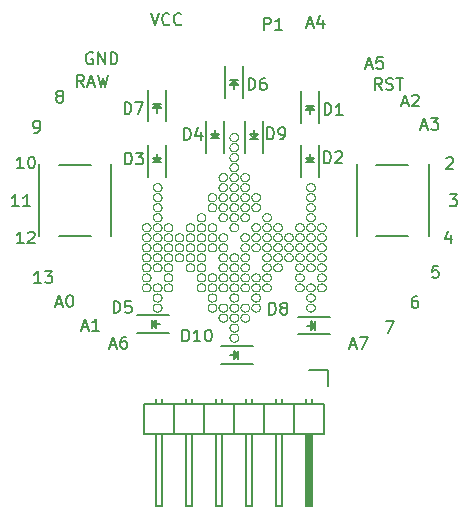
<source format=gto>
G04 #@! TF.FileFunction,Legend,Top*
%FSLAX46Y46*%
G04 Gerber Fmt 4.6, Leading zero omitted, Abs format (unit mm)*
G04 Created by KiCad (PCBNEW 4.0.4-stable) date Thursday, 03 '03e' November '03e' 2016, 09:15:18*
%MOMM*%
%LPD*%
G01*
G04 APERTURE LIST*
%ADD10C,0.100000*%
%ADD11C,0.127000*%
%ADD12C,0.150000*%
G04 APERTURE END LIST*
D10*
X124948679Y-140484278D02*
X124961083Y-140484574D01*
X124936271Y-140484414D02*
X124948679Y-140484278D01*
X124923875Y-140484981D02*
X124936271Y-140484414D01*
X124911507Y-140485978D02*
X124923875Y-140484981D01*
X124899181Y-140487406D02*
X124911507Y-140485978D01*
X124886912Y-140489261D02*
X124899181Y-140487406D01*
X124874715Y-140491542D02*
X124886912Y-140489261D01*
X124862605Y-140494246D02*
X124874715Y-140491542D01*
X124850596Y-140497369D02*
X124862605Y-140494246D01*
X124838703Y-140500908D02*
X124850596Y-140497369D01*
X124826940Y-140504859D02*
X124838703Y-140500908D01*
X124815322Y-140509216D02*
X124826940Y-140504859D01*
X124803862Y-140513975D02*
X124815322Y-140509216D01*
X124792575Y-140519130D02*
X124803862Y-140513975D01*
X124781474Y-140524674D02*
X124792575Y-140519130D01*
X124770573Y-140530602D02*
X124781474Y-140524674D01*
X124759884Y-140536904D02*
X124770573Y-140530602D01*
X124749421Y-140543575D02*
X124759884Y-140536904D01*
X124739196Y-140550605D02*
X124749421Y-140543575D01*
X124729223Y-140557987D02*
X124739196Y-140550605D01*
X124719512Y-140565712D02*
X124729223Y-140557987D01*
X124710075Y-140573769D02*
X124719512Y-140565712D01*
X124700925Y-140582150D02*
X124710075Y-140573769D01*
X124692071Y-140590844D02*
X124700925Y-140582150D01*
X124683526Y-140599841D02*
X124692071Y-140590844D01*
X124675298Y-140609130D02*
X124683526Y-140599841D01*
X124667399Y-140618699D02*
X124675298Y-140609130D01*
X124659837Y-140628537D02*
X124667399Y-140618699D01*
X124652622Y-140638632D02*
X124659837Y-140628537D01*
X124645762Y-140648972D02*
X124652622Y-140638632D01*
X124639267Y-140659545D02*
X124645762Y-140648972D01*
X124633143Y-140670337D02*
X124639267Y-140659545D01*
X124627398Y-140681335D02*
X124633143Y-140670337D01*
X124622039Y-140692527D02*
X124627398Y-140681335D01*
X124617073Y-140703898D02*
X124622039Y-140692527D01*
X124612505Y-140715435D02*
X124617073Y-140703898D01*
X124608341Y-140727124D02*
X124612505Y-140715435D01*
X124604587Y-140738951D02*
X124608341Y-140727124D01*
X124601246Y-140750901D02*
X124604587Y-140738951D01*
X124598323Y-140762961D02*
X124601246Y-140750901D01*
X124595821Y-140775114D02*
X124598323Y-140762961D01*
X124593743Y-140787348D02*
X124595821Y-140775114D01*
X124592092Y-140799646D02*
X124593743Y-140787348D01*
X124590870Y-140811994D02*
X124592092Y-140799646D01*
X124590078Y-140824377D02*
X124590870Y-140811994D01*
X124590881Y-140836754D02*
X124590078Y-140824377D01*
X124592113Y-140849096D02*
X124590881Y-140836754D01*
X124593774Y-140861388D02*
X124592113Y-140849096D01*
X124595860Y-140873615D02*
X124593774Y-140861388D01*
X124598371Y-140885761D02*
X124595860Y-140873615D01*
X124601302Y-140897813D02*
X124598371Y-140885761D01*
X124604650Y-140909756D02*
X124601302Y-140897813D01*
X124608411Y-140921576D02*
X124604650Y-140909756D01*
X124612581Y-140933257D02*
X124608411Y-140921576D01*
X124617154Y-140944786D02*
X124612581Y-140933257D01*
X124622125Y-140956150D02*
X124617154Y-140944786D01*
X124627488Y-140967334D02*
X124622125Y-140956150D01*
X124633237Y-140978325D02*
X124627488Y-140967334D01*
X124639364Y-140989109D02*
X124633237Y-140978325D01*
X124645862Y-140999674D02*
X124639364Y-140989109D01*
X124652723Y-141010007D02*
X124645862Y-140999674D01*
X124659940Y-141020095D02*
X124652723Y-141010007D01*
X124667502Y-141029926D02*
X124659940Y-141020095D01*
X124675402Y-141039488D02*
X124667502Y-141029926D01*
X124683629Y-141048770D02*
X124675402Y-141039488D01*
X124692174Y-141057760D02*
X124683629Y-141048770D01*
X124701027Y-141066448D02*
X124692174Y-141057760D01*
X124710175Y-141074823D02*
X124701027Y-141066448D01*
X124719610Y-141082875D02*
X124710175Y-141074823D01*
X124729318Y-141090595D02*
X124719610Y-141082875D01*
X124739289Y-141097972D02*
X124729318Y-141090595D01*
X124749511Y-141104998D02*
X124739289Y-141097972D01*
X124759970Y-141111665D02*
X124749511Y-141104998D01*
X124770655Y-141117964D02*
X124759970Y-141111665D01*
X124781552Y-141123888D02*
X124770655Y-141117964D01*
X124792648Y-141129429D02*
X124781552Y-141123888D01*
X124803931Y-141134582D02*
X124792648Y-141129429D01*
X124815386Y-141139340D02*
X124803931Y-141134582D01*
X124826999Y-141143696D02*
X124815386Y-141139340D01*
X124838756Y-141147646D02*
X124826999Y-141143696D01*
X124850644Y-141151185D02*
X124838756Y-141147646D01*
X124862647Y-141154309D02*
X124850644Y-141151185D01*
X124874752Y-141157014D02*
X124862647Y-141154309D01*
X124886944Y-141159297D02*
X124874752Y-141157014D01*
X124899207Y-141161154D02*
X124886944Y-141159297D01*
X124911528Y-141162584D02*
X124899207Y-141161154D01*
X124923891Y-141163585D02*
X124911528Y-141162584D01*
X124936281Y-141164156D02*
X124923891Y-141163585D01*
X124948684Y-141164295D02*
X124936281Y-141164156D01*
X124961083Y-141164004D02*
X124948684Y-141164295D01*
X124973484Y-141164301D02*
X124961083Y-141164004D01*
X124985886Y-141164166D02*
X124973484Y-141164301D01*
X124998277Y-141163600D02*
X124985886Y-141164166D01*
X125010641Y-141162603D02*
X124998277Y-141163600D01*
X125022962Y-141161178D02*
X125010641Y-141162603D01*
X125035227Y-141159324D02*
X125022962Y-141161178D01*
X125047419Y-141157045D02*
X125035227Y-141159324D01*
X125059525Y-141154343D02*
X125047419Y-141157045D01*
X125071529Y-141151222D02*
X125059525Y-141154343D01*
X125083418Y-141147685D02*
X125071529Y-141151222D01*
X125095177Y-141143737D02*
X125083418Y-141147685D01*
X125106791Y-141139382D02*
X125095177Y-141143737D01*
X125118246Y-141134626D02*
X125106791Y-141139382D01*
X125129530Y-141129475D02*
X125118246Y-141134626D01*
X125140627Y-141123934D02*
X125129530Y-141129475D01*
X125151525Y-141118010D02*
X125140627Y-141123934D01*
X125162210Y-141111711D02*
X125151525Y-141118010D01*
X125172669Y-141105044D02*
X125162210Y-141111711D01*
X125182891Y-141098018D02*
X125172669Y-141105044D01*
X125192862Y-141090640D02*
X125182891Y-141098018D01*
X125202570Y-141082920D02*
X125192862Y-141090640D01*
X125212004Y-141074867D02*
X125202570Y-141082920D01*
X125221152Y-141066491D02*
X125212004Y-141074867D01*
X125230003Y-141057801D02*
X125221152Y-141066491D01*
X125238547Y-141048809D02*
X125230003Y-141057801D01*
X125246773Y-141039525D02*
X125238547Y-141048809D01*
X125254670Y-141029961D02*
X125246773Y-141039525D01*
X125262231Y-141020128D02*
X125254670Y-141029961D01*
X125269445Y-141010038D02*
X125262231Y-141020128D01*
X125276303Y-140999703D02*
X125269445Y-141010038D01*
X125282798Y-140989136D02*
X125276303Y-140999703D01*
X125288922Y-140978349D02*
X125282798Y-140989136D01*
X125294666Y-140967356D02*
X125288922Y-140978349D01*
X125300025Y-140956169D02*
X125294666Y-140967356D01*
X125304992Y-140944804D02*
X125300025Y-140956169D01*
X125309560Y-140933272D02*
X125304992Y-140944804D01*
X125313724Y-140921588D02*
X125309560Y-140933272D01*
X125317480Y-140909767D02*
X125313724Y-140921588D01*
X125320822Y-140897822D02*
X125317480Y-140909767D01*
X125323746Y-140885768D02*
X125320822Y-140897822D01*
X125326250Y-140873619D02*
X125323746Y-140885768D01*
X125328329Y-140861391D02*
X125326250Y-140873619D01*
X125329982Y-140849098D02*
X125328329Y-140861391D01*
X125331207Y-140836755D02*
X125329982Y-140849098D01*
X125332001Y-140824377D02*
X125331207Y-140836755D01*
X125331217Y-140811993D02*
X125332001Y-140824377D01*
X125330003Y-140799644D02*
X125331217Y-140811993D01*
X125328360Y-140787344D02*
X125330003Y-140799644D01*
X125326289Y-140775109D02*
X125328360Y-140787344D01*
X125323794Y-140762954D02*
X125326289Y-140775109D01*
X125320877Y-140750893D02*
X125323794Y-140762954D01*
X125317543Y-140738941D02*
X125320877Y-140750893D01*
X125313794Y-140727112D02*
X125317543Y-140738941D01*
X125309636Y-140715421D02*
X125313794Y-140727112D01*
X125305073Y-140703881D02*
X125309636Y-140715421D01*
X125300111Y-140692507D02*
X125305073Y-140703881D01*
X125294757Y-140681313D02*
X125300111Y-140692507D01*
X125289016Y-140670313D02*
X125294757Y-140681313D01*
X125282895Y-140659518D02*
X125289016Y-140670313D01*
X125276403Y-140648943D02*
X125282895Y-140659518D01*
X125269546Y-140638601D02*
X125276403Y-140648943D01*
X125262334Y-140628504D02*
X125269546Y-140638601D01*
X125254774Y-140618663D02*
X125262334Y-140628504D01*
X125246876Y-140609092D02*
X125254774Y-140618663D01*
X125238651Y-140599802D02*
X125246876Y-140609092D01*
X125230106Y-140590803D02*
X125238651Y-140599802D01*
X125221254Y-140582108D02*
X125230106Y-140590803D01*
X125212104Y-140573726D02*
X125221254Y-140582108D01*
X125202668Y-140565667D02*
X125212104Y-140573726D01*
X125192957Y-140557942D02*
X125202668Y-140565667D01*
X125182984Y-140550559D02*
X125192957Y-140557942D01*
X125172759Y-140543528D02*
X125182984Y-140550559D01*
X125162296Y-140536858D02*
X125172759Y-140543528D01*
X125151607Y-140530555D02*
X125162296Y-140536858D01*
X125140705Y-140524629D02*
X125151607Y-140530555D01*
X125129603Y-140519085D02*
X125140705Y-140524629D01*
X125118315Y-140513931D02*
X125129603Y-140519085D01*
X125106855Y-140509174D02*
X125118315Y-140513931D01*
X125095235Y-140504818D02*
X125106855Y-140509174D01*
X125083472Y-140500869D02*
X125095235Y-140504818D01*
X125071578Y-140497332D02*
X125083472Y-140500869D01*
X125059568Y-140494212D02*
X125071578Y-140497332D01*
X125047456Y-140491511D02*
X125059568Y-140494212D01*
X125035258Y-140489234D02*
X125047456Y-140491511D01*
X125022989Y-140487382D02*
X125035258Y-140489234D01*
X125010662Y-140485959D02*
X125022989Y-140487382D01*
X124998293Y-140484965D02*
X125010662Y-140485959D01*
X124985897Y-140484403D02*
X124998293Y-140484965D01*
X124973489Y-140484273D02*
X124985897Y-140484403D01*
X124961083Y-140484574D02*
X124973489Y-140484273D01*
X124948683Y-139635379D02*
X124961083Y-139635666D01*
X124936280Y-139635523D02*
X124948683Y-139635379D01*
X124923889Y-139636098D02*
X124936280Y-139635523D01*
X124911526Y-139637103D02*
X124923889Y-139636098D01*
X124899205Y-139638537D02*
X124911526Y-139637103D01*
X124886941Y-139640398D02*
X124899205Y-139638537D01*
X124874750Y-139642684D02*
X124886941Y-139640398D01*
X124862645Y-139645393D02*
X124874750Y-139642684D01*
X124850642Y-139648520D02*
X124862645Y-139645393D01*
X124838754Y-139652063D02*
X124850642Y-139648520D01*
X124826997Y-139656016D02*
X124838754Y-139652063D01*
X124815385Y-139660376D02*
X124826997Y-139656016D01*
X124803931Y-139665136D02*
X124815385Y-139660376D01*
X124792649Y-139670292D02*
X124803931Y-139665136D01*
X124781553Y-139675836D02*
X124792649Y-139670292D01*
X124770656Y-139681762D02*
X124781553Y-139675836D01*
X124759972Y-139688064D02*
X124770656Y-139681762D01*
X124749513Y-139694733D02*
X124759972Y-139688064D01*
X124739293Y-139701761D02*
X124749513Y-139694733D01*
X124729322Y-139709140D02*
X124739293Y-139701761D01*
X124719614Y-139716862D02*
X124729322Y-139709140D01*
X124710181Y-139724915D02*
X124719614Y-139716862D01*
X124701032Y-139733292D02*
X124710181Y-139724915D01*
X124692181Y-139741981D02*
X124701032Y-139733292D01*
X124683636Y-139750973D02*
X124692181Y-139741981D01*
X124675410Y-139760256D02*
X124683636Y-139750973D01*
X124667510Y-139769820D02*
X124675410Y-139760256D01*
X124659948Y-139779652D02*
X124667510Y-139769820D01*
X124652732Y-139789741D02*
X124659948Y-139779652D01*
X124645871Y-139800075D02*
X124652732Y-139789741D01*
X124639373Y-139810640D02*
X124645871Y-139800075D01*
X124633246Y-139821426D02*
X124639373Y-139810640D01*
X124627497Y-139832417D02*
X124633246Y-139821426D01*
X124622134Y-139843602D02*
X124627497Y-139832417D01*
X124617162Y-139854966D02*
X124622134Y-139843602D01*
X124612589Y-139866496D02*
X124617162Y-139854966D01*
X124608419Y-139878178D02*
X124612589Y-139866496D01*
X124604657Y-139889998D02*
X124608419Y-139878178D01*
X124601308Y-139901941D02*
X124604657Y-139889998D01*
X124598376Y-139913994D02*
X124601308Y-139901941D01*
X124595865Y-139926141D02*
X124598376Y-139913994D01*
X124593777Y-139938368D02*
X124595865Y-139926141D01*
X124592116Y-139950660D02*
X124593777Y-139938368D01*
X124590882Y-139963003D02*
X124592116Y-139950660D01*
X124590078Y-139975380D02*
X124590882Y-139963003D01*
X124590881Y-139987755D02*
X124590078Y-139975380D01*
X124592113Y-140000094D02*
X124590881Y-139987755D01*
X124593773Y-140012382D02*
X124592113Y-140000094D01*
X124595860Y-140024606D02*
X124593773Y-140012382D01*
X124598371Y-140036749D02*
X124595860Y-140024606D01*
X124601302Y-140048798D02*
X124598371Y-140036749D01*
X124604651Y-140060738D02*
X124601302Y-140048798D01*
X124608413Y-140072554D02*
X124604651Y-140060738D01*
X124612583Y-140084231D02*
X124608413Y-140072554D01*
X124617157Y-140095757D02*
X124612583Y-140084231D01*
X124622129Y-140107117D02*
X124617157Y-140095757D01*
X124627493Y-140118297D02*
X124622129Y-140107117D01*
X124633242Y-140129284D02*
X124627493Y-140118297D01*
X124639370Y-140140065D02*
X124633242Y-140129284D01*
X124645869Y-140150625D02*
X124639370Y-140140065D01*
X124652732Y-140160954D02*
X124645869Y-140150625D01*
X124659949Y-140171037D02*
X124652732Y-140160954D01*
X124667513Y-140180863D02*
X124659949Y-140171037D01*
X124675414Y-140190421D02*
X124667513Y-140180863D01*
X124683642Y-140199698D02*
X124675414Y-140190421D01*
X124692188Y-140208683D02*
X124683642Y-140199698D01*
X124701041Y-140217365D02*
X124692188Y-140208683D01*
X124710191Y-140225735D02*
X124701041Y-140217365D01*
X124719626Y-140233781D02*
X124710191Y-140225735D01*
X124729336Y-140241494D02*
X124719626Y-140233781D01*
X124739308Y-140248865D02*
X124729336Y-140241494D01*
X124749530Y-140255885D02*
X124739308Y-140248865D01*
X124759990Y-140262545D02*
X124749530Y-140255885D01*
X124770675Y-140268838D02*
X124759990Y-140262545D01*
X124781572Y-140274755D02*
X124770675Y-140268838D01*
X124792669Y-140280289D02*
X124781572Y-140274755D01*
X124803951Y-140285434D02*
X124792669Y-140280289D01*
X124815406Y-140290184D02*
X124803951Y-140285434D01*
X124827019Y-140294533D02*
X124815406Y-140290184D01*
X124838776Y-140298475D02*
X124827019Y-140294533D01*
X124850663Y-140302006D02*
X124838776Y-140298475D01*
X124862665Y-140305121D02*
X124850663Y-140302006D01*
X124874769Y-140307818D02*
X124862665Y-140305121D01*
X124886959Y-140310091D02*
X124874769Y-140307818D01*
X124899221Y-140311940D02*
X124886959Y-140310091D01*
X124911539Y-140313361D02*
X124899221Y-140311940D01*
X124923900Y-140314353D02*
X124911539Y-140313361D01*
X124936287Y-140314914D02*
X124923900Y-140314353D01*
X124948687Y-140315044D02*
X124936287Y-140314914D01*
X124961083Y-140314744D02*
X124948687Y-140315044D01*
X124973480Y-140315050D02*
X124961083Y-140314744D01*
X124985880Y-140314925D02*
X124973480Y-140315050D01*
X124998268Y-140314368D02*
X124985880Y-140314925D01*
X125010630Y-140313381D02*
X124998268Y-140314368D01*
X125022949Y-140311964D02*
X125010630Y-140313381D01*
X125035212Y-140310119D02*
X125022949Y-140311964D01*
X125047402Y-140307848D02*
X125035212Y-140310119D01*
X125059507Y-140305155D02*
X125047402Y-140307848D01*
X125071511Y-140302042D02*
X125059507Y-140305155D01*
X125083399Y-140298514D02*
X125071511Y-140302042D01*
X125095157Y-140294574D02*
X125083399Y-140298514D01*
X125106770Y-140290227D02*
X125095157Y-140294574D01*
X125118226Y-140285478D02*
X125106770Y-140290227D01*
X125129509Y-140280334D02*
X125118226Y-140285478D01*
X125140606Y-140274800D02*
X125129509Y-140280334D01*
X125151505Y-140268884D02*
X125140606Y-140274800D01*
X125162190Y-140262592D02*
X125151505Y-140268884D01*
X125172650Y-140255932D02*
X125162190Y-140262592D01*
X125182873Y-140248911D02*
X125172650Y-140255932D01*
X125192844Y-140241540D02*
X125182873Y-140248911D01*
X125202553Y-140233826D02*
X125192844Y-140241540D01*
X125211988Y-140225778D02*
X125202553Y-140233826D01*
X125221137Y-140217408D02*
X125211988Y-140225778D01*
X125229990Y-140208724D02*
X125221137Y-140217408D01*
X125238534Y-140199737D02*
X125229990Y-140208724D01*
X125246761Y-140190458D02*
X125238534Y-140199737D01*
X125254660Y-140180899D02*
X125246761Y-140190458D01*
X125262221Y-140171070D02*
X125254660Y-140180899D01*
X125269436Y-140160985D02*
X125262221Y-140171070D01*
X125276296Y-140150654D02*
X125269436Y-140160985D01*
X125282792Y-140140091D02*
X125276296Y-140150654D01*
X125288916Y-140129309D02*
X125282792Y-140140091D01*
X125294662Y-140118319D02*
X125288916Y-140129309D01*
X125300021Y-140107137D02*
X125294662Y-140118319D01*
X125304989Y-140095775D02*
X125300021Y-140107137D01*
X125309558Y-140084246D02*
X125304989Y-140095775D01*
X125313723Y-140072566D02*
X125309558Y-140084246D01*
X125317479Y-140060748D02*
X125313723Y-140072566D01*
X125320821Y-140048806D02*
X125317479Y-140060748D01*
X125323746Y-140036756D02*
X125320821Y-140048806D01*
X125326250Y-140024610D02*
X125323746Y-140036756D01*
X125328329Y-140012385D02*
X125326250Y-140024610D01*
X125329982Y-140000096D02*
X125328329Y-140012385D01*
X125331207Y-139987756D02*
X125329982Y-140000096D01*
X125332001Y-139975380D02*
X125331207Y-139987756D01*
X125331205Y-139963002D02*
X125332001Y-139975380D01*
X125329980Y-139950658D02*
X125331205Y-139963002D01*
X125328325Y-139938365D02*
X125329980Y-139950658D01*
X125326245Y-139926136D02*
X125328325Y-139938365D01*
X125323741Y-139913987D02*
X125326245Y-139926136D01*
X125320815Y-139901933D02*
X125323741Y-139913987D01*
X125317473Y-139889987D02*
X125320815Y-139901933D01*
X125313717Y-139878165D02*
X125317473Y-139889987D01*
X125309552Y-139866481D02*
X125313717Y-139878165D01*
X125304983Y-139854949D02*
X125309552Y-139866481D01*
X125300016Y-139843582D02*
X125304983Y-139854949D01*
X125294658Y-139832395D02*
X125300016Y-139843582D01*
X125288913Y-139821401D02*
X125294658Y-139832395D01*
X125282789Y-139810614D02*
X125288913Y-139821401D01*
X125276295Y-139800046D02*
X125282789Y-139810614D01*
X125269436Y-139789710D02*
X125276295Y-139800046D01*
X125262223Y-139779619D02*
X125269436Y-139789710D01*
X125254663Y-139769785D02*
X125262223Y-139779619D01*
X125246765Y-139760219D02*
X125254663Y-139769785D01*
X125238540Y-139750934D02*
X125246765Y-139760219D01*
X125229997Y-139741941D02*
X125238540Y-139750934D01*
X125221146Y-139733250D02*
X125229997Y-139741941D01*
X125211999Y-139724872D02*
X125221146Y-139733250D01*
X125202565Y-139716817D02*
X125211999Y-139724872D01*
X125192858Y-139709095D02*
X125202565Y-139716817D01*
X125182887Y-139701715D02*
X125192858Y-139709095D01*
X125172667Y-139694686D02*
X125182887Y-139701715D01*
X125162208Y-139688017D02*
X125172667Y-139694686D01*
X125151523Y-139681716D02*
X125162208Y-139688017D01*
X125140626Y-139675790D02*
X125151523Y-139681716D01*
X125129529Y-139670246D02*
X125140626Y-139675790D01*
X125118247Y-139665092D02*
X125129529Y-139670246D01*
X125106792Y-139660333D02*
X125118247Y-139665092D01*
X125095178Y-139655975D02*
X125106792Y-139660333D01*
X125083420Y-139652024D02*
X125095178Y-139655975D01*
X125071531Y-139648484D02*
X125083420Y-139652024D01*
X125059527Y-139645359D02*
X125071531Y-139648484D01*
X125047421Y-139642654D02*
X125059527Y-139645359D01*
X125035229Y-139640371D02*
X125047421Y-139642654D01*
X125022965Y-139638513D02*
X125035229Y-139640371D01*
X125010643Y-139637083D02*
X125022965Y-139638513D01*
X124998279Y-139636083D02*
X125010643Y-139637083D01*
X124985888Y-139635512D02*
X124998279Y-139636083D01*
X124973484Y-139635373D02*
X124985888Y-139635512D01*
X124961083Y-139635666D02*
X124973484Y-139635373D01*
X125875294Y-138786545D02*
X125887691Y-138786845D01*
X125862893Y-138786678D02*
X125875294Y-138786545D01*
X125850505Y-138787242D02*
X125862893Y-138786678D01*
X125838144Y-138788237D02*
X125850505Y-138787242D01*
X125825825Y-138789663D02*
X125838144Y-138788237D01*
X125813563Y-138791516D02*
X125825825Y-138789663D01*
X125801373Y-138793796D02*
X125813563Y-138791516D01*
X125789270Y-138796499D02*
X125801373Y-138793796D01*
X125777269Y-138799622D02*
X125789270Y-138796499D01*
X125765383Y-138803161D02*
X125777269Y-138799622D01*
X125753629Y-138807112D02*
X125765383Y-138803161D01*
X125742018Y-138811470D02*
X125753629Y-138807112D01*
X125730567Y-138816230D02*
X125742018Y-138811470D01*
X125719288Y-138821386D02*
X125730567Y-138816230D01*
X125708196Y-138826931D02*
X125719288Y-138821386D01*
X125697304Y-138832860D02*
X125708196Y-138826931D01*
X125686625Y-138839164D02*
X125697304Y-138832860D01*
X125676172Y-138845837D02*
X125686625Y-138839164D01*
X125665958Y-138852870D02*
X125676172Y-138845837D01*
X125655995Y-138860254D02*
X125665958Y-138852870D01*
X125646295Y-138867981D02*
X125655995Y-138860254D01*
X125636871Y-138876041D02*
X125646295Y-138867981D01*
X125627733Y-138884425D02*
X125636871Y-138876041D01*
X125618892Y-138893121D02*
X125627733Y-138884425D01*
X125610360Y-138902121D02*
X125618892Y-138893121D01*
X125602146Y-138911412D02*
X125610360Y-138902121D01*
X125594261Y-138920984D02*
X125602146Y-138911412D01*
X125586715Y-138930824D02*
X125594261Y-138920984D01*
X125579515Y-138940922D02*
X125586715Y-138930824D01*
X125572672Y-138951264D02*
X125579515Y-138940922D01*
X125566193Y-138961838D02*
X125572672Y-138951264D01*
X125560087Y-138972631D02*
X125566193Y-138961838D01*
X125554360Y-138983631D02*
X125560087Y-138972631D01*
X125549020Y-138994824D02*
X125554360Y-138983631D01*
X125544073Y-139006195D02*
X125549020Y-138994824D01*
X125539525Y-139017732D02*
X125544073Y-139006195D01*
X125535382Y-139029421D02*
X125539525Y-139017732D01*
X125531648Y-139041247D02*
X125535382Y-139029421D01*
X125528329Y-139053195D02*
X125531648Y-139041247D01*
X125525428Y-139065252D02*
X125528329Y-139053195D01*
X125522948Y-139077403D02*
X125525428Y-139065252D01*
X125520894Y-139089633D02*
X125522948Y-139077403D01*
X125519267Y-139101927D02*
X125520894Y-139089633D01*
X125518069Y-139114270D02*
X125519267Y-139101927D01*
X125517301Y-139126648D02*
X125518069Y-139114270D01*
X125518084Y-139139012D02*
X125517301Y-139126648D01*
X125519297Y-139151342D02*
X125518084Y-139139012D01*
X125520939Y-139163622D02*
X125519297Y-139151342D01*
X125523007Y-139175838D02*
X125520939Y-139163622D01*
X125525499Y-139187974D02*
X125523007Y-139175838D01*
X125528412Y-139200017D02*
X125525499Y-139187974D01*
X125531742Y-139211950D02*
X125528412Y-139200017D01*
X125535486Y-139223760D02*
X125531742Y-139211950D01*
X125539639Y-139235433D02*
X125535486Y-139223760D01*
X125544196Y-139246954D02*
X125539639Y-139235433D01*
X125549151Y-139258309D02*
X125544196Y-139246954D01*
X125554499Y-139269485D02*
X125549151Y-139258309D01*
X125560232Y-139280468D02*
X125554499Y-139269485D01*
X125566344Y-139291245D02*
X125560232Y-139280468D01*
X125572828Y-139301803D02*
X125566344Y-139291245D01*
X125579676Y-139312128D02*
X125572828Y-139301803D01*
X125586878Y-139322208D02*
X125579676Y-139312128D01*
X125594428Y-139332032D02*
X125586878Y-139322208D01*
X125602315Y-139341587D02*
X125594428Y-139332032D01*
X125610529Y-139350862D02*
X125602315Y-139341587D01*
X125619062Y-139359845D02*
X125610529Y-139350862D01*
X125627902Y-139368525D02*
X125619062Y-139359845D01*
X125637039Y-139376892D02*
X125627902Y-139368525D01*
X125646462Y-139384937D02*
X125637039Y-139376892D01*
X125656159Y-139392648D02*
X125646462Y-139384937D01*
X125666119Y-139400017D02*
X125656159Y-139392648D01*
X125676330Y-139407034D02*
X125666119Y-139400017D01*
X125686778Y-139413692D02*
X125676330Y-139407034D01*
X125697452Y-139419982D02*
X125686778Y-139413692D01*
X125708339Y-139425897D02*
X125697452Y-139419982D01*
X125719424Y-139431429D02*
X125708339Y-139425897D01*
X125730696Y-139436572D02*
X125719424Y-139431429D01*
X125742140Y-139441319D02*
X125730696Y-139436572D01*
X125753742Y-139445665D02*
X125742140Y-139441319D01*
X125765489Y-139449604D02*
X125753742Y-139445665D01*
X125777365Y-139453132D02*
X125765489Y-139449604D01*
X125789357Y-139456245D02*
X125777365Y-139453132D01*
X125801451Y-139458937D02*
X125789357Y-139456245D01*
X125813630Y-139461208D02*
X125801451Y-139458937D01*
X125825882Y-139463052D02*
X125813630Y-139461208D01*
X125838190Y-139464470D02*
X125825882Y-139463052D01*
X125850540Y-139465457D02*
X125838190Y-139464470D01*
X125862917Y-139466014D02*
X125850540Y-139465457D01*
X125875306Y-139466140D02*
X125862917Y-139466014D01*
X125887691Y-139465835D02*
X125875306Y-139466140D01*
X125900076Y-139466140D02*
X125887691Y-139465835D01*
X125912463Y-139466014D02*
X125900076Y-139466140D01*
X125924839Y-139465456D02*
X125912463Y-139466014D01*
X125937188Y-139464468D02*
X125924839Y-139465456D01*
X125949495Y-139463051D02*
X125937188Y-139464468D01*
X125961745Y-139461206D02*
X125949495Y-139463051D01*
X125973923Y-139458935D02*
X125961745Y-139461206D01*
X125986015Y-139456242D02*
X125973923Y-139458935D01*
X125998006Y-139453129D02*
X125986015Y-139456242D01*
X126009881Y-139449601D02*
X125998006Y-139453129D01*
X126021626Y-139445661D02*
X126009881Y-139449601D01*
X126033227Y-139441315D02*
X126021626Y-139445661D01*
X126044669Y-139436567D02*
X126033227Y-139441315D01*
X126055939Y-139431424D02*
X126044669Y-139436567D01*
X126067023Y-139425892D02*
X126055939Y-139431424D01*
X126077908Y-139419977D02*
X126067023Y-139425892D01*
X126088580Y-139413686D02*
X126077908Y-139419977D01*
X126099027Y-139407028D02*
X126088580Y-139413686D01*
X126109236Y-139400010D02*
X126099027Y-139407028D01*
X126119194Y-139392641D02*
X126109236Y-139400010D01*
X126128889Y-139384929D02*
X126119194Y-139392641D01*
X126138310Y-139376885D02*
X126128889Y-139384929D01*
X126147445Y-139368517D02*
X126138310Y-139376885D01*
X126156284Y-139359837D02*
X126147445Y-139368517D01*
X126164814Y-139350854D02*
X126156284Y-139359837D01*
X126173027Y-139341579D02*
X126164814Y-139350854D01*
X126180912Y-139332024D02*
X126173027Y-139341579D01*
X126188459Y-139322200D02*
X126180912Y-139332024D01*
X126195659Y-139312119D02*
X126188459Y-139322200D01*
X126202505Y-139301794D02*
X126195659Y-139312119D01*
X126208986Y-139291237D02*
X126202505Y-139301794D01*
X126215096Y-139280460D02*
X126208986Y-139291237D01*
X126220827Y-139269477D02*
X126215096Y-139280460D01*
X126226172Y-139258302D02*
X126220827Y-139269477D01*
X126231125Y-139246947D02*
X126226172Y-139258302D01*
X126235679Y-139235426D02*
X126231125Y-139246947D01*
X126239830Y-139223754D02*
X126235679Y-139235426D01*
X126243571Y-139211944D02*
X126239830Y-139223754D01*
X126246899Y-139200011D02*
X126243571Y-139211944D01*
X126249810Y-139187970D02*
X126246899Y-139200011D01*
X126252299Y-139175834D02*
X126249810Y-139187970D01*
X126254365Y-139163619D02*
X126252299Y-139175834D01*
X126256003Y-139151340D02*
X126254365Y-139163619D01*
X126257213Y-139139011D02*
X126256003Y-139151340D01*
X126257994Y-139126648D02*
X126257213Y-139139011D01*
X126257229Y-139114271D02*
X126257994Y-139126648D01*
X126256034Y-139101929D02*
X126257229Y-139114271D01*
X126254409Y-139089636D02*
X126256034Y-139101929D01*
X126252357Y-139077407D02*
X126254409Y-139089636D01*
X126249881Y-139065257D02*
X126252357Y-139077407D01*
X126246982Y-139053201D02*
X126249881Y-139065257D01*
X126243665Y-139041253D02*
X126246982Y-139053201D01*
X126239934Y-139029427D02*
X126243665Y-139041253D01*
X126235794Y-139017739D02*
X126239934Y-139029427D01*
X126231248Y-139006203D02*
X126235794Y-139017739D01*
X126226304Y-138994831D02*
X126231248Y-139006203D01*
X126220966Y-138983639D02*
X126226304Y-138994831D01*
X126215241Y-138972640D02*
X126220966Y-138983639D01*
X126209137Y-138961846D02*
X126215241Y-138972640D01*
X126202661Y-138951272D02*
X126209137Y-138961846D01*
X126195820Y-138940930D02*
X126202661Y-138951272D01*
X126188623Y-138930833D02*
X126195820Y-138940930D01*
X126181078Y-138920992D02*
X126188623Y-138930833D01*
X126173195Y-138911420D02*
X126181078Y-138920992D01*
X126164984Y-138902129D02*
X126173195Y-138911420D01*
X126156454Y-138893129D02*
X126164984Y-138902129D01*
X126147615Y-138884432D02*
X126156454Y-138893129D01*
X126138479Y-138876049D02*
X126147615Y-138884432D01*
X126129056Y-138867988D02*
X126138479Y-138876049D01*
X126119358Y-138860261D02*
X126129056Y-138867988D01*
X126109397Y-138852877D02*
X126119358Y-138860261D01*
X126099185Y-138845844D02*
X126109397Y-138852877D01*
X126088733Y-138839171D02*
X126099185Y-138845844D01*
X126078056Y-138832866D02*
X126088733Y-138839171D01*
X126067165Y-138826937D02*
X126078056Y-138832866D01*
X126056075Y-138821391D02*
X126067165Y-138826937D01*
X126044798Y-138816235D02*
X126056075Y-138821391D01*
X126033348Y-138811474D02*
X126044798Y-138816235D01*
X126021740Y-138807116D02*
X126033348Y-138811474D01*
X126009986Y-138803164D02*
X126021740Y-138807116D01*
X125998102Y-138799625D02*
X126009986Y-138803164D01*
X125986102Y-138796502D02*
X125998102Y-138799625D01*
X125974000Y-138793798D02*
X125986102Y-138796502D01*
X125961812Y-138791518D02*
X125974000Y-138793798D01*
X125949551Y-138789664D02*
X125961812Y-138791518D01*
X125937234Y-138788239D02*
X125949551Y-138789664D01*
X125924874Y-138787243D02*
X125937234Y-138788239D01*
X125912487Y-138786678D02*
X125924874Y-138787243D01*
X125900088Y-138786546D02*
X125912487Y-138786678D01*
X125887691Y-138786845D02*
X125900088Y-138786546D01*
X124948678Y-138786547D02*
X124961083Y-138786845D01*
X124936270Y-138786680D02*
X124948678Y-138786547D01*
X124923874Y-138787245D02*
X124936270Y-138786680D01*
X124911505Y-138788242D02*
X124923874Y-138787245D01*
X124899178Y-138789667D02*
X124911505Y-138788242D01*
X124886908Y-138791521D02*
X124899178Y-138789667D01*
X124874710Y-138793801D02*
X124886908Y-138791521D01*
X124862599Y-138796503D02*
X124874710Y-138793801D01*
X124850589Y-138799626D02*
X124862599Y-138796503D01*
X124838695Y-138803164D02*
X124850589Y-138799626D01*
X124826932Y-138807114D02*
X124838695Y-138803164D01*
X124815313Y-138811471D02*
X124826932Y-138807114D01*
X124803852Y-138816229D02*
X124815313Y-138811471D01*
X124792564Y-138821383D02*
X124803852Y-138816229D01*
X124781463Y-138826927D02*
X124792564Y-138821383D01*
X124770560Y-138832854D02*
X124781463Y-138826927D01*
X124759871Y-138839156D02*
X124770560Y-138832854D01*
X124749407Y-138845827D02*
X124759871Y-138839156D01*
X124739182Y-138852858D02*
X124749407Y-138845827D01*
X124729208Y-138860240D02*
X124739182Y-138852858D01*
X124719496Y-138867964D02*
X124729208Y-138860240D01*
X124710059Y-138876022D02*
X124719496Y-138867964D01*
X124700908Y-138884403D02*
X124710059Y-138876022D01*
X124692055Y-138893098D02*
X124700908Y-138884403D01*
X124683509Y-138902095D02*
X124692055Y-138893098D01*
X124675281Y-138911384D02*
X124683509Y-138902095D01*
X124667382Y-138920954D02*
X124675281Y-138911384D01*
X124659820Y-138930793D02*
X124667382Y-138920954D01*
X124652605Y-138940889D02*
X124659820Y-138930793D01*
X124645746Y-138951230D02*
X124652605Y-138940889D01*
X124639250Y-138961803D02*
X124645746Y-138951230D01*
X124633127Y-138972596D02*
X124639250Y-138961803D01*
X124627383Y-138983595D02*
X124633127Y-138972596D01*
X124622024Y-138994788D02*
X124627383Y-138983595D01*
X124617059Y-139006160D02*
X124622024Y-138994788D01*
X124612492Y-139017698D02*
X124617059Y-139006160D01*
X124608329Y-139029388D02*
X124612492Y-139017698D01*
X124604576Y-139041216D02*
X124608329Y-139029388D01*
X124601236Y-139053167D02*
X124604576Y-139041216D01*
X124598314Y-139065227D02*
X124601236Y-139053167D01*
X124595814Y-139077382D02*
X124598314Y-139065227D01*
X124593738Y-139089616D02*
X124595814Y-139077382D01*
X124592088Y-139101915D02*
X124593738Y-139089616D01*
X124590868Y-139114264D02*
X124592088Y-139101915D01*
X124590078Y-139126648D02*
X124590868Y-139114264D01*
X124590884Y-139139019D02*
X124590078Y-139126648D01*
X124592119Y-139151354D02*
X124590884Y-139139019D01*
X124593782Y-139163640D02*
X124592119Y-139151354D01*
X124595872Y-139175860D02*
X124593782Y-139163640D01*
X124598385Y-139187999D02*
X124595872Y-139175860D01*
X124601319Y-139200045D02*
X124598385Y-139187999D01*
X124604670Y-139211981D02*
X124601319Y-139200045D01*
X124608434Y-139223793D02*
X124604670Y-139211981D01*
X124612606Y-139235467D02*
X124608434Y-139223793D01*
X124617182Y-139246989D02*
X124612606Y-139235467D01*
X124622156Y-139258345D02*
X124617182Y-139246989D01*
X124627521Y-139269521D02*
X124622156Y-139258345D01*
X124633272Y-139280504D02*
X124627521Y-139269521D01*
X124639402Y-139291280D02*
X124633272Y-139280504D01*
X124645902Y-139301836D02*
X124639402Y-139291280D01*
X124652765Y-139312160D02*
X124645902Y-139301836D01*
X124659984Y-139322239D02*
X124652765Y-139312160D01*
X124667548Y-139332061D02*
X124659984Y-139322239D01*
X124675450Y-139341615D02*
X124667548Y-139332061D01*
X124683678Y-139350887D02*
X124675450Y-139341615D01*
X124692225Y-139359868D02*
X124683678Y-139350887D01*
X124701078Y-139368546D02*
X124692225Y-139359868D01*
X124710228Y-139376911D02*
X124701078Y-139368546D01*
X124719663Y-139384953D02*
X124710228Y-139376911D01*
X124729372Y-139392662D02*
X124719663Y-139384953D01*
X124739343Y-139400029D02*
X124729372Y-139392662D01*
X124749565Y-139407044D02*
X124739343Y-139400029D01*
X124760024Y-139413700D02*
X124749565Y-139407044D01*
X124770708Y-139419988D02*
X124760024Y-139413700D01*
X124781605Y-139425901D02*
X124770708Y-139419988D01*
X124792700Y-139431431D02*
X124781605Y-139425901D01*
X124803981Y-139436572D02*
X124792700Y-139431431D01*
X124815434Y-139441318D02*
X124803981Y-139436572D01*
X124827045Y-139445663D02*
X124815434Y-139441318D01*
X124838801Y-139449601D02*
X124827045Y-139445663D01*
X124850686Y-139453128D02*
X124838801Y-139449601D01*
X124862686Y-139456240D02*
X124850686Y-139453128D01*
X124874787Y-139458932D02*
X124862686Y-139456240D01*
X124886975Y-139461203D02*
X124874787Y-139458932D01*
X124899235Y-139463048D02*
X124886975Y-139461203D01*
X124911551Y-139464465D02*
X124899235Y-139463048D01*
X124923908Y-139465454D02*
X124911551Y-139464465D01*
X124936293Y-139466012D02*
X124923908Y-139465454D01*
X124948690Y-139466139D02*
X124936293Y-139466012D01*
X124961083Y-139465835D02*
X124948690Y-139466139D01*
X124973477Y-139466144D02*
X124961083Y-139465835D01*
X124985874Y-139466022D02*
X124973477Y-139466144D01*
X124998260Y-139465469D02*
X124985874Y-139466022D01*
X125010618Y-139464485D02*
X124998260Y-139465469D01*
X125022935Y-139463071D02*
X125010618Y-139464485D01*
X125035195Y-139461230D02*
X125022935Y-139463071D01*
X125047384Y-139458963D02*
X125035195Y-139461230D01*
X125059486Y-139456274D02*
X125047384Y-139458963D01*
X125071488Y-139453165D02*
X125059486Y-139456274D01*
X125083374Y-139449640D02*
X125071488Y-139453165D01*
X125095130Y-139445704D02*
X125083374Y-139449640D01*
X125106742Y-139441361D02*
X125095130Y-139445704D01*
X125118196Y-139436616D02*
X125106742Y-139441361D01*
X125129478Y-139431476D02*
X125118196Y-139436616D01*
X125140574Y-139425947D02*
X125129478Y-139431476D01*
X125151471Y-139420035D02*
X125140574Y-139425947D01*
X125162156Y-139413747D02*
X125151471Y-139420035D01*
X125172615Y-139407091D02*
X125162156Y-139413747D01*
X125182837Y-139400075D02*
X125172615Y-139407091D01*
X125192808Y-139392708D02*
X125182837Y-139400075D01*
X125202517Y-139384998D02*
X125192808Y-139392708D01*
X125211951Y-139376955D02*
X125202517Y-139384998D01*
X125221100Y-139368588D02*
X125211951Y-139376955D01*
X125229953Y-139359909D02*
X125221100Y-139368588D01*
X125238498Y-139350926D02*
X125229953Y-139359909D01*
X125246725Y-139341652D02*
X125238498Y-139350926D01*
X125254624Y-139332097D02*
X125246725Y-139341652D01*
X125262187Y-139322273D02*
X125254624Y-139332097D01*
X125269403Y-139312191D02*
X125262187Y-139322273D01*
X125276263Y-139301865D02*
X125269403Y-139312191D01*
X125282760Y-139291306D02*
X125276263Y-139301865D01*
X125288886Y-139280528D02*
X125282760Y-139291306D01*
X125294633Y-139269543D02*
X125288886Y-139280528D01*
X125299994Y-139258364D02*
X125294633Y-139269543D01*
X125304964Y-139247006D02*
X125299994Y-139258364D01*
X125309534Y-139235482D02*
X125304964Y-139247006D01*
X125313701Y-139223805D02*
X125309534Y-139235482D01*
X125317460Y-139211991D02*
X125313701Y-139223805D01*
X125320804Y-139200053D02*
X125317460Y-139211991D01*
X125323732Y-139188006D02*
X125320804Y-139200053D01*
X125326238Y-139175864D02*
X125323732Y-139188006D01*
X125328321Y-139163643D02*
X125326238Y-139175864D01*
X125329976Y-139151356D02*
X125328321Y-139163643D01*
X125331204Y-139139020D02*
X125329976Y-139151356D01*
X125332001Y-139126648D02*
X125331204Y-139139020D01*
X125331219Y-139114263D02*
X125332001Y-139126648D01*
X125330007Y-139101913D02*
X125331219Y-139114263D01*
X125328365Y-139089613D02*
X125330007Y-139101913D01*
X125326296Y-139077377D02*
X125328365Y-139089613D01*
X125323803Y-139065221D02*
X125326296Y-139077377D01*
X125320887Y-139053159D02*
X125323803Y-139065221D01*
X125317554Y-139041206D02*
X125320887Y-139053159D01*
X125313806Y-139029376D02*
X125317554Y-139041206D01*
X125309649Y-139017684D02*
X125313806Y-139029376D01*
X125305087Y-139006143D02*
X125309649Y-139017684D01*
X125300126Y-138994769D02*
X125305087Y-139006143D01*
X125294772Y-138983574D02*
X125300126Y-138994769D01*
X125289032Y-138972572D02*
X125294772Y-138983574D01*
X125282912Y-138961777D02*
X125289032Y-138972572D01*
X125276419Y-138951201D02*
X125282912Y-138961777D01*
X125269563Y-138940858D02*
X125276419Y-138951201D01*
X125262351Y-138930760D02*
X125269563Y-138940858D01*
X125254791Y-138920919D02*
X125262351Y-138930760D01*
X125246893Y-138911347D02*
X125254791Y-138920919D01*
X125238667Y-138902056D02*
X125246893Y-138911347D01*
X125230123Y-138893057D02*
X125238667Y-138902056D01*
X125221270Y-138884361D02*
X125230123Y-138893057D01*
X125212120Y-138875978D02*
X125221270Y-138884361D01*
X125202684Y-138867920D02*
X125212120Y-138875978D01*
X125192972Y-138860194D02*
X125202684Y-138867920D01*
X125182998Y-138852811D02*
X125192972Y-138860194D01*
X125172773Y-138845781D02*
X125182998Y-138852811D01*
X125162309Y-138839110D02*
X125172773Y-138845781D01*
X125151619Y-138832808D02*
X125162309Y-138839110D01*
X125140716Y-138826881D02*
X125151619Y-138832808D01*
X125129614Y-138821338D02*
X125140716Y-138826881D01*
X125118325Y-138816185D02*
X125129614Y-138821338D01*
X125106863Y-138811428D02*
X125118325Y-138816185D01*
X125095243Y-138807073D02*
X125106863Y-138811428D01*
X125083479Y-138803125D02*
X125095243Y-138807073D01*
X125071584Y-138799589D02*
X125083479Y-138803125D01*
X125059573Y-138796470D02*
X125071584Y-138799589D01*
X125047461Y-138793770D02*
X125059573Y-138796470D01*
X125035262Y-138791494D02*
X125047461Y-138793770D01*
X125022992Y-138789644D02*
X125035262Y-138791494D01*
X125010664Y-138788222D02*
X125022992Y-138789644D01*
X124998294Y-138787230D02*
X125010664Y-138788222D01*
X124985898Y-138786670D02*
X124998294Y-138787230D01*
X124973489Y-138786541D02*
X124985898Y-138786670D01*
X124961083Y-138786845D02*
X124973489Y-138786541D01*
X124022644Y-138786516D02*
X124035064Y-138786845D01*
X124010220Y-138786621D02*
X124022644Y-138786516D01*
X123997807Y-138787159D02*
X124010220Y-138786621D01*
X123985421Y-138788129D02*
X123997807Y-138787159D01*
X123973075Y-138789530D02*
X123985421Y-138788129D01*
X123960786Y-138791362D02*
X123973075Y-138789530D01*
X123948569Y-138793620D02*
X123960786Y-138791362D01*
X123936438Y-138796303D02*
X123948569Y-138793620D01*
X123924407Y-138799408D02*
X123936438Y-138796303D01*
X123912492Y-138802930D02*
X123924407Y-138799408D01*
X123900708Y-138806866D02*
X123912492Y-138802930D01*
X123889067Y-138811210D02*
X123900708Y-138806866D01*
X123877585Y-138815957D02*
X123889067Y-138811210D01*
X123866276Y-138821102D02*
X123877585Y-138815957D01*
X123855153Y-138826638D02*
X123866276Y-138821102D01*
X123844230Y-138832558D02*
X123855153Y-138826638D01*
X123833520Y-138838856D02*
X123844230Y-138832558D01*
X123823035Y-138845524D02*
X123833520Y-138838856D01*
X123812790Y-138852552D02*
X123823035Y-138845524D01*
X123802796Y-138859934D02*
X123812790Y-138852552D01*
X123793066Y-138867660D02*
X123802796Y-138859934D01*
X123783611Y-138875721D02*
X123793066Y-138867660D01*
X123774443Y-138884106D02*
X123783611Y-138875721D01*
X123765572Y-138892806D02*
X123774443Y-138884106D01*
X123757011Y-138901810D02*
X123765572Y-138892806D01*
X123748769Y-138911107D02*
X123757011Y-138901810D01*
X123740855Y-138920685D02*
X123748769Y-138911107D01*
X123733281Y-138930534D02*
X123740855Y-138920685D01*
X123726055Y-138940641D02*
X123733281Y-138930534D01*
X123719185Y-138950994D02*
X123726055Y-138940641D01*
X123712681Y-138961580D02*
X123719185Y-138950994D01*
X123706549Y-138972386D02*
X123712681Y-138961580D01*
X123700799Y-138983399D02*
X123706549Y-138972386D01*
X123695435Y-138994607D02*
X123700799Y-138983399D01*
X123690466Y-139005994D02*
X123695435Y-138994607D01*
X123685897Y-139017548D02*
X123690466Y-139005994D01*
X123681734Y-139029255D02*
X123685897Y-139017548D01*
X123677981Y-139041099D02*
X123681734Y-139029255D01*
X123674644Y-139053067D02*
X123677981Y-139041099D01*
X123671726Y-139065144D02*
X123674644Y-139053067D01*
X123669231Y-139077315D02*
X123671726Y-139065144D01*
X123667161Y-139089566D02*
X123669231Y-139077315D01*
X123665520Y-139101882D02*
X123667161Y-139089566D01*
X123664310Y-139114247D02*
X123665520Y-139101882D01*
X123663532Y-139126648D02*
X123664310Y-139114247D01*
X123664326Y-139139035D02*
X123663532Y-139126648D01*
X123665551Y-139151387D02*
X123664326Y-139139035D01*
X123667206Y-139163689D02*
X123665551Y-139151387D01*
X123669289Y-139175926D02*
X123667206Y-139163689D01*
X123671797Y-139188083D02*
X123669289Y-139175926D01*
X123674727Y-139200145D02*
X123671797Y-139188083D01*
X123678075Y-139212098D02*
X123674727Y-139200145D01*
X123681839Y-139223926D02*
X123678075Y-139212098D01*
X123686012Y-139235617D02*
X123681839Y-139223926D01*
X123690590Y-139247155D02*
X123686012Y-139235617D01*
X123695567Y-139258526D02*
X123690590Y-139247155D01*
X123700938Y-139269717D02*
X123695567Y-139258526D01*
X123706695Y-139280714D02*
X123700938Y-139269717D01*
X123712832Y-139291503D02*
X123706695Y-139280714D01*
X123719341Y-139302072D02*
X123712832Y-139291503D01*
X123726215Y-139312408D02*
X123719341Y-139302072D01*
X123733445Y-139322498D02*
X123726215Y-139312408D01*
X123741022Y-139332330D02*
X123733445Y-139322498D01*
X123748937Y-139341892D02*
X123741022Y-139332330D01*
X123757181Y-139351173D02*
X123748937Y-139341892D01*
X123765743Y-139360160D02*
X123757181Y-139351173D01*
X123774613Y-139368843D02*
X123765743Y-139360160D01*
X123783780Y-139377213D02*
X123774613Y-139368843D01*
X123793233Y-139385257D02*
X123783780Y-139377213D01*
X123802961Y-139392967D02*
X123793233Y-139385257D01*
X123812952Y-139400334D02*
X123802961Y-139392967D01*
X123823193Y-139407348D02*
X123812952Y-139400334D01*
X123833673Y-139414000D02*
X123823193Y-139407348D01*
X123844378Y-139420284D02*
X123833673Y-139414000D01*
X123855295Y-139426190D02*
X123844378Y-139420284D01*
X123866412Y-139431713D02*
X123855295Y-139426190D01*
X123877714Y-139436844D02*
X123866412Y-139431713D01*
X123889189Y-139441579D02*
X123877714Y-139436844D01*
X123900821Y-139445911D02*
X123889189Y-139441579D01*
X123912598Y-139449835D02*
X123900821Y-139445911D01*
X123924504Y-139453346D02*
X123912598Y-139449835D01*
X123936525Y-139456440D02*
X123924504Y-139453346D01*
X123948646Y-139459113D02*
X123936525Y-139456440D01*
X123960854Y-139461362D02*
X123948646Y-139459113D01*
X123973132Y-139463184D02*
X123960854Y-139461362D01*
X123985467Y-139464578D02*
X123973132Y-139463184D01*
X123997842Y-139465540D02*
X123985467Y-139464578D01*
X124010244Y-139466071D02*
X123997842Y-139465540D01*
X124022656Y-139466169D02*
X124010244Y-139466071D01*
X124035064Y-139465835D02*
X124022656Y-139466169D01*
X124047450Y-139466138D02*
X124035064Y-139465835D01*
X124059838Y-139466011D02*
X124047450Y-139466138D01*
X124072214Y-139465452D02*
X124059838Y-139466011D01*
X124084564Y-139464463D02*
X124072214Y-139465452D01*
X124096871Y-139463044D02*
X124084564Y-139464463D01*
X124109122Y-139461198D02*
X124096871Y-139463044D01*
X124121301Y-139458926D02*
X124109122Y-139461198D01*
X124133393Y-139456232D02*
X124121301Y-139458926D01*
X124145384Y-139453119D02*
X124133393Y-139456232D01*
X124157260Y-139449590D02*
X124145384Y-139453119D01*
X124169006Y-139445650D02*
X124157260Y-139449590D01*
X124180607Y-139441303D02*
X124169006Y-139445650D01*
X124192050Y-139436556D02*
X124180607Y-139441303D01*
X124203321Y-139431412D02*
X124192050Y-139436556D01*
X124214406Y-139425880D02*
X124203321Y-139431412D01*
X124225292Y-139419965D02*
X124214406Y-139425880D01*
X124235965Y-139413675D02*
X124225292Y-139419965D01*
X124246413Y-139407017D02*
X124235965Y-139413675D01*
X124256623Y-139399999D02*
X124246413Y-139407017D01*
X124266582Y-139392630D02*
X124256623Y-139399999D01*
X124276279Y-139384919D02*
X124266582Y-139392630D01*
X124285701Y-139376875D02*
X124276279Y-139384919D01*
X124294838Y-139368508D02*
X124285701Y-139376875D01*
X124303678Y-139359828D02*
X124294838Y-139368508D01*
X124312210Y-139350846D02*
X124303678Y-139359828D01*
X124320425Y-139341572D02*
X124312210Y-139350846D01*
X124328312Y-139332018D02*
X124320425Y-139341572D01*
X124335861Y-139322195D02*
X124328312Y-139332018D01*
X124343064Y-139312115D02*
X124335861Y-139322195D01*
X124349912Y-139301790D02*
X124343064Y-139312115D01*
X124356396Y-139291234D02*
X124349912Y-139301790D01*
X124362508Y-139280458D02*
X124356396Y-139291234D01*
X124368242Y-139269475D02*
X124362508Y-139280458D01*
X124373590Y-139258300D02*
X124368242Y-139269475D01*
X124378546Y-139246946D02*
X124373590Y-139258300D01*
X124383104Y-139235426D02*
X124378546Y-139246946D01*
X124387258Y-139223754D02*
X124383104Y-139235426D01*
X124391003Y-139211945D02*
X124387258Y-139223754D01*
X124394335Y-139200012D02*
X124391003Y-139211945D01*
X124397249Y-139187971D02*
X124394335Y-139200012D01*
X124399743Y-139175835D02*
X124397249Y-139187971D01*
X124401812Y-139163620D02*
X124399743Y-139175835D01*
X124403455Y-139151341D02*
X124401812Y-139163620D01*
X124404670Y-139139012D02*
X124403455Y-139151341D01*
X124405454Y-139126648D02*
X124404670Y-139139012D01*
X124404685Y-139114271D02*
X124405454Y-139126648D01*
X124403486Y-139101928D02*
X124404685Y-139114271D01*
X124401857Y-139089635D02*
X124403486Y-139101928D01*
X124399801Y-139077406D02*
X124401857Y-139089635D01*
X124397320Y-139065256D02*
X124399801Y-139077406D01*
X124394418Y-139053200D02*
X124397320Y-139065256D01*
X124391097Y-139041252D02*
X124394418Y-139053200D01*
X124387362Y-139029427D02*
X124391097Y-139041252D01*
X124383218Y-139017740D02*
X124387362Y-139029427D01*
X124378670Y-139006203D02*
X124383218Y-139017740D01*
X124373722Y-138994833D02*
X124378670Y-139006203D01*
X124368381Y-138983641D02*
X124373722Y-138994833D01*
X124362654Y-138972642D02*
X124368381Y-138983641D01*
X124356547Y-138961850D02*
X124362654Y-138972642D01*
X124350068Y-138951276D02*
X124356547Y-138961850D01*
X124343224Y-138940935D02*
X124350068Y-138951276D01*
X124336025Y-138930838D02*
X124343224Y-138940935D01*
X124328478Y-138920998D02*
X124336025Y-138930838D01*
X124320593Y-138911427D02*
X124328478Y-138920998D01*
X124312380Y-138902137D02*
X124320593Y-138911427D01*
X124303848Y-138893138D02*
X124312380Y-138902137D01*
X124295008Y-138884441D02*
X124303848Y-138893138D01*
X124285870Y-138876058D02*
X124295008Y-138884441D01*
X124276446Y-138867998D02*
X124285870Y-138876058D01*
X124266746Y-138860272D02*
X124276446Y-138867998D01*
X124256784Y-138852888D02*
X124266746Y-138860272D01*
X124246571Y-138845855D02*
X124256784Y-138852888D01*
X124236118Y-138839182D02*
X124246571Y-138845855D01*
X124225440Y-138832877D02*
X124236118Y-138839182D01*
X124214548Y-138826948D02*
X124225440Y-138832877D01*
X124203457Y-138821402D02*
X124214548Y-138826948D01*
X124192179Y-138816246D02*
X124203457Y-138821402D01*
X124180729Y-138811486D02*
X124192179Y-138816246D01*
X124169120Y-138807127D02*
X124180729Y-138811486D01*
X124157365Y-138803175D02*
X124169120Y-138807127D01*
X124145481Y-138799635D02*
X124157365Y-138803175D01*
X124133480Y-138796511D02*
X124145481Y-138799635D01*
X124121378Y-138793807D02*
X124133480Y-138796511D01*
X124109189Y-138791526D02*
X124121378Y-138793807D01*
X124096928Y-138789671D02*
X124109189Y-138791526D01*
X124084610Y-138788244D02*
X124096928Y-138789671D01*
X124072249Y-138787247D02*
X124084610Y-138788244D01*
X124059861Y-138786681D02*
X124072249Y-138787247D01*
X124047461Y-138786547D02*
X124059861Y-138786681D01*
X124035064Y-138786845D02*
X124047461Y-138786547D01*
X131435837Y-137937691D02*
X131448253Y-137938015D01*
X131423416Y-137937800D02*
X131435837Y-137937691D01*
X131411007Y-137938342D02*
X131423416Y-137937800D01*
X131398624Y-137939316D02*
X131411007Y-137938342D01*
X131386283Y-137940721D02*
X131398624Y-137939316D01*
X131373999Y-137942556D02*
X131386283Y-137940721D01*
X131361785Y-137944818D02*
X131373999Y-137942556D01*
X131349658Y-137947504D02*
X131361785Y-137944818D01*
X131337632Y-137950611D02*
X131349658Y-137947504D01*
X131325722Y-137954136D02*
X131337632Y-137950611D01*
X131313942Y-137958074D02*
X131325722Y-137954136D01*
X131302306Y-137962420D02*
X131313942Y-137958074D01*
X131290829Y-137967169D02*
X131302306Y-137962420D01*
X131279524Y-137972316D02*
X131290829Y-137967169D01*
X131268406Y-137977853D02*
X131279524Y-137972316D01*
X131257488Y-137983775D02*
X131268406Y-137977853D01*
X131246782Y-137990074D02*
X131257488Y-137983775D01*
X131236303Y-137996742D02*
X131246782Y-137990074D01*
X131226062Y-138003772D02*
X131236303Y-137996742D01*
X131216073Y-138011154D02*
X131226062Y-138003772D01*
X131206348Y-138018880D02*
X131216073Y-138011154D01*
X131196897Y-138026940D02*
X131206348Y-138018880D01*
X131187734Y-138035325D02*
X131196897Y-138026940D01*
X131178868Y-138044025D02*
X131187734Y-138035325D01*
X131170311Y-138053028D02*
X131178868Y-138044025D01*
X131162073Y-138062324D02*
X131170311Y-138053028D01*
X131154164Y-138071902D02*
X131162073Y-138062324D01*
X131146594Y-138081749D02*
X131154164Y-138071902D01*
X131139372Y-138091854D02*
X131146594Y-138081749D01*
X131132506Y-138102206D02*
X131139372Y-138091854D01*
X131126006Y-138112790D02*
X131132506Y-138102206D01*
X131119879Y-138123594D02*
X131126006Y-138112790D01*
X131114131Y-138134605D02*
X131119879Y-138123594D01*
X131108772Y-138145811D02*
X131114131Y-138134605D01*
X131103806Y-138157196D02*
X131108772Y-138145811D01*
X131099240Y-138168747D02*
X131103806Y-138157196D01*
X131095080Y-138180451D02*
X131099240Y-138168747D01*
X131091330Y-138192292D02*
X131095080Y-138180451D01*
X131087996Y-138204257D02*
X131091330Y-138192292D01*
X131085080Y-138216331D02*
X131087996Y-138204257D01*
X131082587Y-138228499D02*
X131085080Y-138216331D01*
X131080520Y-138240747D02*
X131082587Y-138228499D01*
X131078882Y-138253059D02*
X131080520Y-138240747D01*
X131077673Y-138265421D02*
X131078882Y-138253059D01*
X131076897Y-138277818D02*
X131077673Y-138265421D01*
X131077688Y-138290203D02*
X131076897Y-138277818D01*
X131078911Y-138302553D02*
X131077688Y-138290203D01*
X131080563Y-138314853D02*
X131078911Y-138302553D01*
X131082643Y-138327088D02*
X131080563Y-138314853D01*
X131085148Y-138339243D02*
X131082643Y-138327088D01*
X131088075Y-138351304D02*
X131085148Y-138339243D01*
X131091420Y-138363255D02*
X131088075Y-138351304D01*
X131095180Y-138375082D02*
X131091420Y-138363255D01*
X131099350Y-138386771D02*
X131095180Y-138375082D01*
X131103924Y-138398308D02*
X131099350Y-138386771D01*
X131108897Y-138409678D02*
X131103924Y-138398308D01*
X131114264Y-138420868D02*
X131108897Y-138409678D01*
X131120017Y-138431865D02*
X131114264Y-138420868D01*
X131126150Y-138442654D02*
X131120017Y-138431865D01*
X131132655Y-138453223D02*
X131126150Y-138442654D01*
X131139524Y-138463559D02*
X131132655Y-138453223D01*
X131146749Y-138473649D02*
X131139524Y-138463559D01*
X131154322Y-138483482D02*
X131146749Y-138473649D01*
X131162232Y-138493045D02*
X131154322Y-138483482D01*
X131170471Y-138502326D02*
X131162232Y-138493045D01*
X131179028Y-138511314D02*
X131170471Y-138502326D01*
X131187893Y-138519999D02*
X131179028Y-138511314D01*
X131197056Y-138528370D02*
X131187893Y-138519999D01*
X131206504Y-138536417D02*
X131197056Y-138528370D01*
X131216227Y-138544129D02*
X131206504Y-138536417D01*
X131226213Y-138551498D02*
X131216227Y-138544129D01*
X131236450Y-138558515D02*
X131226213Y-138551498D01*
X131246924Y-138565170D02*
X131236450Y-138558515D01*
X131257625Y-138571457D02*
X131246924Y-138565170D01*
X131268538Y-138577367D02*
X131257625Y-138571457D01*
X131279650Y-138582893D02*
X131268538Y-138577367D01*
X131290948Y-138588029D02*
X131279650Y-138582893D01*
X131302418Y-138592768D02*
X131290948Y-138588029D01*
X131314046Y-138597104D02*
X131302418Y-138592768D01*
X131325818Y-138601033D02*
X131314046Y-138597104D01*
X131337720Y-138604549D02*
X131325818Y-138601033D01*
X131349738Y-138607648D02*
X131337720Y-138604549D01*
X131361856Y-138610327D02*
X131349738Y-138607648D01*
X131374059Y-138612582D02*
X131361856Y-138610327D01*
X131386335Y-138614410D02*
X131374059Y-138612582D01*
X131398666Y-138615809D02*
X131386335Y-138614410D01*
X131411038Y-138616778D02*
X131398666Y-138615809D01*
X131423437Y-138617316D02*
X131411038Y-138616778D01*
X131435847Y-138617421D02*
X131423437Y-138617316D01*
X131448253Y-138617093D02*
X131435847Y-138617421D01*
X131460643Y-138617397D02*
X131448253Y-138617093D01*
X131473036Y-138617269D02*
X131460643Y-138617397D01*
X131485416Y-138616710D02*
X131473036Y-138617269D01*
X131497770Y-138615721D02*
X131485416Y-138616710D01*
X131510082Y-138614302D02*
X131497770Y-138615721D01*
X131522336Y-138612455D02*
X131510082Y-138614302D01*
X131534520Y-138610183D02*
X131522336Y-138612455D01*
X131546616Y-138607489D02*
X131534520Y-138610183D01*
X131558612Y-138604375D02*
X131546616Y-138607489D01*
X131570492Y-138600845D02*
X131558612Y-138604375D01*
X131582242Y-138596904D02*
X131570492Y-138600845D01*
X131593848Y-138592557D02*
X131582242Y-138596904D01*
X131605295Y-138587808D02*
X131593848Y-138592557D01*
X131616570Y-138582663D02*
X131605295Y-138587808D01*
X131627659Y-138577130D02*
X131616570Y-138582663D01*
X131638549Y-138571214D02*
X131627659Y-138577130D01*
X131649226Y-138564922D02*
X131638549Y-138571214D01*
X131659678Y-138558263D02*
X131649226Y-138564922D01*
X131669892Y-138551243D02*
X131659678Y-138558263D01*
X131679856Y-138543873D02*
X131669892Y-138551243D01*
X131689556Y-138536160D02*
X131679856Y-138543873D01*
X131698983Y-138528114D02*
X131689556Y-138536160D01*
X131708124Y-138519746D02*
X131698983Y-138528114D01*
X131716968Y-138511064D02*
X131708124Y-138519746D01*
X131725504Y-138502079D02*
X131716968Y-138511064D01*
X131733723Y-138492803D02*
X131725504Y-138502079D01*
X131741613Y-138483246D02*
X131733723Y-138492803D01*
X131749167Y-138473421D02*
X131741613Y-138483246D01*
X131756373Y-138463338D02*
X131749167Y-138473421D01*
X131763225Y-138453011D02*
X131756373Y-138463338D01*
X131769713Y-138442452D02*
X131763225Y-138453011D01*
X131775829Y-138431673D02*
X131769713Y-138442452D01*
X131781567Y-138420688D02*
X131775829Y-138431673D01*
X131786919Y-138409510D02*
X131781567Y-138420688D01*
X131791878Y-138398153D02*
X131786919Y-138409510D01*
X131796440Y-138386629D02*
X131791878Y-138398153D01*
X131800597Y-138374954D02*
X131796440Y-138386629D01*
X131804345Y-138363141D02*
X131800597Y-138374954D01*
X131807681Y-138351205D02*
X131804345Y-138363141D01*
X131810598Y-138339161D02*
X131807681Y-138351205D01*
X131813095Y-138327021D02*
X131810598Y-138339161D01*
X131815168Y-138314803D02*
X131813095Y-138327021D01*
X131816814Y-138302519D02*
X131815168Y-138314803D01*
X131818032Y-138290186D02*
X131816814Y-138302519D01*
X131818819Y-138277818D02*
X131818032Y-138290186D01*
X131818047Y-138265438D02*
X131818819Y-138277818D01*
X131816843Y-138253093D02*
X131818047Y-138265438D01*
X131815211Y-138240797D02*
X131816843Y-138253093D01*
X131813151Y-138228566D02*
X131815211Y-138240797D01*
X131810666Y-138216414D02*
X131813151Y-138228566D01*
X131807760Y-138204355D02*
X131810666Y-138216414D01*
X131804436Y-138192405D02*
X131807760Y-138204355D01*
X131800697Y-138180578D02*
X131804436Y-138192405D01*
X131796549Y-138168889D02*
X131800697Y-138180578D01*
X131791996Y-138157351D02*
X131796549Y-138168889D01*
X131787044Y-138145979D02*
X131791996Y-138157351D01*
X131781699Y-138134786D02*
X131787044Y-138145979D01*
X131775967Y-138123786D02*
X131781699Y-138134786D01*
X131769856Y-138112992D02*
X131775967Y-138123786D01*
X131763373Y-138102417D02*
X131769856Y-138112992D01*
X131756525Y-138092075D02*
X131763373Y-138102417D01*
X131749322Y-138081978D02*
X131756525Y-138092075D01*
X131741771Y-138072137D02*
X131749322Y-138081978D01*
X131733881Y-138062566D02*
X131741771Y-138072137D01*
X131725664Y-138053275D02*
X131733881Y-138062566D01*
X131717127Y-138044276D02*
X131725664Y-138053275D01*
X131708283Y-138035579D02*
X131717127Y-138044276D01*
X131699141Y-138027196D02*
X131708283Y-138035579D01*
X131689713Y-138019137D02*
X131699141Y-138027196D01*
X131680009Y-138011410D02*
X131689713Y-138019137D01*
X131670043Y-138004027D02*
X131680009Y-138011410D01*
X131659825Y-137996995D02*
X131670043Y-138004027D01*
X131649369Y-137990323D02*
X131659825Y-137996995D01*
X131638686Y-137984019D02*
X131649369Y-137990323D01*
X131627791Y-137978091D02*
X131638686Y-137984019D01*
X131616695Y-137972546D02*
X131627791Y-137978091D01*
X131605414Y-137967391D02*
X131616695Y-137972546D01*
X131593959Y-137962632D02*
X131605414Y-137967391D01*
X131582346Y-137958274D02*
X131593959Y-137962632D01*
X131570588Y-137954324D02*
X131582346Y-137958274D01*
X131558700Y-137950786D02*
X131570588Y-137954324D01*
X131546696Y-137947664D02*
X131558700Y-137950786D01*
X131534590Y-137944961D02*
X131546696Y-137947664D01*
X131522397Y-137942682D02*
X131534590Y-137944961D01*
X131510133Y-137940830D02*
X131522397Y-137942682D01*
X131497811Y-137939405D02*
X131510133Y-137940830D01*
X131485447Y-137938410D02*
X131497811Y-137939405D01*
X131473057Y-137937847D02*
X131485447Y-137938410D01*
X131460654Y-137937715D02*
X131473057Y-137937847D01*
X131448253Y-137938015D02*
X131460654Y-137937715D01*
X126802465Y-137937709D02*
X126814880Y-137938015D01*
X126790047Y-137937836D02*
X126802465Y-137937709D01*
X126777642Y-137938394D02*
X126790047Y-137937836D01*
X126765263Y-137939383D02*
X126777642Y-137938394D01*
X126752926Y-137940802D02*
X126765263Y-137939383D01*
X126740646Y-137942650D02*
X126752926Y-137940802D01*
X126728438Y-137944923D02*
X126740646Y-137942650D01*
X126716316Y-137947620D02*
X126728438Y-137944923D01*
X126704295Y-137950737D02*
X126716316Y-137947620D01*
X126692390Y-137954270D02*
X126704295Y-137950737D01*
X126680615Y-137958216D02*
X126692390Y-137954270D01*
X126668985Y-137962568D02*
X126680615Y-137958216D01*
X126657513Y-137967323D02*
X126668985Y-137962568D01*
X126646213Y-137972473D02*
X126657513Y-137967323D01*
X126635099Y-137978014D02*
X126646213Y-137972473D01*
X126624185Y-137983937D02*
X126635099Y-137978014D01*
X126613483Y-137990237D02*
X126624185Y-137983937D01*
X126603007Y-137996906D02*
X126613483Y-137990237D01*
X126592770Y-138003934D02*
X126603007Y-137996906D01*
X126582783Y-138011315D02*
X126592770Y-138003934D01*
X126573059Y-138019039D02*
X126582783Y-138011315D01*
X126563609Y-138027096D02*
X126573059Y-138019039D01*
X126554446Y-138035477D02*
X126563609Y-138027096D01*
X126545579Y-138044171D02*
X126554446Y-138035477D01*
X126537020Y-138053169D02*
X126545579Y-138044171D01*
X126528780Y-138062460D02*
X126537020Y-138053169D01*
X126520867Y-138072031D02*
X126528780Y-138062460D01*
X126513293Y-138081871D02*
X126520867Y-138072031D01*
X126506065Y-138091969D02*
X126513293Y-138081871D01*
X126499193Y-138102313D02*
X126506065Y-138091969D01*
X126492685Y-138112889D02*
X126499193Y-138102313D01*
X126486549Y-138123686D02*
X126492685Y-138112889D01*
X126480792Y-138134689D02*
X126486549Y-138123686D01*
X126475421Y-138145886D02*
X126480792Y-138134689D01*
X126470443Y-138157262D02*
X126475421Y-138145886D01*
X126465864Y-138168806D02*
X126470443Y-138157262D01*
X126461689Y-138180501D02*
X126465864Y-138168806D01*
X126457924Y-138192335D02*
X126461689Y-138180501D01*
X126454572Y-138204292D02*
X126457924Y-138192335D01*
X126451639Y-138216359D02*
X126454572Y-138204292D01*
X126449127Y-138228520D02*
X126451639Y-138216359D01*
X126447039Y-138240762D02*
X126449127Y-138228520D01*
X126445379Y-138253068D02*
X126447039Y-138240762D01*
X126444147Y-138265426D02*
X126445379Y-138253068D01*
X126443347Y-138277818D02*
X126444147Y-138265426D01*
X126444162Y-138290199D02*
X126443347Y-138277818D01*
X126445408Y-138302544D02*
X126444162Y-138290199D01*
X126447082Y-138314838D02*
X126445408Y-138302544D01*
X126449182Y-138327067D02*
X126447082Y-138314838D01*
X126451707Y-138339215D02*
X126449182Y-138327067D01*
X126454652Y-138351268D02*
X126451707Y-138339215D01*
X126458014Y-138363212D02*
X126454652Y-138351268D01*
X126461789Y-138375031D02*
X126458014Y-138363212D01*
X126465973Y-138386712D02*
X126461789Y-138375031D01*
X126470561Y-138398241D02*
X126465973Y-138386712D01*
X126475547Y-138409603D02*
X126470561Y-138398241D01*
X126480924Y-138420785D02*
X126475547Y-138409603D01*
X126486687Y-138431773D02*
X126480924Y-138420785D01*
X126492829Y-138442554D02*
X126486687Y-138431773D01*
X126499341Y-138453115D02*
X126492829Y-138442554D01*
X126506217Y-138463444D02*
X126499341Y-138453115D01*
X126513448Y-138473527D02*
X126506217Y-138463444D01*
X126521025Y-138483353D02*
X126513448Y-138473527D01*
X126528939Y-138492909D02*
X126521025Y-138483353D01*
X126537180Y-138502184D02*
X126528939Y-138492909D01*
X126545739Y-138511167D02*
X126537180Y-138502184D01*
X126554605Y-138519848D02*
X126545739Y-138511167D01*
X126563767Y-138528215D02*
X126554605Y-138519848D01*
X126573215Y-138536258D02*
X126563767Y-138528215D01*
X126582936Y-138543968D02*
X126573215Y-138536258D01*
X126592920Y-138551335D02*
X126582936Y-138543968D01*
X126603154Y-138558351D02*
X126592920Y-138551335D01*
X126613626Y-138565007D02*
X126603154Y-138558351D01*
X126624322Y-138571295D02*
X126613626Y-138565007D01*
X126635231Y-138577207D02*
X126624322Y-138571295D01*
X126646338Y-138582736D02*
X126635231Y-138577207D01*
X126657632Y-138587876D02*
X126646338Y-138582736D01*
X126669097Y-138592620D02*
X126657632Y-138587876D01*
X126680720Y-138596962D02*
X126669097Y-138592620D01*
X126692487Y-138600898D02*
X126680720Y-138596962D01*
X126704383Y-138604423D02*
X126692487Y-138600898D01*
X126716395Y-138607532D02*
X126704383Y-138604423D01*
X126728508Y-138610221D02*
X126716395Y-138607532D01*
X126740707Y-138612488D02*
X126728508Y-138610221D01*
X126752977Y-138614329D02*
X126740707Y-138612488D01*
X126765304Y-138615742D02*
X126752977Y-138614329D01*
X126777673Y-138616726D02*
X126765304Y-138615742D01*
X126790068Y-138617280D02*
X126777673Y-138616726D01*
X126802476Y-138617402D02*
X126790068Y-138617280D01*
X126814880Y-138617093D02*
X126802476Y-138617402D01*
X126827264Y-138617390D02*
X126814880Y-138617093D01*
X126839651Y-138617256D02*
X126827264Y-138617390D01*
X126852026Y-138616691D02*
X126839651Y-138617256D01*
X126864374Y-138615696D02*
X126852026Y-138616691D01*
X126876679Y-138614271D02*
X126864374Y-138615696D01*
X126888928Y-138612419D02*
X126876679Y-138614271D01*
X126901105Y-138610143D02*
X126888928Y-138612419D01*
X126913195Y-138607443D02*
X126901105Y-138610143D01*
X126925184Y-138604325D02*
X126913195Y-138607443D01*
X126937057Y-138600792D02*
X126925184Y-138604325D01*
X126948800Y-138596847D02*
X126937057Y-138600792D01*
X126960399Y-138592497D02*
X126948800Y-138596847D01*
X126971839Y-138587745D02*
X126960399Y-138592497D01*
X126983107Y-138582598D02*
X126971839Y-138587745D01*
X126994189Y-138577062D02*
X126983107Y-138582598D01*
X127005072Y-138571144D02*
X126994189Y-138577062D01*
X127015742Y-138564851D02*
X127005072Y-138571144D01*
X127026187Y-138558190D02*
X127015742Y-138564851D01*
X127036394Y-138551170D02*
X127026187Y-138558190D01*
X127046350Y-138543799D02*
X127036394Y-138551170D01*
X127056044Y-138536086D02*
X127046350Y-138543799D01*
X127065463Y-138528041D02*
X127056044Y-138536086D01*
X127074597Y-138519672D02*
X127065463Y-138528041D01*
X127083434Y-138510991D02*
X127074597Y-138519672D01*
X127091964Y-138502007D02*
X127083434Y-138510991D01*
X127100175Y-138492732D02*
X127091964Y-138502007D01*
X127108060Y-138483177D02*
X127100175Y-138492732D01*
X127115607Y-138473354D02*
X127108060Y-138483177D01*
X127122807Y-138463274D02*
X127115607Y-138473354D01*
X127129652Y-138452949D02*
X127122807Y-138463274D01*
X127136135Y-138442392D02*
X127129652Y-138452949D01*
X127142245Y-138431617D02*
X127136135Y-138442392D01*
X127147977Y-138420635D02*
X127142245Y-138431617D01*
X127153324Y-138409460D02*
X127147977Y-138420635D01*
X127158278Y-138398106D02*
X127153324Y-138409460D01*
X127162835Y-138386587D02*
X127158278Y-138398106D01*
X127166987Y-138374916D02*
X127162835Y-138386587D01*
X127170732Y-138363107D02*
X127166987Y-138374916D01*
X127174063Y-138351176D02*
X127170732Y-138363107D01*
X127176976Y-138339135D02*
X127174063Y-138351176D01*
X127179469Y-138327001D02*
X127176976Y-138339135D01*
X127181539Y-138314787D02*
X127179469Y-138327001D01*
X127183182Y-138302509D02*
X127181539Y-138314787D01*
X127184397Y-138290181D02*
X127183182Y-138302509D01*
X127185182Y-138277818D02*
X127184397Y-138290181D01*
X127184412Y-138265444D02*
X127185182Y-138277818D01*
X127183211Y-138253104D02*
X127184412Y-138265444D01*
X127181582Y-138240813D02*
X127183211Y-138253104D01*
X127179525Y-138228586D02*
X127181582Y-138240813D01*
X127177044Y-138216439D02*
X127179525Y-138228586D01*
X127174142Y-138204385D02*
X127177044Y-138216439D01*
X127170822Y-138192439D02*
X127174142Y-138204385D01*
X127167087Y-138180617D02*
X127170822Y-138192439D01*
X127162944Y-138168931D02*
X127167087Y-138180617D01*
X127158396Y-138157397D02*
X127162944Y-138168931D01*
X127153449Y-138146029D02*
X127158396Y-138157397D01*
X127148109Y-138134839D02*
X127153449Y-138146029D01*
X127142383Y-138123842D02*
X127148109Y-138134839D01*
X127136278Y-138113051D02*
X127142383Y-138123842D01*
X127129801Y-138102480D02*
X127136278Y-138113051D01*
X127122959Y-138092140D02*
X127129801Y-138102480D01*
X127115761Y-138082045D02*
X127122959Y-138092140D01*
X127108217Y-138072206D02*
X127115761Y-138082045D01*
X127100334Y-138062636D02*
X127108217Y-138072206D01*
X127092123Y-138053347D02*
X127100334Y-138062636D01*
X127083594Y-138044349D02*
X127092123Y-138053347D01*
X127074756Y-138035653D02*
X127083594Y-138044349D01*
X127065621Y-138027270D02*
X127074756Y-138035653D01*
X127056200Y-138019211D02*
X127065621Y-138027270D01*
X127046503Y-138011484D02*
X127056200Y-138019211D01*
X127036544Y-138004100D02*
X127046503Y-138011484D01*
X127026333Y-137997067D02*
X127036544Y-138004100D01*
X127015884Y-137990394D02*
X127026333Y-137997067D01*
X127005209Y-137984088D02*
X127015884Y-137990394D01*
X126994321Y-137978159D02*
X127005209Y-137984088D01*
X126983232Y-137972611D02*
X126994321Y-137978159D01*
X126971958Y-137967454D02*
X126983232Y-137972611D01*
X126960511Y-137962692D02*
X126971958Y-137967454D01*
X126948904Y-137958331D02*
X126960511Y-137962692D01*
X126937153Y-137954377D02*
X126948904Y-137958331D01*
X126925272Y-137950835D02*
X126937153Y-137954377D01*
X126913274Y-137947709D02*
X126925272Y-137950835D01*
X126901175Y-137945002D02*
X126913274Y-137947709D01*
X126888989Y-137942718D02*
X126901175Y-137945002D01*
X126876731Y-137940860D02*
X126888989Y-137942718D01*
X126864415Y-137939430D02*
X126876731Y-137940860D01*
X126852057Y-137938429D02*
X126864415Y-137939430D01*
X126839672Y-137937860D02*
X126852057Y-137938429D01*
X126827274Y-137937722D02*
X126839672Y-137937860D01*
X126814880Y-137938015D02*
X126827274Y-137937722D01*
X125875294Y-137937716D02*
X125887691Y-137938015D01*
X125862893Y-137937848D02*
X125875294Y-137937716D01*
X125850505Y-137938412D02*
X125862893Y-137937848D01*
X125838144Y-137939408D02*
X125850505Y-137938412D01*
X125825825Y-137940833D02*
X125838144Y-137939408D01*
X125813563Y-137942687D02*
X125825825Y-137940833D01*
X125801373Y-137944966D02*
X125813563Y-137942687D01*
X125789270Y-137947669D02*
X125801373Y-137944966D01*
X125777269Y-137950792D02*
X125789270Y-137947669D01*
X125765383Y-137954331D02*
X125777269Y-137950792D01*
X125753629Y-137958282D02*
X125765383Y-137954331D01*
X125742018Y-137962640D02*
X125753629Y-137958282D01*
X125730567Y-137967400D02*
X125742018Y-137962640D01*
X125719288Y-137972556D02*
X125730567Y-137967400D01*
X125708196Y-137978102D02*
X125719288Y-137972556D01*
X125697304Y-137984030D02*
X125708196Y-137978102D01*
X125686625Y-137990335D02*
X125697304Y-137984030D01*
X125676172Y-137997008D02*
X125686625Y-137990335D01*
X125665958Y-138004040D02*
X125676172Y-137997008D01*
X125655995Y-138011425D02*
X125665958Y-138004040D01*
X125646295Y-138019151D02*
X125655995Y-138011425D01*
X125636871Y-138027212D02*
X125646295Y-138019151D01*
X125627733Y-138035595D02*
X125636871Y-138027212D01*
X125618892Y-138044292D02*
X125627733Y-138035595D01*
X125610360Y-138053291D02*
X125618892Y-138044292D01*
X125602146Y-138062582D02*
X125610360Y-138053291D01*
X125594261Y-138072154D02*
X125602146Y-138062582D01*
X125586715Y-138081995D02*
X125594261Y-138072154D01*
X125579515Y-138092092D02*
X125586715Y-138081995D01*
X125572672Y-138102434D02*
X125579515Y-138092092D01*
X125566193Y-138113008D02*
X125572672Y-138102434D01*
X125560087Y-138123802D02*
X125566193Y-138113008D01*
X125554360Y-138134802D02*
X125560087Y-138123802D01*
X125549020Y-138145994D02*
X125554360Y-138134802D01*
X125544073Y-138157366D02*
X125549020Y-138145994D01*
X125539525Y-138168903D02*
X125544073Y-138157366D01*
X125535382Y-138180591D02*
X125539525Y-138168903D01*
X125531648Y-138192417D02*
X125535382Y-138180591D01*
X125528329Y-138204366D02*
X125531648Y-138192417D01*
X125525428Y-138216423D02*
X125528329Y-138204366D01*
X125522948Y-138228574D02*
X125525428Y-138216423D01*
X125520894Y-138240803D02*
X125522948Y-138228574D01*
X125519267Y-138253097D02*
X125520894Y-138240803D01*
X125518069Y-138265441D02*
X125519267Y-138253097D01*
X125517301Y-138277818D02*
X125518069Y-138265441D01*
X125518084Y-138290184D02*
X125517301Y-138277818D01*
X125519296Y-138302515D02*
X125518084Y-138290184D01*
X125520937Y-138314797D02*
X125519296Y-138302515D01*
X125523004Y-138327014D02*
X125520937Y-138314797D01*
X125525496Y-138339151D02*
X125523004Y-138327014D01*
X125528408Y-138351195D02*
X125525496Y-138339151D01*
X125531738Y-138363130D02*
X125528408Y-138351195D01*
X125535482Y-138374941D02*
X125531738Y-138363130D01*
X125539634Y-138386615D02*
X125535482Y-138374941D01*
X125544190Y-138398138D02*
X125539634Y-138386615D01*
X125549145Y-138409495D02*
X125544190Y-138398138D01*
X125554492Y-138420672D02*
X125549145Y-138409495D01*
X125560225Y-138431657D02*
X125554492Y-138420672D01*
X125566337Y-138442436D02*
X125560225Y-138431657D01*
X125572820Y-138452995D02*
X125566337Y-138442436D01*
X125579667Y-138463322D02*
X125572820Y-138452995D01*
X125586870Y-138473404D02*
X125579667Y-138463322D01*
X125594419Y-138483230D02*
X125586870Y-138473404D01*
X125602305Y-138492786D02*
X125594419Y-138483230D01*
X125610520Y-138502063D02*
X125602305Y-138492786D01*
X125619052Y-138511048D02*
X125610520Y-138502063D01*
X125627892Y-138519730D02*
X125619052Y-138511048D01*
X125637029Y-138528099D02*
X125627892Y-138519730D01*
X125646452Y-138536145D02*
X125637029Y-138528099D01*
X125656149Y-138543859D02*
X125646452Y-138536145D01*
X125666108Y-138551230D02*
X125656149Y-138543859D01*
X125676319Y-138558250D02*
X125666108Y-138551230D01*
X125686767Y-138564910D02*
X125676319Y-138558250D01*
X125697441Y-138571202D02*
X125686767Y-138564910D01*
X125708328Y-138577119D02*
X125697441Y-138571202D01*
X125719414Y-138582653D02*
X125708328Y-138577119D01*
X125730686Y-138587798D02*
X125719414Y-138582653D01*
X125742130Y-138592548D02*
X125730686Y-138587798D01*
X125753733Y-138596896D02*
X125742130Y-138592548D01*
X125765480Y-138600838D02*
X125753733Y-138596896D01*
X125777357Y-138604368D02*
X125765480Y-138600838D01*
X125789350Y-138607483D02*
X125777357Y-138604368D01*
X125801444Y-138610178D02*
X125789350Y-138607483D01*
X125813624Y-138612451D02*
X125801444Y-138610178D01*
X125825876Y-138614298D02*
X125813624Y-138612451D01*
X125838185Y-138615718D02*
X125825876Y-138614298D01*
X125850536Y-138616708D02*
X125838185Y-138615718D01*
X125862914Y-138617268D02*
X125850536Y-138616708D01*
X125875304Y-138617396D02*
X125862914Y-138617268D01*
X125887691Y-138617093D02*
X125875304Y-138617396D01*
X125900077Y-138617396D02*
X125887691Y-138617093D01*
X125912466Y-138617267D02*
X125900077Y-138617396D01*
X125924843Y-138616707D02*
X125912466Y-138617267D01*
X125937192Y-138615716D02*
X125924843Y-138616707D01*
X125949500Y-138614296D02*
X125937192Y-138615716D01*
X125961751Y-138612449D02*
X125949500Y-138614296D01*
X125973930Y-138610176D02*
X125961751Y-138612449D01*
X125986023Y-138607480D02*
X125973930Y-138610176D01*
X125998014Y-138604365D02*
X125986023Y-138607480D01*
X126009890Y-138600834D02*
X125998014Y-138604365D01*
X126021635Y-138596892D02*
X126009890Y-138600834D01*
X126033236Y-138592544D02*
X126021635Y-138596892D01*
X126044679Y-138587794D02*
X126033236Y-138592544D01*
X126055949Y-138582648D02*
X126044679Y-138587794D01*
X126067034Y-138577114D02*
X126055949Y-138582648D01*
X126077919Y-138571196D02*
X126067034Y-138577114D01*
X126088591Y-138564904D02*
X126077919Y-138571196D01*
X126099038Y-138558243D02*
X126088591Y-138564904D01*
X126109247Y-138551223D02*
X126099038Y-138558243D01*
X126119205Y-138543852D02*
X126109247Y-138551223D01*
X126128900Y-138536138D02*
X126119205Y-138543852D01*
X126138321Y-138528092D02*
X126128900Y-138536138D01*
X126147456Y-138519722D02*
X126138321Y-138528092D01*
X126156294Y-138511040D02*
X126147456Y-138519722D01*
X126164824Y-138502055D02*
X126156294Y-138511040D01*
X126173036Y-138492778D02*
X126164824Y-138502055D01*
X126180921Y-138483221D02*
X126173036Y-138492778D01*
X126188468Y-138473396D02*
X126180921Y-138483221D01*
X126195668Y-138463313D02*
X126188468Y-138473396D01*
X126202513Y-138452986D02*
X126195668Y-138463313D01*
X126208994Y-138442427D02*
X126202513Y-138452986D01*
X126215103Y-138431649D02*
X126208994Y-138442427D01*
X126220834Y-138420665D02*
X126215103Y-138431649D01*
X126226178Y-138409487D02*
X126220834Y-138420665D01*
X126231131Y-138398131D02*
X126226178Y-138409487D01*
X126235685Y-138386608D02*
X126231131Y-138398131D01*
X126239834Y-138374935D02*
X126235685Y-138386608D01*
X126243575Y-138363124D02*
X126239834Y-138374935D01*
X126246903Y-138351189D02*
X126243575Y-138363124D01*
X126249813Y-138339147D02*
X126246903Y-138351189D01*
X126252302Y-138327010D02*
X126249813Y-138339147D01*
X126254366Y-138314794D02*
X126252302Y-138327010D01*
X126256004Y-138302513D02*
X126254366Y-138314794D01*
X126257214Y-138290183D02*
X126256004Y-138302513D01*
X126257994Y-138277818D02*
X126257214Y-138290183D01*
X126257229Y-138265442D02*
X126257994Y-138277818D01*
X126256034Y-138253100D02*
X126257229Y-138265442D01*
X126254409Y-138240807D02*
X126256034Y-138253100D01*
X126252357Y-138228578D02*
X126254409Y-138240807D01*
X126249881Y-138216428D02*
X126252357Y-138228578D01*
X126246982Y-138204371D02*
X126249881Y-138216428D01*
X126243665Y-138192423D02*
X126246982Y-138204371D01*
X126239934Y-138180598D02*
X126243665Y-138192423D01*
X126235794Y-138168910D02*
X126239934Y-138180598D01*
X126231248Y-138157373D02*
X126235794Y-138168910D01*
X126226304Y-138146002D02*
X126231248Y-138157373D01*
X126220966Y-138134809D02*
X126226304Y-138146002D01*
X126215241Y-138123810D02*
X126220966Y-138134809D01*
X126209137Y-138113017D02*
X126215241Y-138123810D01*
X126202661Y-138102443D02*
X126209137Y-138113017D01*
X126195820Y-138092100D02*
X126202661Y-138102443D01*
X126188623Y-138082003D02*
X126195820Y-138092100D01*
X126181078Y-138072162D02*
X126188623Y-138082003D01*
X126173195Y-138062591D02*
X126181078Y-138072162D01*
X126164984Y-138053299D02*
X126173195Y-138062591D01*
X126156454Y-138044300D02*
X126164984Y-138053299D01*
X126147615Y-138035603D02*
X126156454Y-138044300D01*
X126138479Y-138027219D02*
X126147615Y-138035603D01*
X126129056Y-138019159D02*
X126138479Y-138027219D01*
X126119358Y-138011432D02*
X126129056Y-138019159D01*
X126109397Y-138004047D02*
X126119358Y-138011432D01*
X126099185Y-137997014D02*
X126109397Y-138004047D01*
X126088733Y-137990341D02*
X126099185Y-137997014D01*
X126078056Y-137984036D02*
X126088733Y-137990341D01*
X126067165Y-137978107D02*
X126078056Y-137984036D01*
X126056075Y-137972561D02*
X126067165Y-137978107D01*
X126044798Y-137967405D02*
X126056075Y-137972561D01*
X126033348Y-137962645D02*
X126044798Y-137967405D01*
X126021740Y-137958286D02*
X126033348Y-137962645D01*
X126009986Y-137954335D02*
X126021740Y-137958286D01*
X125998102Y-137950795D02*
X126009986Y-137954335D01*
X125986102Y-137947672D02*
X125998102Y-137950795D01*
X125974000Y-137944969D02*
X125986102Y-137947672D01*
X125961812Y-137942689D02*
X125974000Y-137944969D01*
X125949551Y-137940835D02*
X125961812Y-137942689D01*
X125937234Y-137939409D02*
X125949551Y-137940835D01*
X125924874Y-137938413D02*
X125937234Y-137939409D01*
X125912487Y-137937849D02*
X125924874Y-137938413D01*
X125900088Y-137937716D02*
X125912487Y-137937849D01*
X125887691Y-137938015D02*
X125900088Y-137937716D01*
X124948678Y-137937717D02*
X124961083Y-137938015D01*
X124936270Y-137937851D02*
X124948678Y-137937717D01*
X124923874Y-137938416D02*
X124936270Y-137937851D01*
X124911505Y-137939412D02*
X124923874Y-137938416D01*
X124899178Y-137940838D02*
X124911505Y-137939412D01*
X124886908Y-137942692D02*
X124899178Y-137940838D01*
X124874710Y-137944971D02*
X124886908Y-137942692D01*
X124862599Y-137947674D02*
X124874710Y-137944971D01*
X124850589Y-137950796D02*
X124862599Y-137947674D01*
X124838695Y-137954334D02*
X124850589Y-137950796D01*
X124826932Y-137958284D02*
X124838695Y-137954334D01*
X124815313Y-137962641D02*
X124826932Y-137958284D01*
X124803852Y-137967400D02*
X124815313Y-137962641D01*
X124792564Y-137972554D02*
X124803852Y-137967400D01*
X124781463Y-137978098D02*
X124792564Y-137972554D01*
X124770560Y-137984024D02*
X124781463Y-137978098D01*
X124759871Y-137990327D02*
X124770560Y-137984024D01*
X124749407Y-137996997D02*
X124759871Y-137990327D01*
X124739182Y-138004028D02*
X124749407Y-137996997D01*
X124729208Y-138011410D02*
X124739182Y-138004028D01*
X124719496Y-138019135D02*
X124729208Y-138011410D01*
X124710059Y-138027192D02*
X124719496Y-138019135D01*
X124700908Y-138035574D02*
X124710059Y-138027192D01*
X124692055Y-138044268D02*
X124700908Y-138035574D01*
X124683509Y-138053266D02*
X124692055Y-138044268D01*
X124675281Y-138062555D02*
X124683509Y-138053266D01*
X124667382Y-138072125D02*
X124675281Y-138062555D01*
X124659820Y-138081963D02*
X124667382Y-138072125D01*
X124652605Y-138092059D02*
X124659820Y-138081963D01*
X124645746Y-138102400D02*
X124652605Y-138092059D01*
X124639250Y-138112974D02*
X124645746Y-138102400D01*
X124633127Y-138123766D02*
X124639250Y-138112974D01*
X124627383Y-138134766D02*
X124633127Y-138123766D01*
X124622024Y-138145958D02*
X124627383Y-138134766D01*
X124617059Y-138157331D02*
X124622024Y-138145958D01*
X124612492Y-138168869D02*
X124617059Y-138157331D01*
X124608329Y-138180559D02*
X124612492Y-138168869D01*
X124604576Y-138192386D02*
X124608329Y-138180559D01*
X124601236Y-138204338D02*
X124604576Y-138192386D01*
X124598314Y-138216398D02*
X124601236Y-138204338D01*
X124595814Y-138228552D02*
X124598314Y-138216398D01*
X124593738Y-138240786D02*
X124595814Y-138228552D01*
X124592088Y-138253085D02*
X124593738Y-138240786D01*
X124590868Y-138265434D02*
X124592088Y-138253085D01*
X124590078Y-138277818D02*
X124590868Y-138265434D01*
X124590883Y-138290190D02*
X124590078Y-138277818D01*
X124592118Y-138302527D02*
X124590883Y-138290190D01*
X124593781Y-138314814D02*
X124592118Y-138302527D01*
X124595870Y-138327035D02*
X124593781Y-138314814D01*
X124598382Y-138339176D02*
X124595870Y-138327035D01*
X124601315Y-138351223D02*
X124598382Y-138339176D01*
X124604666Y-138363160D02*
X124601315Y-138351223D01*
X124608429Y-138374974D02*
X124604666Y-138363160D01*
X124612601Y-138386649D02*
X124608429Y-138374974D01*
X124617176Y-138398173D02*
X124612601Y-138386649D01*
X124622150Y-138409530D02*
X124617176Y-138398173D01*
X124627515Y-138420708D02*
X124622150Y-138409530D01*
X124633265Y-138431692D02*
X124627515Y-138420708D01*
X124639394Y-138442470D02*
X124633265Y-138431692D01*
X124645894Y-138453028D02*
X124639394Y-138442470D01*
X124652757Y-138463354D02*
X124645894Y-138453028D01*
X124659975Y-138473435D02*
X124652757Y-138463354D01*
X124667539Y-138483259D02*
X124659975Y-138473435D01*
X124675440Y-138492814D02*
X124667539Y-138483259D01*
X124683669Y-138502088D02*
X124675440Y-138492814D01*
X124692215Y-138511071D02*
X124683669Y-138502088D01*
X124701068Y-138519751D02*
X124692215Y-138511071D01*
X124710217Y-138528118D02*
X124701068Y-138519751D01*
X124719652Y-138536162D02*
X124710217Y-138528118D01*
X124729361Y-138543873D02*
X124719652Y-138536162D01*
X124739333Y-138551242D02*
X124729361Y-138543873D01*
X124749554Y-138558259D02*
X124739333Y-138551242D01*
X124760013Y-138564917D02*
X124749554Y-138558259D01*
X124770698Y-138571208D02*
X124760013Y-138564917D01*
X124781594Y-138577123D02*
X124770698Y-138571208D01*
X124792690Y-138582655D02*
X124781594Y-138577123D01*
X124803971Y-138587799D02*
X124792690Y-138582655D01*
X124815425Y-138592547D02*
X124803971Y-138587799D01*
X124827036Y-138596894D02*
X124815425Y-138592547D01*
X124838792Y-138600835D02*
X124827036Y-138596894D01*
X124850677Y-138604364D02*
X124838792Y-138600835D01*
X124862678Y-138607478D02*
X124850677Y-138604364D01*
X124874780Y-138610173D02*
X124862678Y-138607478D01*
X124886969Y-138612446D02*
X124874780Y-138610173D01*
X124899229Y-138614293D02*
X124886969Y-138612446D01*
X124911546Y-138615713D02*
X124899229Y-138614293D01*
X124923905Y-138616704D02*
X124911546Y-138615713D01*
X124936291Y-138617265D02*
X124923905Y-138616704D01*
X124948689Y-138617395D02*
X124936291Y-138617265D01*
X124961083Y-138617093D02*
X124948689Y-138617395D01*
X124973479Y-138617400D02*
X124961083Y-138617093D01*
X124985877Y-138617275D02*
X124973479Y-138617400D01*
X124998263Y-138616719D02*
X124985877Y-138617275D01*
X125010623Y-138615733D02*
X124998263Y-138616719D01*
X125022940Y-138614317D02*
X125010623Y-138615733D01*
X125035201Y-138612473D02*
X125022940Y-138614317D01*
X125047391Y-138610204D02*
X125035201Y-138612473D01*
X125059494Y-138607512D02*
X125047391Y-138610204D01*
X125071496Y-138604401D02*
X125059494Y-138607512D01*
X125083383Y-138600873D02*
X125071496Y-138604401D01*
X125095139Y-138596935D02*
X125083383Y-138600873D01*
X125106752Y-138592590D02*
X125095139Y-138596935D01*
X125118206Y-138587843D02*
X125106752Y-138592590D01*
X125129488Y-138582701D02*
X125118206Y-138587843D01*
X125140584Y-138577169D02*
X125129488Y-138582701D01*
X125151482Y-138571254D02*
X125140584Y-138577169D01*
X125162167Y-138564964D02*
X125151482Y-138571254D01*
X125172626Y-138558306D02*
X125162167Y-138564964D01*
X125182848Y-138551288D02*
X125172626Y-138558306D01*
X125192819Y-138543919D02*
X125182848Y-138551288D01*
X125202527Y-138536207D02*
X125192819Y-138543919D01*
X125211962Y-138528162D02*
X125202527Y-138536207D01*
X125221111Y-138519793D02*
X125211962Y-138528162D01*
X125229963Y-138511112D02*
X125221111Y-138519793D01*
X125238508Y-138502127D02*
X125229963Y-138511112D01*
X125246734Y-138492851D02*
X125238508Y-138502127D01*
X125254634Y-138483294D02*
X125246734Y-138492851D01*
X125262196Y-138473468D02*
X125254634Y-138483294D01*
X125269411Y-138463385D02*
X125262196Y-138473468D01*
X125276271Y-138453057D02*
X125269411Y-138463385D01*
X125282768Y-138442497D02*
X125276271Y-138453057D01*
X125288893Y-138431717D02*
X125282768Y-138442497D01*
X125294640Y-138420730D02*
X125288893Y-138431717D01*
X125300001Y-138409550D02*
X125294640Y-138420730D01*
X125304969Y-138398190D02*
X125300001Y-138409550D01*
X125309539Y-138386664D02*
X125304969Y-138398190D01*
X125313706Y-138374986D02*
X125309539Y-138386664D01*
X125317464Y-138363171D02*
X125313706Y-138374986D01*
X125320808Y-138351231D02*
X125317464Y-138363171D01*
X125323735Y-138339183D02*
X125320808Y-138351231D01*
X125326240Y-138327040D02*
X125323735Y-138339183D01*
X125328322Y-138314817D02*
X125326240Y-138327040D01*
X125329978Y-138302529D02*
X125328322Y-138314817D01*
X125331204Y-138290191D02*
X125329978Y-138302529D01*
X125332001Y-138277818D02*
X125331204Y-138290191D01*
X125331219Y-138265433D02*
X125332001Y-138277818D01*
X125330007Y-138253083D02*
X125331219Y-138265433D01*
X125328365Y-138240783D02*
X125330007Y-138253083D01*
X125326296Y-138228547D02*
X125328365Y-138240783D01*
X125323803Y-138216391D02*
X125326296Y-138228547D01*
X125320887Y-138204329D02*
X125323803Y-138216391D01*
X125317554Y-138192376D02*
X125320887Y-138204329D01*
X125313806Y-138180546D02*
X125317554Y-138192376D01*
X125309649Y-138168854D02*
X125313806Y-138180546D01*
X125305087Y-138157314D02*
X125309649Y-138168854D01*
X125300126Y-138145939D02*
X125305087Y-138157314D01*
X125294772Y-138134744D02*
X125300126Y-138145939D01*
X125289032Y-138123742D02*
X125294772Y-138134744D01*
X125282912Y-138112947D02*
X125289032Y-138123742D01*
X125276419Y-138102371D02*
X125282912Y-138112947D01*
X125269563Y-138092028D02*
X125276419Y-138102371D01*
X125262351Y-138081930D02*
X125269563Y-138092028D01*
X125254791Y-138072089D02*
X125262351Y-138081930D01*
X125246893Y-138062517D02*
X125254791Y-138072089D01*
X125238667Y-138053226D02*
X125246893Y-138062517D01*
X125230123Y-138044227D02*
X125238667Y-138053226D01*
X125221270Y-138035531D02*
X125230123Y-138044227D01*
X125212120Y-138027149D02*
X125221270Y-138035531D01*
X125202684Y-138019090D02*
X125212120Y-138027149D01*
X125192972Y-138011365D02*
X125202684Y-138019090D01*
X125182998Y-138003982D02*
X125192972Y-138011365D01*
X125172773Y-137996951D02*
X125182998Y-138003982D01*
X125162309Y-137990280D02*
X125172773Y-137996951D01*
X125151619Y-137983978D02*
X125162309Y-137990280D01*
X125140716Y-137978052D02*
X125151619Y-137983978D01*
X125129614Y-137972509D02*
X125140716Y-137978052D01*
X125118325Y-137967356D02*
X125129614Y-137972509D01*
X125106863Y-137962599D02*
X125118325Y-137967356D01*
X125095243Y-137958243D02*
X125106863Y-137962599D01*
X125083479Y-137954296D02*
X125095243Y-137958243D01*
X125071584Y-137950760D02*
X125083479Y-137954296D01*
X125059573Y-137947640D02*
X125071584Y-137950760D01*
X125047461Y-137944940D02*
X125059573Y-137947640D01*
X125035262Y-137942664D02*
X125047461Y-137944940D01*
X125022992Y-137940814D02*
X125035262Y-137942664D01*
X125010664Y-137939392D02*
X125022992Y-137940814D01*
X124998294Y-137938401D02*
X125010664Y-137939392D01*
X124985898Y-137937840D02*
X124998294Y-137938401D01*
X124973489Y-137937712D02*
X124985898Y-137937840D01*
X124961083Y-137938015D02*
X124973489Y-137937712D01*
X124022644Y-137937687D02*
X124035064Y-137938015D01*
X124010220Y-137937791D02*
X124022644Y-137937687D01*
X123997807Y-137938329D02*
X124010220Y-137937791D01*
X123985421Y-137939299D02*
X123997807Y-137938329D01*
X123973075Y-137940701D02*
X123985421Y-137939299D01*
X123960786Y-137942532D02*
X123973075Y-137940701D01*
X123948569Y-137944791D02*
X123960786Y-137942532D01*
X123936438Y-137947474D02*
X123948569Y-137944791D01*
X123924407Y-137950578D02*
X123936438Y-137947474D01*
X123912492Y-137954101D02*
X123924407Y-137950578D01*
X123900708Y-137958036D02*
X123912492Y-137954101D01*
X123889067Y-137962380D02*
X123900708Y-137958036D01*
X123877585Y-137967127D02*
X123889067Y-137962380D01*
X123866276Y-137972272D02*
X123877585Y-137967127D01*
X123855153Y-137977808D02*
X123866276Y-137972272D01*
X123844230Y-137983729D02*
X123855153Y-137977808D01*
X123833520Y-137990027D02*
X123844230Y-137983729D01*
X123823035Y-137996694D02*
X123833520Y-137990027D01*
X123812790Y-138003723D02*
X123823035Y-137996694D01*
X123802796Y-138011105D02*
X123812790Y-138003723D01*
X123793066Y-138018831D02*
X123802796Y-138011105D01*
X123783611Y-138026891D02*
X123793066Y-138018831D01*
X123774443Y-138035276D02*
X123783611Y-138026891D01*
X123765572Y-138043976D02*
X123774443Y-138035276D01*
X123757011Y-138052980D02*
X123765572Y-138043976D01*
X123748769Y-138062277D02*
X123757011Y-138052980D01*
X123740855Y-138071856D02*
X123748769Y-138062277D01*
X123733281Y-138081704D02*
X123740855Y-138071856D01*
X123726055Y-138091811D02*
X123733281Y-138081704D01*
X123719185Y-138102164D02*
X123726055Y-138091811D01*
X123712681Y-138112750D02*
X123719185Y-138102164D01*
X123706549Y-138123556D02*
X123712681Y-138112750D01*
X123700799Y-138134570D02*
X123706549Y-138123556D01*
X123695435Y-138145777D02*
X123700799Y-138134570D01*
X123690466Y-138157165D02*
X123695435Y-138145777D01*
X123685897Y-138168719D02*
X123690466Y-138157165D01*
X123681734Y-138180425D02*
X123685897Y-138168719D01*
X123677981Y-138192269D02*
X123681734Y-138180425D01*
X123674644Y-138204237D02*
X123677981Y-138192269D01*
X123671726Y-138216314D02*
X123674644Y-138204237D01*
X123669231Y-138228486D02*
X123671726Y-138216314D01*
X123667161Y-138240737D02*
X123669231Y-138228486D01*
X123665520Y-138253052D02*
X123667161Y-138240737D01*
X123664310Y-138265418D02*
X123665520Y-138253052D01*
X123663532Y-138277818D02*
X123664310Y-138265418D01*
X123664325Y-138290207D02*
X123663532Y-138277818D01*
X123665550Y-138302560D02*
X123664325Y-138290207D01*
X123667204Y-138314863D02*
X123665550Y-138302560D01*
X123669286Y-138327102D02*
X123667204Y-138314863D01*
X123671794Y-138339260D02*
X123669286Y-138327102D01*
X123674723Y-138351323D02*
X123671794Y-138339260D01*
X123678071Y-138363277D02*
X123674723Y-138351323D01*
X123681834Y-138375108D02*
X123678071Y-138363277D01*
X123686007Y-138386799D02*
X123681834Y-138375108D01*
X123690584Y-138398339D02*
X123686007Y-138386799D01*
X123695561Y-138409711D02*
X123690584Y-138398339D01*
X123700931Y-138420904D02*
X123695561Y-138409711D01*
X123706688Y-138431902D02*
X123700931Y-138420904D01*
X123712824Y-138442694D02*
X123706688Y-138431902D01*
X123719333Y-138453265D02*
X123712824Y-138442694D01*
X123726207Y-138463602D02*
X123719333Y-138453265D01*
X123733436Y-138473694D02*
X123726207Y-138463602D01*
X123741013Y-138483528D02*
X123733436Y-138473694D01*
X123748928Y-138493092D02*
X123741013Y-138483528D01*
X123757171Y-138502374D02*
X123748928Y-138493092D01*
X123765733Y-138511363D02*
X123757171Y-138502374D01*
X123774602Y-138520048D02*
X123765733Y-138511363D01*
X123783769Y-138528419D02*
X123774602Y-138520048D01*
X123793222Y-138536466D02*
X123783769Y-138528419D01*
X123802950Y-138544178D02*
X123793222Y-138536466D01*
X123812941Y-138551547D02*
X123802950Y-138544178D01*
X123823182Y-138558563D02*
X123812941Y-138551547D01*
X123833662Y-138565218D02*
X123823182Y-138558563D01*
X123844367Y-138571503D02*
X123833662Y-138565218D01*
X123855285Y-138577412D02*
X123844367Y-138571503D01*
X123866402Y-138582937D02*
X123855285Y-138577412D01*
X123877704Y-138588071D02*
X123866402Y-138582937D01*
X123889179Y-138592808D02*
X123877704Y-138588071D01*
X123900812Y-138597142D02*
X123889179Y-138592808D01*
X123912589Y-138601068D02*
X123900812Y-138597142D01*
X123924495Y-138604582D02*
X123912589Y-138601068D01*
X123936517Y-138607678D02*
X123924495Y-138604582D01*
X123948639Y-138610354D02*
X123936517Y-138607678D01*
X123960847Y-138612605D02*
X123948639Y-138610354D01*
X123973127Y-138614430D02*
X123960847Y-138612605D01*
X123985462Y-138615826D02*
X123973127Y-138614430D01*
X123997838Y-138616791D02*
X123985462Y-138615826D01*
X124010241Y-138617324D02*
X123997838Y-138616791D01*
X124022655Y-138617425D02*
X124010241Y-138617324D01*
X124035064Y-138617093D02*
X124022655Y-138617425D01*
X124047451Y-138617394D02*
X124035064Y-138617093D01*
X124059840Y-138617264D02*
X124047451Y-138617394D01*
X124072218Y-138616703D02*
X124059840Y-138617264D01*
X124084568Y-138615711D02*
X124072218Y-138616703D01*
X124096877Y-138614290D02*
X124084568Y-138615711D01*
X124109128Y-138612441D02*
X124096877Y-138614290D01*
X124121308Y-138610167D02*
X124109128Y-138612441D01*
X124133401Y-138607471D02*
X124121308Y-138610167D01*
X124145393Y-138604355D02*
X124133401Y-138607471D01*
X124157269Y-138600824D02*
X124145393Y-138604355D01*
X124169015Y-138596881D02*
X124157269Y-138600824D01*
X124180617Y-138592532D02*
X124169015Y-138596881D01*
X124192061Y-138587782D02*
X124180617Y-138592532D01*
X124203332Y-138582637D02*
X124192061Y-138587782D01*
X124214417Y-138577102D02*
X124203332Y-138582637D01*
X124225303Y-138571185D02*
X124214417Y-138577102D01*
X124235976Y-138564892D02*
X124225303Y-138571185D01*
X124246424Y-138558232D02*
X124235976Y-138564892D01*
X124256634Y-138551212D02*
X124246424Y-138558232D01*
X124266593Y-138543841D02*
X124256634Y-138551212D01*
X124276290Y-138536128D02*
X124266593Y-138543841D01*
X124285712Y-138528082D02*
X124276290Y-138536128D01*
X124294848Y-138519713D02*
X124285712Y-138528082D01*
X124303688Y-138511031D02*
X124294848Y-138519713D01*
X124312220Y-138502047D02*
X124303688Y-138511031D01*
X124320434Y-138492771D02*
X124312220Y-138502047D01*
X124328321Y-138483215D02*
X124320434Y-138492771D01*
X124335870Y-138473390D02*
X124328321Y-138483215D01*
X124343072Y-138463308D02*
X124335870Y-138473390D01*
X124349920Y-138452982D02*
X124343072Y-138463308D01*
X124356403Y-138442424D02*
X124349920Y-138452982D01*
X124362516Y-138431646D02*
X124356403Y-138442424D01*
X124368249Y-138420663D02*
X124362516Y-138431646D01*
X124373597Y-138409486D02*
X124368249Y-138420663D01*
X124378552Y-138398130D02*
X124373597Y-138409486D01*
X124383109Y-138386608D02*
X124378552Y-138398130D01*
X124387262Y-138374935D02*
X124383109Y-138386608D01*
X124391007Y-138363124D02*
X124387262Y-138374935D01*
X124394338Y-138351190D02*
X124391007Y-138363124D01*
X124397252Y-138339148D02*
X124394338Y-138351190D01*
X124399745Y-138327011D02*
X124397252Y-138339148D01*
X124401814Y-138314795D02*
X124399745Y-138327011D01*
X124403456Y-138302514D02*
X124401814Y-138314795D01*
X124404670Y-138290183D02*
X124403456Y-138302514D01*
X124405454Y-138277818D02*
X124404670Y-138290183D01*
X124404685Y-138265441D02*
X124405454Y-138277818D01*
X124403486Y-138253099D02*
X124404685Y-138265441D01*
X124401857Y-138240806D02*
X124403486Y-138253099D01*
X124399801Y-138228577D02*
X124401857Y-138240806D01*
X124397320Y-138216427D02*
X124399801Y-138228577D01*
X124394418Y-138204370D02*
X124397320Y-138216427D01*
X124391097Y-138192423D02*
X124394418Y-138204370D01*
X124387362Y-138180598D02*
X124391097Y-138192423D01*
X124383218Y-138168910D02*
X124387362Y-138180598D01*
X124378670Y-138157374D02*
X124383218Y-138168910D01*
X124373722Y-138146003D02*
X124378670Y-138157374D01*
X124368381Y-138134811D02*
X124373722Y-138146003D01*
X124362654Y-138123813D02*
X124368381Y-138134811D01*
X124356547Y-138113020D02*
X124362654Y-138123813D01*
X124350068Y-138102447D02*
X124356547Y-138113020D01*
X124343224Y-138092105D02*
X124350068Y-138102447D01*
X124336025Y-138082008D02*
X124343224Y-138092105D01*
X124328478Y-138072169D02*
X124336025Y-138082008D01*
X124320593Y-138062598D02*
X124328478Y-138072169D01*
X124312380Y-138053307D02*
X124320593Y-138062598D01*
X124303848Y-138044308D02*
X124312380Y-138053307D01*
X124295008Y-138035612D02*
X124303848Y-138044308D01*
X124285870Y-138027229D02*
X124295008Y-138035612D01*
X124276446Y-138019169D02*
X124285870Y-138027229D01*
X124266746Y-138011442D02*
X124276446Y-138019169D01*
X124256784Y-138004058D02*
X124266746Y-138011442D01*
X124246571Y-137997025D02*
X124256784Y-138004058D01*
X124236118Y-137990352D02*
X124246571Y-137997025D01*
X124225440Y-137984048D02*
X124236118Y-137990352D01*
X124214548Y-137978119D02*
X124225440Y-137984048D01*
X124203457Y-137972573D02*
X124214548Y-137978119D01*
X124192179Y-137967416D02*
X124203457Y-137972573D01*
X124180729Y-137962656D02*
X124192179Y-137967416D01*
X124169120Y-137958297D02*
X124180729Y-137962656D01*
X124157365Y-137954345D02*
X124169120Y-137958297D01*
X124145481Y-137950805D02*
X124157365Y-137954345D01*
X124133480Y-137947682D02*
X124145481Y-137950805D01*
X124121378Y-137944977D02*
X124133480Y-137947682D01*
X124109189Y-137942696D02*
X124121378Y-137944977D01*
X124096928Y-137940841D02*
X124109189Y-137942696D01*
X124084610Y-137939415D02*
X124096928Y-137940841D01*
X124072249Y-137938418D02*
X124084610Y-137939415D01*
X124059861Y-137937852D02*
X124072249Y-137938418D01*
X124047461Y-137937718D02*
X124059861Y-137937852D01*
X124035064Y-137938015D02*
X124047461Y-137937718D01*
X123095435Y-137937718D02*
X123107832Y-137938015D01*
X123083035Y-137937852D02*
X123095435Y-137937718D01*
X123070648Y-137938418D02*
X123083035Y-137937852D01*
X123058287Y-137939415D02*
X123070648Y-137938418D01*
X123045969Y-137940841D02*
X123058287Y-137939415D01*
X123033708Y-137942696D02*
X123045969Y-137940841D01*
X123021519Y-137944977D02*
X123033708Y-137942696D01*
X123009417Y-137947682D02*
X123021519Y-137944977D01*
X122997416Y-137950805D02*
X123009417Y-137947682D01*
X122985531Y-137954345D02*
X122997416Y-137950805D01*
X122973777Y-137958297D02*
X122985531Y-137954345D01*
X122962168Y-137962656D02*
X122973777Y-137958297D01*
X122950717Y-137967416D02*
X122962168Y-137962656D01*
X122939440Y-137972573D02*
X122950717Y-137967416D01*
X122928348Y-137978119D02*
X122939440Y-137972573D01*
X122917457Y-137984048D02*
X122928348Y-137978119D01*
X122906778Y-137990352D02*
X122917457Y-137984048D01*
X122896326Y-137997025D02*
X122906778Y-137990352D01*
X122886113Y-138004058D02*
X122896326Y-137997025D01*
X122876150Y-138011442D02*
X122886113Y-138004058D01*
X122866451Y-138019169D02*
X122876150Y-138011442D01*
X122857027Y-138027229D02*
X122866451Y-138019169D01*
X122847889Y-138035612D02*
X122857027Y-138027229D01*
X122839049Y-138044308D02*
X122847889Y-138035612D01*
X122830517Y-138053307D02*
X122839049Y-138044308D01*
X122822304Y-138062598D02*
X122830517Y-138053307D01*
X122814419Y-138072169D02*
X122822304Y-138062598D01*
X122806872Y-138082008D02*
X122814419Y-138072169D01*
X122799673Y-138092105D02*
X122806872Y-138082008D01*
X122792829Y-138102447D02*
X122799673Y-138092105D01*
X122786350Y-138113020D02*
X122792829Y-138102447D01*
X122780243Y-138123813D02*
X122786350Y-138113020D01*
X122774516Y-138134811D02*
X122780243Y-138123813D01*
X122769175Y-138146003D02*
X122774516Y-138134811D01*
X122764227Y-138157374D02*
X122769175Y-138146003D01*
X122759678Y-138168910D02*
X122764227Y-138157374D01*
X122755534Y-138180598D02*
X122759678Y-138168910D01*
X122751800Y-138192423D02*
X122755534Y-138180598D01*
X122748479Y-138204370D02*
X122751800Y-138192423D01*
X122745577Y-138216427D02*
X122748479Y-138204370D01*
X122743096Y-138228577D02*
X122745577Y-138216427D01*
X122741040Y-138240806D02*
X122743096Y-138228577D01*
X122739411Y-138253099D02*
X122741040Y-138240806D01*
X122738211Y-138265441D02*
X122739411Y-138253099D01*
X122737442Y-138277818D02*
X122738211Y-138265441D01*
X122738226Y-138290183D02*
X122737442Y-138277818D01*
X122739440Y-138302514D02*
X122738226Y-138290183D01*
X122741083Y-138314795D02*
X122739440Y-138302514D01*
X122743152Y-138327011D02*
X122741083Y-138314795D01*
X122745645Y-138339148D02*
X122743152Y-138327011D01*
X122748559Y-138351190D02*
X122745645Y-138339148D01*
X122751890Y-138363124D02*
X122748559Y-138351190D01*
X122755634Y-138374935D02*
X122751890Y-138363124D01*
X122759788Y-138386608D02*
X122755634Y-138374935D01*
X122764345Y-138398130D02*
X122759788Y-138386608D01*
X122769300Y-138409486D02*
X122764345Y-138398130D01*
X122774648Y-138420663D02*
X122769300Y-138409486D01*
X122780381Y-138431646D02*
X122774648Y-138420663D01*
X122786493Y-138442424D02*
X122780381Y-138431646D01*
X122792977Y-138452982D02*
X122786493Y-138442424D01*
X122799824Y-138463308D02*
X122792977Y-138452982D01*
X122807027Y-138473390D02*
X122799824Y-138463308D01*
X122814576Y-138483215D02*
X122807027Y-138473390D01*
X122822462Y-138492771D02*
X122814576Y-138483215D01*
X122830677Y-138502047D02*
X122822462Y-138492771D01*
X122839209Y-138511031D02*
X122830677Y-138502047D01*
X122848048Y-138519713D02*
X122839209Y-138511031D01*
X122857185Y-138528082D02*
X122848048Y-138519713D01*
X122866607Y-138536128D02*
X122857185Y-138528082D01*
X122876304Y-138543841D02*
X122866607Y-138536128D01*
X122886263Y-138551212D02*
X122876304Y-138543841D01*
X122896473Y-138558232D02*
X122886263Y-138551212D01*
X122906921Y-138564892D02*
X122896473Y-138558232D01*
X122917594Y-138571185D02*
X122906921Y-138564892D01*
X122928480Y-138577102D02*
X122917594Y-138571185D01*
X122939565Y-138582637D02*
X122928480Y-138577102D01*
X122950836Y-138587782D02*
X122939565Y-138582637D01*
X122962280Y-138592532D02*
X122950836Y-138587782D01*
X122973881Y-138596881D02*
X122962280Y-138592532D01*
X122985628Y-138600824D02*
X122973881Y-138596881D01*
X122997504Y-138604355D02*
X122985628Y-138600824D01*
X123009496Y-138607471D02*
X122997504Y-138604355D01*
X123021589Y-138610167D02*
X123009496Y-138607471D01*
X123033769Y-138612441D02*
X123021589Y-138610167D01*
X123046020Y-138614290D02*
X123033769Y-138612441D01*
X123058329Y-138615711D02*
X123046020Y-138614290D01*
X123070679Y-138616703D02*
X123058329Y-138615711D01*
X123083056Y-138617264D02*
X123070679Y-138616703D01*
X123095446Y-138617394D02*
X123083056Y-138617264D01*
X123107832Y-138617093D02*
X123095446Y-138617394D01*
X123120224Y-138617399D02*
X123107832Y-138617093D01*
X123132618Y-138617273D02*
X123120224Y-138617399D01*
X123145000Y-138616716D02*
X123132618Y-138617273D01*
X123157356Y-138615729D02*
X123145000Y-138616716D01*
X123169670Y-138614312D02*
X123157356Y-138615729D01*
X123181927Y-138612467D02*
X123169670Y-138614312D01*
X123194112Y-138610197D02*
X123181927Y-138612467D01*
X123206211Y-138607504D02*
X123194112Y-138610197D01*
X123218209Y-138604391D02*
X123206211Y-138607504D01*
X123230091Y-138600863D02*
X123218209Y-138604391D01*
X123241843Y-138596923D02*
X123230091Y-138600863D01*
X123253451Y-138592577D02*
X123241843Y-138596923D01*
X123264901Y-138587829D02*
X123253451Y-138592577D01*
X123276178Y-138582685D02*
X123264901Y-138587829D01*
X123287270Y-138577152D02*
X123276178Y-138582685D01*
X123298162Y-138571237D02*
X123287270Y-138577152D01*
X123308842Y-138564946D02*
X123298162Y-138571237D01*
X123319297Y-138558287D02*
X123308842Y-138564946D01*
X123329513Y-138551268D02*
X123319297Y-138558287D01*
X123339479Y-138543897D02*
X123329513Y-138551268D01*
X123349182Y-138536185D02*
X123339479Y-138543897D01*
X123358610Y-138528139D02*
X123349182Y-138536185D01*
X123367754Y-138519770D02*
X123358610Y-138528139D01*
X123376600Y-138511088D02*
X123367754Y-138519770D01*
X123385138Y-138502103D02*
X123376600Y-138511088D01*
X123393359Y-138492826D02*
X123385138Y-138502103D01*
X123401252Y-138483269D02*
X123393359Y-138492826D01*
X123408808Y-138473443D02*
X123401252Y-138483269D01*
X123416016Y-138463360D02*
X123408808Y-138473443D01*
X123422870Y-138453032D02*
X123416016Y-138463360D01*
X123429360Y-138442472D02*
X123422870Y-138453032D01*
X123435478Y-138431692D02*
X123429360Y-138442472D01*
X123441218Y-138420706D02*
X123435478Y-138431692D01*
X123446571Y-138409527D02*
X123441218Y-138420706D01*
X123451532Y-138398168D02*
X123446571Y-138409527D01*
X123456095Y-138386643D02*
X123451532Y-138398168D01*
X123460254Y-138374967D02*
X123456095Y-138386643D01*
X123464004Y-138363153D02*
X123460254Y-138374967D01*
X123467341Y-138351215D02*
X123464004Y-138363153D01*
X123470260Y-138339169D02*
X123467341Y-138351215D01*
X123472758Y-138327028D02*
X123470260Y-138339169D01*
X123474832Y-138314808D02*
X123472758Y-138327028D01*
X123476479Y-138302523D02*
X123474832Y-138314808D01*
X123477698Y-138290188D02*
X123476479Y-138302523D01*
X123478486Y-138277818D02*
X123477698Y-138290188D01*
X123477713Y-138265437D02*
X123478486Y-138277818D01*
X123476508Y-138253090D02*
X123477713Y-138265437D01*
X123474875Y-138240792D02*
X123476508Y-138253090D01*
X123472814Y-138228559D02*
X123474875Y-138240792D01*
X123470328Y-138216405D02*
X123472814Y-138228559D01*
X123467420Y-138204345D02*
X123470328Y-138216405D01*
X123464094Y-138192394D02*
X123467420Y-138204345D01*
X123460354Y-138180566D02*
X123464094Y-138192394D01*
X123456205Y-138168875D02*
X123460354Y-138180566D01*
X123451650Y-138157336D02*
X123456205Y-138168875D01*
X123446696Y-138145962D02*
X123451650Y-138157336D01*
X123441350Y-138134768D02*
X123446696Y-138145962D01*
X123435616Y-138123767D02*
X123441350Y-138134768D01*
X123429503Y-138112972D02*
X123435616Y-138123767D01*
X123423018Y-138102397D02*
X123429503Y-138112972D01*
X123416168Y-138092054D02*
X123423018Y-138102397D01*
X123408963Y-138081955D02*
X123416168Y-138092054D01*
X123401409Y-138072114D02*
X123408963Y-138081955D01*
X123393518Y-138062542D02*
X123401409Y-138072114D01*
X123385298Y-138053251D02*
X123393518Y-138062542D01*
X123376760Y-138044251D02*
X123385298Y-138053251D01*
X123367913Y-138035555D02*
X123376760Y-138044251D01*
X123358769Y-138027172D02*
X123367913Y-138035555D01*
X123349338Y-138019112D02*
X123358769Y-138027172D01*
X123339632Y-138011386D02*
X123349338Y-138019112D01*
X123329663Y-138004002D02*
X123339632Y-138011386D01*
X123319443Y-137996970D02*
X123329663Y-138004002D01*
X123308984Y-137990299D02*
X123319443Y-137996970D01*
X123298299Y-137983996D02*
X123308984Y-137990299D01*
X123287402Y-137978068D02*
X123298299Y-137983996D01*
X123276304Y-137972524D02*
X123287402Y-137978068D01*
X123265020Y-137967370D02*
X123276304Y-137972524D01*
X123253563Y-137962612D02*
X123265020Y-137967370D01*
X123241948Y-137958255D02*
X123253563Y-137962612D01*
X123230188Y-137954306D02*
X123241948Y-137958255D01*
X123218297Y-137950769D02*
X123230188Y-137954306D01*
X123206290Y-137947649D02*
X123218297Y-137950769D01*
X123194182Y-137944948D02*
X123206290Y-137947649D01*
X123181988Y-137942671D02*
X123194182Y-137944948D01*
X123169721Y-137940819D02*
X123181988Y-137942671D01*
X123157397Y-137939397D02*
X123169721Y-137940819D01*
X123145032Y-137938404D02*
X123157397Y-137939397D01*
X123132639Y-137937842D02*
X123145032Y-137938404D01*
X123120234Y-137937713D02*
X123132639Y-137937842D01*
X123107832Y-137938015D02*
X123120234Y-137937713D01*
X118461844Y-137937722D02*
X118474239Y-137938015D01*
X118449446Y-137937860D02*
X118461844Y-137937722D01*
X118437061Y-137938429D02*
X118449446Y-137937860D01*
X118424703Y-137939430D02*
X118437061Y-137938429D01*
X118412388Y-137940860D02*
X118424703Y-137939430D01*
X118400129Y-137942718D02*
X118412388Y-137940860D01*
X118387943Y-137945002D02*
X118400129Y-137942718D01*
X118375844Y-137947709D02*
X118387943Y-137945002D01*
X118363846Y-137950835D02*
X118375844Y-137947709D01*
X118351965Y-137954377D02*
X118363846Y-137950835D01*
X118340214Y-137958331D02*
X118351965Y-137954377D01*
X118328608Y-137962692D02*
X118340214Y-137958331D01*
X118317160Y-137967454D02*
X118328608Y-137962692D01*
X118305886Y-137972611D02*
X118317160Y-137967454D01*
X118294798Y-137978159D02*
X118305886Y-137972611D01*
X118283909Y-137984088D02*
X118294798Y-137978159D01*
X118273234Y-137990394D02*
X118283909Y-137984088D01*
X118262785Y-137997067D02*
X118273234Y-137990394D01*
X118252574Y-138004100D02*
X118262785Y-137997067D01*
X118242615Y-138011484D02*
X118252574Y-138004100D01*
X118232919Y-138019211D02*
X118242615Y-138011484D01*
X118223497Y-138027270D02*
X118232919Y-138019211D01*
X118214362Y-138035653D02*
X118223497Y-138027270D01*
X118205525Y-138044349D02*
X118214362Y-138035653D01*
X118196995Y-138053347D02*
X118205525Y-138044349D01*
X118188784Y-138062636D02*
X118196995Y-138053347D01*
X118180901Y-138072206D02*
X118188784Y-138062636D01*
X118173357Y-138082045D02*
X118180901Y-138072206D01*
X118166159Y-138092140D02*
X118173357Y-138082045D01*
X118159318Y-138102480D02*
X118166159Y-138092140D01*
X118152840Y-138113051D02*
X118159318Y-138102480D01*
X118146735Y-138123842D02*
X118152840Y-138113051D01*
X118141009Y-138134839D02*
X118146735Y-138123842D01*
X118135669Y-138146029D02*
X118141009Y-138134839D01*
X118130722Y-138157397D02*
X118135669Y-138146029D01*
X118126174Y-138168931D02*
X118130722Y-138157397D01*
X118122031Y-138180617D02*
X118126174Y-138168931D01*
X118118297Y-138192439D02*
X118122031Y-138180617D01*
X118114976Y-138204385D02*
X118118297Y-138192439D01*
X118112074Y-138216439D02*
X118114976Y-138204385D01*
X118109593Y-138228586D02*
X118112074Y-138216439D01*
X118107537Y-138240813D02*
X118109593Y-138228586D01*
X118105907Y-138253104D02*
X118107537Y-138240813D01*
X118104707Y-138265444D02*
X118105907Y-138253104D01*
X118103937Y-138277818D02*
X118104707Y-138265444D01*
X118104722Y-138290181D02*
X118103937Y-138277818D01*
X118105936Y-138302509D02*
X118104722Y-138290181D01*
X118107580Y-138314787D02*
X118105936Y-138302509D01*
X118109649Y-138327001D02*
X118107580Y-138314787D01*
X118112142Y-138339135D02*
X118109649Y-138327001D01*
X118115056Y-138351176D02*
X118112142Y-138339135D01*
X118118387Y-138363107D02*
X118115056Y-138351176D01*
X118122131Y-138374916D02*
X118118387Y-138363107D01*
X118126284Y-138386587D02*
X118122131Y-138374916D01*
X118130840Y-138398106D02*
X118126284Y-138386587D01*
X118135794Y-138409460D02*
X118130840Y-138398106D01*
X118141141Y-138420635D02*
X118135794Y-138409460D01*
X118146873Y-138431617D02*
X118141141Y-138420635D01*
X118152984Y-138442392D02*
X118146873Y-138431617D01*
X118159466Y-138452949D02*
X118152984Y-138442392D01*
X118166311Y-138463274D02*
X118159466Y-138452949D01*
X118173512Y-138473354D02*
X118166311Y-138463274D01*
X118181059Y-138483177D02*
X118173512Y-138473354D01*
X118188943Y-138492732D02*
X118181059Y-138483177D01*
X118197155Y-138502007D02*
X118188943Y-138492732D01*
X118205684Y-138510991D02*
X118197155Y-138502007D01*
X118214521Y-138519672D02*
X118205684Y-138510991D01*
X118223655Y-138528041D02*
X118214521Y-138519672D01*
X118233075Y-138536086D02*
X118223655Y-138528041D01*
X118242768Y-138543799D02*
X118233075Y-138536086D01*
X118252725Y-138551170D02*
X118242768Y-138543799D01*
X118262931Y-138558190D02*
X118252725Y-138551170D01*
X118273376Y-138564851D02*
X118262931Y-138558190D01*
X118284046Y-138571144D02*
X118273376Y-138564851D01*
X118294929Y-138577062D02*
X118284046Y-138571144D01*
X118306011Y-138582598D02*
X118294929Y-138577062D01*
X118317279Y-138587745D02*
X118306011Y-138582598D01*
X118328719Y-138592497D02*
X118317279Y-138587745D01*
X118340318Y-138596847D02*
X118328719Y-138592497D01*
X118352061Y-138600792D02*
X118340318Y-138596847D01*
X118363934Y-138604325D02*
X118352061Y-138600792D01*
X118375923Y-138607443D02*
X118363934Y-138604325D01*
X118388014Y-138610143D02*
X118375923Y-138607443D01*
X118400190Y-138612419D02*
X118388014Y-138610143D01*
X118412439Y-138614271D02*
X118400190Y-138612419D01*
X118424745Y-138615696D02*
X118412439Y-138614271D01*
X118437092Y-138616691D02*
X118424745Y-138615696D01*
X118449467Y-138617256D02*
X118437092Y-138616691D01*
X118461854Y-138617390D02*
X118449467Y-138617256D01*
X118474239Y-138617093D02*
X118461854Y-138617390D01*
X118486627Y-138617398D02*
X118474239Y-138617093D01*
X118499019Y-138617272D02*
X118486627Y-138617398D01*
X118511399Y-138616714D02*
X118499019Y-138617272D01*
X118523752Y-138615726D02*
X118511399Y-138616714D01*
X118536063Y-138614308D02*
X118523752Y-138615726D01*
X118548318Y-138612463D02*
X118536063Y-138614308D01*
X118560500Y-138610192D02*
X118548318Y-138612463D01*
X118572596Y-138607498D02*
X118560500Y-138610192D01*
X118584591Y-138604385D02*
X118572596Y-138607498D01*
X118596471Y-138600856D02*
X118584591Y-138604385D01*
X118608220Y-138596915D02*
X118596471Y-138600856D01*
X118619825Y-138592568D02*
X118608220Y-138596915D01*
X118631272Y-138587819D02*
X118619825Y-138592568D01*
X118642546Y-138582675D02*
X118631272Y-138587819D01*
X118653634Y-138577142D02*
X118642546Y-138582675D01*
X118664523Y-138571225D02*
X118653634Y-138577142D01*
X118675200Y-138564933D02*
X118664523Y-138571225D01*
X118685651Y-138558274D02*
X118675200Y-138564933D01*
X118695863Y-138551254D02*
X118685651Y-138558274D01*
X118705825Y-138543883D02*
X118695863Y-138551254D01*
X118715525Y-138536170D02*
X118705825Y-138543883D01*
X118724950Y-138528124D02*
X118715525Y-138536170D01*
X118734089Y-138519754D02*
X118724950Y-138528124D01*
X118742932Y-138511072D02*
X118734089Y-138519754D01*
X118751466Y-138502087D02*
X118742932Y-138511072D01*
X118759683Y-138492810D02*
X118751466Y-138502087D01*
X118767571Y-138483252D02*
X118759683Y-138492810D01*
X118775123Y-138473426D02*
X118767571Y-138483252D01*
X118782327Y-138463343D02*
X118775123Y-138473426D01*
X118789176Y-138453015D02*
X118782327Y-138463343D01*
X118795661Y-138442455D02*
X118789176Y-138453015D01*
X118801775Y-138431676D02*
X118795661Y-138442455D01*
X118807510Y-138420690D02*
X118801775Y-138431676D01*
X118812859Y-138409512D02*
X118807510Y-138420690D01*
X118817815Y-138398153D02*
X118812859Y-138409512D01*
X118822373Y-138386630D02*
X118817815Y-138398153D01*
X118826527Y-138374954D02*
X118822373Y-138386630D01*
X118830272Y-138363141D02*
X118826527Y-138374954D01*
X118833603Y-138351205D02*
X118830272Y-138363141D01*
X118836517Y-138339160D02*
X118833603Y-138351205D01*
X118839010Y-138327020D02*
X118836517Y-138339160D01*
X118841078Y-138314802D02*
X118839010Y-138327020D01*
X118842720Y-138302519D02*
X118841078Y-138314802D01*
X118843934Y-138290186D02*
X118842720Y-138302519D01*
X118844717Y-138277818D02*
X118843934Y-138290186D01*
X118843948Y-138265439D02*
X118844717Y-138277818D01*
X118842750Y-138253094D02*
X118843948Y-138265439D01*
X118841121Y-138240798D02*
X118842750Y-138253094D01*
X118839066Y-138228567D02*
X118841121Y-138240798D01*
X118836585Y-138216415D02*
X118839066Y-138228567D01*
X118833683Y-138204356D02*
X118836585Y-138216415D01*
X118830362Y-138192406D02*
X118833683Y-138204356D01*
X118826627Y-138180579D02*
X118830362Y-138192406D01*
X118822482Y-138168889D02*
X118826627Y-138180579D01*
X118817933Y-138157350D02*
X118822482Y-138168889D01*
X118812984Y-138145977D02*
X118817933Y-138157350D01*
X118807642Y-138134784D02*
X118812984Y-138145977D01*
X118801913Y-138123783D02*
X118807642Y-138134784D01*
X118795805Y-138112988D02*
X118801913Y-138123783D01*
X118789324Y-138102413D02*
X118795805Y-138112988D01*
X118782479Y-138092070D02*
X118789324Y-138102413D01*
X118775278Y-138081972D02*
X118782479Y-138092070D01*
X118767729Y-138072131D02*
X118775278Y-138081972D01*
X118759842Y-138062559D02*
X118767729Y-138072131D01*
X118751626Y-138053267D02*
X118759842Y-138062559D01*
X118743091Y-138044268D02*
X118751626Y-138053267D01*
X118734249Y-138035571D02*
X118743091Y-138044268D01*
X118725108Y-138027187D02*
X118734249Y-138035571D01*
X118715681Y-138019127D02*
X118725108Y-138027187D01*
X118705979Y-138011400D02*
X118715681Y-138019127D01*
X118696014Y-138004016D02*
X118705979Y-138011400D01*
X118685797Y-137996983D02*
X118696014Y-138004016D01*
X118675342Y-137990311D02*
X118685797Y-137996983D01*
X118664660Y-137984007D02*
X118675342Y-137990311D01*
X118653766Y-137978079D02*
X118664660Y-137984007D01*
X118642671Y-137972534D02*
X118653766Y-137978079D01*
X118631390Y-137967379D02*
X118642671Y-137972534D01*
X118619937Y-137962620D02*
X118631390Y-137967379D01*
X118608324Y-137958263D02*
X118619937Y-137962620D01*
X118596567Y-137954314D02*
X118608324Y-137958263D01*
X118584679Y-137950776D02*
X118596567Y-137954314D01*
X118572676Y-137947654D02*
X118584679Y-137950776D01*
X118560570Y-137944953D02*
X118572676Y-137947654D01*
X118548378Y-137942675D02*
X118560570Y-137944953D01*
X118536115Y-137940823D02*
X118548378Y-137942675D01*
X118523794Y-137939399D02*
X118536115Y-137940823D01*
X118511430Y-137938406D02*
X118523794Y-137939399D01*
X118499040Y-137937844D02*
X118511430Y-137938406D01*
X118486638Y-137937713D02*
X118499040Y-137937844D01*
X118474239Y-137938015D02*
X118486638Y-137937713D01*
X131435848Y-137089047D02*
X131448253Y-137089379D01*
X131423439Y-137089148D02*
X131435848Y-137089047D01*
X131411040Y-137089681D02*
X131423439Y-137089148D01*
X131398668Y-137090646D02*
X131411040Y-137089681D01*
X131386337Y-137092041D02*
X131398668Y-137090646D01*
X131374062Y-137093865D02*
X131386337Y-137092041D01*
X131361858Y-137096117D02*
X131374062Y-137093865D01*
X131349740Y-137098792D02*
X131361858Y-137096117D01*
X131337722Y-137101887D02*
X131349740Y-137098792D01*
X131325820Y-137105400D02*
X131337722Y-137101887D01*
X131314048Y-137109325D02*
X131325820Y-137105400D01*
X131302419Y-137113659D02*
X131314048Y-137109325D01*
X131290948Y-137118395D02*
X131302419Y-137113659D01*
X131279650Y-137123528D02*
X131290948Y-137118395D01*
X131268537Y-137129051D02*
X131279650Y-137123528D01*
X131257623Y-137134959D02*
X131268537Y-137129051D01*
X131246922Y-137141243D02*
X131257623Y-137134959D01*
X131236447Y-137147896D02*
X131246922Y-137141243D01*
X131226210Y-137154911D02*
X131236447Y-137147896D01*
X131216223Y-137162278D02*
X131226210Y-137154911D01*
X131206499Y-137169988D02*
X131216223Y-137162278D01*
X131197050Y-137178033D02*
X131206499Y-137169988D01*
X131187887Y-137186402D02*
X131197050Y-137178033D01*
X131179022Y-137195086D02*
X131187887Y-137186402D01*
X131170464Y-137204073D02*
X131179022Y-137195086D01*
X131162225Y-137213353D02*
X131170464Y-137204073D01*
X131154314Y-137222914D02*
X131162225Y-137213353D01*
X131146741Y-137232746D02*
X131154314Y-137222914D01*
X131139516Y-137242835D02*
X131146741Y-137232746D01*
X131132646Y-137253170D02*
X131139516Y-137242835D01*
X131126141Y-137263738D02*
X131132646Y-137253170D01*
X131120008Y-137274527D02*
X131126141Y-137263738D01*
X131114255Y-137285523D02*
X131120008Y-137274527D01*
X131108889Y-137296712D02*
X131114255Y-137285523D01*
X131103915Y-137308082D02*
X131108889Y-137296712D01*
X131099342Y-137319618D02*
X131103915Y-137308082D01*
X131095173Y-137331307D02*
X131099342Y-137319618D01*
X131091413Y-137343133D02*
X131095173Y-137331307D01*
X131088069Y-137355084D02*
X131091413Y-137343133D01*
X131085143Y-137367144D02*
X131088069Y-137355084D01*
X131082639Y-137379298D02*
X131085143Y-137367144D01*
X131080560Y-137391533D02*
X131082639Y-137379298D01*
X131078909Y-137403832D02*
X131080560Y-137391533D01*
X131077687Y-137416182D02*
X131078909Y-137403832D01*
X131076897Y-137428566D02*
X131077687Y-137416182D01*
X131077676Y-137440961D02*
X131076897Y-137428566D01*
X131078887Y-137453321D02*
X131077676Y-137440961D01*
X131080528Y-137465632D02*
X131078887Y-137453321D01*
X131082597Y-137477877D02*
X131080528Y-137465632D01*
X131085091Y-137490043D02*
X131082597Y-137477877D01*
X131088009Y-137502115D02*
X131085091Y-137490043D01*
X131091345Y-137514078D02*
X131088009Y-137502115D01*
X131095097Y-137525917D02*
X131091345Y-137514078D01*
X131099258Y-137537618D02*
X131095097Y-137525917D01*
X131103826Y-137549167D02*
X131099258Y-137537618D01*
X131108793Y-137560549D02*
X131103826Y-137549167D01*
X131114153Y-137571752D02*
X131108793Y-137560549D01*
X131119902Y-137582761D02*
X131114153Y-137571752D01*
X131126030Y-137593563D02*
X131119902Y-137582761D01*
X131132531Y-137604144D02*
X131126030Y-137593563D01*
X131139397Y-137614493D02*
X131132531Y-137604144D01*
X131146620Y-137624596D02*
X131139397Y-137614493D01*
X131154190Y-137634441D02*
X131146620Y-137624596D01*
X131162100Y-137644016D02*
X131154190Y-137634441D01*
X131170338Y-137653310D02*
X131162100Y-137644016D01*
X131178895Y-137662310D02*
X131170338Y-137653310D01*
X131187760Y-137671007D02*
X131178895Y-137662310D01*
X131196924Y-137679390D02*
X131187760Y-137671007D01*
X131206374Y-137687448D02*
X131196924Y-137679390D01*
X131216099Y-137695172D02*
X131206374Y-137687448D01*
X131226088Y-137702552D02*
X131216099Y-137695172D01*
X131236327Y-137709579D02*
X131226088Y-137702552D01*
X131246806Y-137716245D02*
X131236327Y-137709579D01*
X131257510Y-137722542D02*
X131246806Y-137716245D01*
X131268428Y-137728462D02*
X131257510Y-137722542D01*
X131279545Y-137733997D02*
X131268428Y-137728462D01*
X131290849Y-137739142D02*
X131279545Y-137733997D01*
X131302325Y-137743890D02*
X131290849Y-137739142D01*
X131313959Y-137748234D02*
X131302325Y-137743890D01*
X131325738Y-137752171D02*
X131313959Y-137748234D01*
X131337647Y-137755694D02*
X131325738Y-137752171D01*
X131349671Y-137758800D02*
X131337647Y-137755694D01*
X131361797Y-137761485D02*
X131349671Y-137758800D01*
X131374009Y-137763746D02*
X131361797Y-137761485D01*
X131386292Y-137765579D02*
X131374009Y-137763746D01*
X131398631Y-137766983D02*
X131386292Y-137765579D01*
X131411012Y-137767957D02*
X131398631Y-137766983D01*
X131423420Y-137768498D02*
X131411012Y-137767957D01*
X131435839Y-137768606D02*
X131423420Y-137768498D01*
X131448253Y-137768281D02*
X131435839Y-137768606D01*
X131460652Y-137768582D02*
X131448253Y-137768281D01*
X131473053Y-137768451D02*
X131460652Y-137768582D01*
X131485442Y-137767888D02*
X131473053Y-137768451D01*
X131497804Y-137766894D02*
X131485442Y-137767888D01*
X131510124Y-137765471D02*
X131497804Y-137766894D01*
X131522387Y-137763619D02*
X131510124Y-137765471D01*
X131534578Y-137761341D02*
X131522387Y-137763619D01*
X131546682Y-137758640D02*
X131534578Y-137761341D01*
X131558685Y-137755519D02*
X131546682Y-137758640D01*
X131570572Y-137751983D02*
X131558685Y-137755519D01*
X131582329Y-137748034D02*
X131570572Y-137751983D01*
X131593941Y-137743678D02*
X131582329Y-137748034D01*
X131605394Y-137738921D02*
X131593941Y-137743678D01*
X131616674Y-137733767D02*
X131605394Y-137738921D01*
X131627769Y-137728224D02*
X131616674Y-137733767D01*
X131638663Y-137722298D02*
X131627769Y-137728224D01*
X131649345Y-137715997D02*
X131638663Y-137722298D01*
X131659801Y-137709327D02*
X131649345Y-137715997D01*
X131670018Y-137702297D02*
X131659801Y-137709327D01*
X131679984Y-137694915D02*
X131670018Y-137702297D01*
X131689687Y-137687191D02*
X131679984Y-137694915D01*
X131699115Y-137679134D02*
X131689687Y-137687191D01*
X131708256Y-137670753D02*
X131699115Y-137679134D01*
X131717101Y-137662059D02*
X131708256Y-137670753D01*
X131725637Y-137653063D02*
X131717101Y-137662059D01*
X131733855Y-137643774D02*
X131725637Y-137653063D01*
X131741744Y-137634205D02*
X131733855Y-137643774D01*
X131749296Y-137624367D02*
X131741744Y-137634205D01*
X131756500Y-137614272D02*
X131749296Y-137624367D01*
X131763348Y-137603933D02*
X131756500Y-137614272D01*
X131769832Y-137593361D02*
X131763348Y-137603933D01*
X131775944Y-137582569D02*
X131769832Y-137593361D01*
X131781677Y-137571572D02*
X131775944Y-137582569D01*
X131787023Y-137560381D02*
X131781677Y-137571572D01*
X131791976Y-137549011D02*
X131787023Y-137560381D01*
X131796530Y-137537476D02*
X131791976Y-137549011D01*
X131800680Y-137525789D02*
X131796530Y-137537476D01*
X131804421Y-137513964D02*
X131800680Y-137525789D01*
X131807747Y-137502017D02*
X131804421Y-137513964D01*
X131810655Y-137489961D02*
X131807747Y-137502017D01*
X131813142Y-137477810D02*
X131810655Y-137489961D01*
X131815203Y-137465581D02*
X131813142Y-137477810D01*
X131816838Y-137453287D02*
X131815203Y-137465581D01*
X131818044Y-137440944D02*
X131816838Y-137453287D01*
X131818819Y-137428566D02*
X131818044Y-137440944D01*
X131818033Y-137416199D02*
X131818819Y-137428566D01*
X131816817Y-137403866D02*
X131818033Y-137416199D01*
X131815171Y-137391583D02*
X131816817Y-137403866D01*
X131813100Y-137379365D02*
X131815171Y-137391583D01*
X131810604Y-137367226D02*
X131813100Y-137379365D01*
X131807687Y-137355182D02*
X131810604Y-137367226D01*
X131804352Y-137343247D02*
X131807687Y-137355182D01*
X131800604Y-137331434D02*
X131804352Y-137343247D01*
X131796448Y-137319760D02*
X131800604Y-137331434D01*
X131791887Y-137308237D02*
X131796448Y-137319760D01*
X131786927Y-137296880D02*
X131791887Y-137308237D01*
X131781576Y-137285703D02*
X131786927Y-137296880D01*
X131775838Y-137274718D02*
X131781576Y-137285703D01*
X131769722Y-137263940D02*
X131775838Y-137274718D01*
X131763234Y-137253382D02*
X131769722Y-137263940D01*
X131756382Y-137243056D02*
X131763234Y-137253382D01*
X131749175Y-137232974D02*
X131756382Y-137243056D01*
X131741621Y-137223150D02*
X131749175Y-137232974D01*
X131733730Y-137213595D02*
X131741621Y-137223150D01*
X131725511Y-137204320D02*
X131733730Y-137213595D01*
X131716974Y-137195337D02*
X131725511Y-137204320D01*
X131708130Y-137186656D02*
X131716974Y-137195337D01*
X131698988Y-137178289D02*
X131708130Y-137186656D01*
X131689561Y-137170245D02*
X131698988Y-137178289D01*
X131679860Y-137162534D02*
X131689561Y-137170245D01*
X131669896Y-137155166D02*
X131679860Y-137162534D01*
X131659681Y-137148148D02*
X131669896Y-137155166D01*
X131649229Y-137141491D02*
X131659681Y-137148148D01*
X131638550Y-137135202D02*
X131649229Y-137141491D01*
X131627660Y-137129288D02*
X131638550Y-137135202D01*
X131616570Y-137123757D02*
X131627660Y-137129288D01*
X131605294Y-137118616D02*
X131616570Y-137123757D01*
X131593847Y-137113870D02*
X131605294Y-137118616D01*
X131582241Y-137109526D02*
X131593847Y-137113870D01*
X131570490Y-137105588D02*
X131582241Y-137109526D01*
X131558610Y-137102062D02*
X131570490Y-137105588D01*
X131546614Y-137098951D02*
X131558610Y-137102062D01*
X131534517Y-137096260D02*
X131546614Y-137098951D01*
X131522334Y-137093992D02*
X131534517Y-137096260D01*
X131510079Y-137092149D02*
X131522334Y-137093992D01*
X131497768Y-137090735D02*
X131510079Y-137092149D01*
X131485414Y-137089749D02*
X131497768Y-137090735D01*
X131473034Y-137089194D02*
X131485414Y-137089749D01*
X131460642Y-137089071D02*
X131473034Y-137089194D01*
X131448253Y-137089379D02*
X131460642Y-137089071D01*
X126802476Y-137089066D02*
X126814880Y-137089379D01*
X126790070Y-137089183D02*
X126802476Y-137089066D01*
X126777675Y-137089733D02*
X126790070Y-137089183D01*
X126765307Y-137090713D02*
X126777675Y-137089733D01*
X126752980Y-137092122D02*
X126765307Y-137090713D01*
X126740709Y-137093959D02*
X126752980Y-137092122D01*
X126728510Y-137096222D02*
X126740709Y-137093959D01*
X126716397Y-137098908D02*
X126728510Y-137096222D01*
X126704385Y-137102013D02*
X126716397Y-137098908D01*
X126692488Y-137105534D02*
X126704385Y-137102013D01*
X126680721Y-137109467D02*
X126692488Y-137105534D01*
X126669098Y-137113807D02*
X126680721Y-137109467D01*
X126657632Y-137118548D02*
X126669098Y-137113807D01*
X126646338Y-137123685D02*
X126657632Y-137118548D01*
X126635230Y-137129212D02*
X126646338Y-137123685D01*
X126624321Y-137135121D02*
X126635230Y-137129212D01*
X126613624Y-137141406D02*
X126624321Y-137135121D01*
X126603151Y-137148060D02*
X126613624Y-137141406D01*
X126592917Y-137155074D02*
X126603151Y-137148060D01*
X126582932Y-137162439D02*
X126592917Y-137155074D01*
X126573210Y-137170147D02*
X126582932Y-137162439D01*
X126563762Y-137178189D02*
X126573210Y-137170147D01*
X126554599Y-137186554D02*
X126563762Y-137178189D01*
X126545733Y-137195233D02*
X126554599Y-137186554D01*
X126537173Y-137204215D02*
X126545733Y-137195233D01*
X126528931Y-137213489D02*
X126537173Y-137204215D01*
X126521017Y-137223044D02*
X126528931Y-137213489D01*
X126513440Y-137232868D02*
X126521017Y-137223044D01*
X126506209Y-137242950D02*
X126513440Y-137232868D01*
X126499333Y-137253278D02*
X126506209Y-137242950D01*
X126492820Y-137263838D02*
X126499333Y-137253278D01*
X126486678Y-137274618D02*
X126492820Y-137263838D01*
X126480915Y-137285606D02*
X126486678Y-137274618D01*
X126475538Y-137296787D02*
X126480915Y-137285606D01*
X126470553Y-137308149D02*
X126475538Y-137296787D01*
X126465965Y-137319677D02*
X126470553Y-137308149D01*
X126461782Y-137331357D02*
X126465965Y-137319677D01*
X126458007Y-137343176D02*
X126461782Y-137331357D01*
X126454645Y-137355119D02*
X126458007Y-137343176D01*
X126451701Y-137367172D02*
X126454645Y-137355119D01*
X126449178Y-137379320D02*
X126451701Y-137367172D01*
X126447078Y-137391548D02*
X126449178Y-137379320D01*
X126445405Y-137403842D02*
X126447078Y-137391548D01*
X126444161Y-137416186D02*
X126445405Y-137403842D01*
X126443347Y-137428566D02*
X126444161Y-137416186D01*
X126444150Y-137440957D02*
X126443347Y-137428566D01*
X126445384Y-137453312D02*
X126444150Y-137440957D01*
X126447046Y-137465617D02*
X126445384Y-137453312D01*
X126449136Y-137477856D02*
X126447046Y-137465617D01*
X126451650Y-137490015D02*
X126449136Y-137477856D01*
X126454585Y-137502080D02*
X126451650Y-137490015D01*
X126457939Y-137514035D02*
X126454585Y-137502080D01*
X126461706Y-137525866D02*
X126457939Y-137514035D01*
X126465882Y-137537559D02*
X126461706Y-137525866D01*
X126470463Y-137549100D02*
X126465882Y-137537559D01*
X126475442Y-137560474D02*
X126470463Y-137549100D01*
X126480814Y-137571669D02*
X126475442Y-137560474D01*
X126486572Y-137582669D02*
X126480814Y-137571669D01*
X126492709Y-137593463D02*
X126486572Y-137582669D01*
X126499218Y-137604037D02*
X126492709Y-137593463D01*
X126506091Y-137614378D02*
X126499218Y-137604037D01*
X126513319Y-137624473D02*
X126506091Y-137614378D01*
X126520894Y-137634312D02*
X126513319Y-137624473D01*
X126528806Y-137643880D02*
X126520894Y-137634312D01*
X126537047Y-137653168D02*
X126528806Y-137643880D01*
X126545606Y-137662163D02*
X126537047Y-137653168D01*
X126554472Y-137670856D02*
X126545606Y-137662163D01*
X126563635Y-137679234D02*
X126554472Y-137670856D01*
X126573085Y-137687289D02*
X126563635Y-137679234D01*
X126582808Y-137695011D02*
X126573085Y-137687289D01*
X126592795Y-137702389D02*
X126582808Y-137695011D01*
X126603032Y-137709415D02*
X126592795Y-137702389D01*
X126613507Y-137716082D02*
X126603032Y-137709415D01*
X126624208Y-137722380D02*
X126613507Y-137716082D01*
X126635121Y-137728301D02*
X126624208Y-137722380D01*
X126646234Y-137733840D02*
X126635121Y-137728301D01*
X126657533Y-137738989D02*
X126646234Y-137733840D01*
X126669003Y-137743742D02*
X126657533Y-137738989D01*
X126680633Y-137748092D02*
X126669003Y-137743742D01*
X126692406Y-137752036D02*
X126680633Y-137748092D01*
X126704310Y-137755568D02*
X126692406Y-137752036D01*
X126716329Y-137758684D02*
X126704310Y-137755568D01*
X126728449Y-137761379D02*
X126716329Y-137758684D01*
X126740656Y-137763652D02*
X126728449Y-137761379D01*
X126752935Y-137765498D02*
X126740656Y-137763652D01*
X126765270Y-137766916D02*
X126752935Y-137765498D01*
X126777647Y-137767905D02*
X126765270Y-137766916D01*
X126790051Y-137768462D02*
X126777647Y-137767905D01*
X126802467Y-137768588D02*
X126790051Y-137768462D01*
X126814880Y-137768281D02*
X126802467Y-137768588D01*
X126827273Y-137768575D02*
X126814880Y-137768281D01*
X126839668Y-137768438D02*
X126827273Y-137768575D01*
X126852052Y-137767869D02*
X126839668Y-137768438D01*
X126864408Y-137766869D02*
X126852052Y-137767869D01*
X126876722Y-137765440D02*
X126864408Y-137766869D01*
X126888979Y-137763583D02*
X126876722Y-137765440D01*
X126901163Y-137761301D02*
X126888979Y-137763583D01*
X126913261Y-137758595D02*
X126901163Y-137761301D01*
X126925257Y-137755470D02*
X126913261Y-137758595D01*
X126937137Y-137751929D02*
X126925257Y-137755470D01*
X126948887Y-137747977D02*
X126937137Y-137751929D01*
X126960492Y-137743618D02*
X126948887Y-137747977D01*
X126971938Y-137738858D02*
X126960492Y-137743618D01*
X126983212Y-137733702D02*
X126971938Y-137738858D01*
X126994299Y-137728157D02*
X126983212Y-137733702D01*
X127005186Y-137722229D02*
X126994299Y-137728157D01*
X127015860Y-137715925D02*
X127005186Y-137722229D01*
X127026309Y-137709254D02*
X127015860Y-137715925D01*
X127036519Y-137702223D02*
X127026309Y-137709254D01*
X127046478Y-137694841D02*
X127036519Y-137702223D01*
X127056174Y-137687117D02*
X127046478Y-137694841D01*
X127065595Y-137679060D02*
X127056174Y-137687117D01*
X127074729Y-137670680D02*
X127065595Y-137679060D01*
X127083567Y-137661986D02*
X127074729Y-137670680D01*
X127092097Y-137652991D02*
X127083567Y-137661986D01*
X127100308Y-137643704D02*
X127092097Y-137652991D01*
X127108191Y-137634136D02*
X127100308Y-137643704D01*
X127115736Y-137624300D02*
X127108191Y-137634136D01*
X127122934Y-137614207D02*
X127115736Y-137624300D01*
X127129776Y-137603870D02*
X127122934Y-137614207D01*
X127136254Y-137593301D02*
X127129776Y-137603870D01*
X127142360Y-137582513D02*
X127136254Y-137593301D01*
X127148087Y-137571518D02*
X127142360Y-137582513D01*
X127153428Y-137560331D02*
X127148087Y-137571518D01*
X127158376Y-137548965D02*
X127153428Y-137560331D01*
X127162926Y-137537433D02*
X127158376Y-137548965D01*
X127167071Y-137525750D02*
X127162926Y-137537433D01*
X127170807Y-137513930D02*
X127167071Y-137525750D01*
X127174129Y-137501987D02*
X127170807Y-137513930D01*
X127177033Y-137489935D02*
X127174129Y-137501987D01*
X127179516Y-137477790D02*
X127177033Y-137489935D01*
X127181574Y-137465566D02*
X127179516Y-137477790D01*
X127183206Y-137453277D02*
X127181574Y-137465566D01*
X127184409Y-137440939D02*
X127183206Y-137453277D01*
X127185182Y-137428566D02*
X127184409Y-137440939D01*
X127184398Y-137416204D02*
X127185182Y-137428566D01*
X127183184Y-137403877D02*
X127184398Y-137416204D01*
X127181542Y-137391599D02*
X127183184Y-137403877D01*
X127179474Y-137379385D02*
X127181542Y-137391599D01*
X127176982Y-137367252D02*
X127179474Y-137379385D01*
X127174069Y-137355212D02*
X127176982Y-137367252D01*
X127170739Y-137343281D02*
X127174069Y-137355212D01*
X127166995Y-137331473D02*
X127170739Y-137343281D01*
X127162843Y-137319802D02*
X127166995Y-137331473D01*
X127158287Y-137308283D02*
X127162843Y-137319802D01*
X127153333Y-137296930D02*
X127158287Y-137308283D01*
X127147986Y-137285756D02*
X127153333Y-137296930D01*
X127142254Y-137274775D02*
X127147986Y-137285756D01*
X127136143Y-137264000D02*
X127142254Y-137274775D01*
X127129661Y-137253444D02*
X127136143Y-137264000D01*
X127122816Y-137243120D02*
X127129661Y-137253444D01*
X127115615Y-137233041D02*
X127122816Y-137243120D01*
X127108067Y-137223219D02*
X127115615Y-137233041D01*
X127100183Y-137213665D02*
X127108067Y-137223219D01*
X127091971Y-137204391D02*
X127100183Y-137213665D01*
X127083440Y-137195409D02*
X127091971Y-137204391D01*
X127074603Y-137186730D02*
X127083440Y-137195409D01*
X127065468Y-137178363D02*
X127074603Y-137186730D01*
X127056048Y-137170319D02*
X127065468Y-137178363D01*
X127046354Y-137162608D02*
X127056048Y-137170319D01*
X127036397Y-137155239D02*
X127046354Y-137162608D01*
X127026190Y-137148221D02*
X127036397Y-137155239D01*
X127015744Y-137141562D02*
X127026190Y-137148221D01*
X127005073Y-137135272D02*
X127015744Y-137141562D01*
X126994190Y-137129356D02*
X127005073Y-137135272D01*
X126983107Y-137123823D02*
X126994190Y-137129356D01*
X126971839Y-137118679D02*
X126983107Y-137123823D01*
X126960398Y-137113930D02*
X126971839Y-137118679D01*
X126948799Y-137109582D02*
X126960398Y-137113930D01*
X126937055Y-137105641D02*
X126948799Y-137109582D01*
X126925182Y-137102111D02*
X126937055Y-137105641D01*
X126913193Y-137098996D02*
X126925182Y-137102111D01*
X126901102Y-137096301D02*
X126913193Y-137098996D01*
X126888925Y-137094028D02*
X126901102Y-137096301D01*
X126876677Y-137092180D02*
X126888925Y-137094028D01*
X126864371Y-137090759D02*
X126876677Y-137092180D01*
X126852024Y-137089768D02*
X126864371Y-137090759D01*
X126839650Y-137089207D02*
X126852024Y-137089768D01*
X126827263Y-137089078D02*
X126839650Y-137089207D01*
X126814880Y-137089379D02*
X126827263Y-137089078D01*
X124948689Y-137089073D02*
X124961083Y-137089379D01*
X124936292Y-137089198D02*
X124948689Y-137089073D01*
X124923907Y-137089755D02*
X124936292Y-137089198D01*
X124911548Y-137090742D02*
X124923907Y-137089755D01*
X124899231Y-137092158D02*
X124911548Y-137090742D01*
X124886971Y-137094001D02*
X124899231Y-137092158D01*
X124874783Y-137096270D02*
X124886971Y-137094001D01*
X124862681Y-137098961D02*
X124874783Y-137096270D01*
X124850679Y-137102072D02*
X124862681Y-137098961D01*
X124838793Y-137105598D02*
X124850679Y-137102072D01*
X124827037Y-137109536D02*
X124838793Y-137105598D01*
X124815425Y-137113880D02*
X124827037Y-137109536D01*
X124803972Y-137118625D02*
X124815425Y-137113880D01*
X124792690Y-137123765D02*
X124803972Y-137118625D01*
X124781593Y-137129295D02*
X124792690Y-137123765D01*
X124770696Y-137135208D02*
X124781593Y-137129295D01*
X124760011Y-137141496D02*
X124770696Y-137135208D01*
X124749551Y-137148151D02*
X124760011Y-137141496D01*
X124739329Y-137155167D02*
X124749551Y-137148151D01*
X124729357Y-137162534D02*
X124739329Y-137155167D01*
X124719648Y-137170243D02*
X124729357Y-137162534D01*
X124710212Y-137178285D02*
X124719648Y-137170243D01*
X124701062Y-137186651D02*
X124710212Y-137178285D01*
X124692208Y-137195329D02*
X124701062Y-137186651D01*
X124683662Y-137204311D02*
X124692208Y-137195329D01*
X124675433Y-137213584D02*
X124683662Y-137204311D01*
X124667531Y-137223137D02*
X124675433Y-137213584D01*
X124659967Y-137232960D02*
X124667531Y-137223137D01*
X124652748Y-137243040D02*
X124659967Y-137232960D01*
X124645885Y-137253365D02*
X124652748Y-137243040D01*
X124639385Y-137263922D02*
X124645885Y-137253365D01*
X124633256Y-137274699D02*
X124639385Y-137263922D01*
X124627506Y-137285683D02*
X124633256Y-137274699D01*
X124622141Y-137296860D02*
X124627506Y-137285683D01*
X124617168Y-137308217D02*
X124622141Y-137296860D01*
X124612593Y-137319740D02*
X124617168Y-137308217D01*
X124608422Y-137331415D02*
X124612593Y-137319740D01*
X124604659Y-137343228D02*
X124608422Y-137331415D01*
X124601309Y-137355165D02*
X124604659Y-137343228D01*
X124598377Y-137367211D02*
X124601309Y-137355165D01*
X124595865Y-137379351D02*
X124598377Y-137367211D01*
X124593777Y-137391572D02*
X124595865Y-137379351D01*
X124592115Y-137403858D02*
X124593777Y-137391572D01*
X124590882Y-137416195D02*
X124592115Y-137403858D01*
X124590078Y-137428566D02*
X124590882Y-137416195D01*
X124590871Y-137440948D02*
X124590078Y-137428566D01*
X124592093Y-137453295D02*
X124590871Y-137440948D01*
X124593745Y-137465592D02*
X124592093Y-137453295D01*
X124595823Y-137477824D02*
X124593745Y-137465592D01*
X124598326Y-137489976D02*
X124595823Y-137477824D01*
X124601249Y-137502034D02*
X124598326Y-137489976D01*
X124604591Y-137513983D02*
X124601249Y-137502034D01*
X124608346Y-137525808D02*
X124604591Y-137513983D01*
X124612510Y-137537496D02*
X124608346Y-137525808D01*
X124617078Y-137549032D02*
X124612510Y-137537496D01*
X124622045Y-137560401D02*
X124617078Y-137549032D01*
X124627405Y-137571592D02*
X124622045Y-137560401D01*
X124633150Y-137582588D02*
X124627405Y-137571592D01*
X124639274Y-137593379D02*
X124633150Y-137582588D01*
X124645770Y-137603950D02*
X124639274Y-137593379D01*
X124652630Y-137614288D02*
X124645770Y-137603950D01*
X124659846Y-137624381D02*
X124652630Y-137614288D01*
X124667408Y-137634218D02*
X124659846Y-137624381D01*
X124675308Y-137643785D02*
X124667408Y-137634218D01*
X124683535Y-137653072D02*
X124675308Y-137643785D01*
X124692081Y-137662067D02*
X124683535Y-137653072D01*
X124700935Y-137670759D02*
X124692081Y-137662067D01*
X124710086Y-137679138D02*
X124700935Y-137670759D01*
X124719522Y-137687193D02*
X124710086Y-137679138D01*
X124729233Y-137694916D02*
X124719522Y-137687193D01*
X124739207Y-137702295D02*
X124729233Y-137694916D01*
X124749432Y-137709324D02*
X124739207Y-137702295D01*
X124759895Y-137715992D02*
X124749432Y-137709324D01*
X124770583Y-137722293D02*
X124759895Y-137715992D01*
X124781485Y-137728218D02*
X124770583Y-137722293D01*
X124792585Y-137733760D02*
X124781485Y-137728218D01*
X124803872Y-137738912D02*
X124792585Y-137733760D01*
X124815331Y-137743669D02*
X124803872Y-137738912D01*
X124826949Y-137748024D02*
X124815331Y-137743669D01*
X124838711Y-137751972D02*
X124826949Y-137748024D01*
X124850604Y-137755509D02*
X124838711Y-137751972D01*
X124862612Y-137758630D02*
X124850604Y-137755509D01*
X124874722Y-137761331D02*
X124862612Y-137758630D01*
X124886918Y-137763610D02*
X124874722Y-137761331D01*
X124899186Y-137765463D02*
X124886918Y-137763610D01*
X124911512Y-137766887D02*
X124899186Y-137765463D01*
X124923879Y-137767883D02*
X124911512Y-137766887D01*
X124936273Y-137768447D02*
X124923879Y-137767883D01*
X124948680Y-137768580D02*
X124936273Y-137768447D01*
X124961083Y-137768281D02*
X124948680Y-137768580D01*
X124973487Y-137768585D02*
X124961083Y-137768281D01*
X124985894Y-137768457D02*
X124973487Y-137768585D01*
X124998289Y-137767898D02*
X124985894Y-137768457D01*
X125010657Y-137766907D02*
X124998289Y-137767898D01*
X125022983Y-137765486D02*
X125010657Y-137766907D01*
X125035252Y-137763637D02*
X125022983Y-137765486D01*
X125047449Y-137761362D02*
X125035252Y-137763637D01*
X125059560Y-137758664D02*
X125047449Y-137761362D01*
X125071569Y-137755546D02*
X125059560Y-137758664D01*
X125083463Y-137752011D02*
X125071569Y-137755546D01*
X125095226Y-137748065D02*
X125083463Y-137752011D01*
X125106845Y-137743711D02*
X125095226Y-137748065D01*
X125118305Y-137738956D02*
X125106845Y-137743711D01*
X125129593Y-137733805D02*
X125118305Y-137738956D01*
X125140694Y-137728263D02*
X125129593Y-137733805D01*
X125151596Y-137722339D02*
X125140694Y-137728263D01*
X125162285Y-137716039D02*
X125151596Y-137722339D01*
X125172748Y-137709370D02*
X125162285Y-137716039D01*
X125182973Y-137702342D02*
X125172748Y-137709370D01*
X125192947Y-137694961D02*
X125182973Y-137702342D01*
X125202658Y-137687238D02*
X125192947Y-137694961D01*
X125212094Y-137679181D02*
X125202658Y-137687238D01*
X125221243Y-137670801D02*
X125212094Y-137679181D01*
X125230096Y-137662108D02*
X125221243Y-137670801D01*
X125238641Y-137653111D02*
X125230096Y-137662108D01*
X125246867Y-137643822D02*
X125238641Y-137653111D01*
X125254765Y-137634253D02*
X125246867Y-137643822D01*
X125262325Y-137624415D02*
X125254765Y-137634253D01*
X125269538Y-137614319D02*
X125262325Y-137624415D01*
X125276395Y-137603978D02*
X125269538Y-137614319D01*
X125282888Y-137593405D02*
X125276395Y-137603978D01*
X125289008Y-137582613D02*
X125282888Y-137593405D01*
X125294750Y-137571613D02*
X125289008Y-137582613D01*
X125300105Y-137560421D02*
X125294750Y-137571613D01*
X125305067Y-137549049D02*
X125300105Y-137560421D01*
X125309630Y-137537511D02*
X125305067Y-137549049D01*
X125313789Y-137525821D02*
X125309630Y-137537511D01*
X125317539Y-137513993D02*
X125313789Y-137525821D01*
X125320874Y-137502043D02*
X125317539Y-137513993D01*
X125323791Y-137489983D02*
X125320874Y-137502043D01*
X125326287Y-137477829D02*
X125323791Y-137489983D01*
X125328358Y-137465595D02*
X125326287Y-137477829D01*
X125330002Y-137453297D02*
X125328358Y-137465595D01*
X125331217Y-137440949D02*
X125330002Y-137453297D01*
X125332001Y-137428566D02*
X125331217Y-137440949D01*
X125331206Y-137416194D02*
X125332001Y-137428566D01*
X125329980Y-137403856D02*
X125331206Y-137416194D01*
X125328326Y-137391569D02*
X125329980Y-137403856D01*
X125326245Y-137379347D02*
X125328326Y-137391569D01*
X125323740Y-137367204D02*
X125326245Y-137379347D01*
X125320814Y-137355156D02*
X125323740Y-137367204D01*
X125317471Y-137343217D02*
X125320814Y-137355156D01*
X125313714Y-137331402D02*
X125317471Y-137343217D01*
X125309547Y-137319725D02*
X125313714Y-137331402D01*
X125304978Y-137308200D02*
X125309547Y-137319725D01*
X125300009Y-137296840D02*
X125304978Y-137308200D01*
X125294649Y-137285661D02*
X125300009Y-137296840D01*
X125288902Y-137274675D02*
X125294649Y-137285661D01*
X125282777Y-137263896D02*
X125288902Y-137274675D01*
X125276280Y-137253336D02*
X125282777Y-137263896D01*
X125269419Y-137243009D02*
X125276280Y-137253336D01*
X125262204Y-137232927D02*
X125269419Y-137243009D01*
X125254642Y-137223102D02*
X125262204Y-137232927D01*
X125246742Y-137213546D02*
X125254642Y-137223102D01*
X125238515Y-137204271D02*
X125246742Y-137213546D01*
X125229969Y-137195288D02*
X125238515Y-137204271D01*
X125221117Y-137186608D02*
X125229969Y-137195288D01*
X125211967Y-137178241D02*
X125221117Y-137186608D01*
X125202532Y-137170198D02*
X125211967Y-137178241D01*
X125192823Y-137162488D02*
X125202532Y-137170198D01*
X125182851Y-137155121D02*
X125192823Y-137162488D01*
X125172629Y-137148105D02*
X125182851Y-137155121D01*
X125162169Y-137141449D02*
X125172629Y-137148105D01*
X125151483Y-137135161D02*
X125162169Y-137141449D01*
X125140585Y-137129249D02*
X125151483Y-137135161D01*
X125129488Y-137123720D02*
X125140585Y-137129249D01*
X125118206Y-137118581D02*
X125129488Y-137123720D01*
X125106751Y-137113837D02*
X125118206Y-137118581D01*
X125095138Y-137109495D02*
X125106751Y-137113837D01*
X125083381Y-137105559D02*
X125095138Y-137109495D01*
X125071494Y-137102036D02*
X125083381Y-137105559D01*
X125059492Y-137098928D02*
X125071494Y-137102036D01*
X125047388Y-137096239D02*
X125059492Y-137098928D01*
X125035199Y-137093974D02*
X125047388Y-137096239D01*
X125022938Y-137092134D02*
X125035199Y-137093974D01*
X125010620Y-137090722D02*
X125022938Y-137092134D01*
X124998261Y-137089740D02*
X125010620Y-137090722D01*
X124985875Y-137089188D02*
X124998261Y-137089740D01*
X124973478Y-137089068D02*
X124985875Y-137089188D01*
X124961083Y-137089379D02*
X124973478Y-137089068D01*
X123095447Y-137089074D02*
X123107832Y-137089379D01*
X123083058Y-137089199D02*
X123095447Y-137089074D01*
X123070681Y-137089757D02*
X123083058Y-137089199D01*
X123058331Y-137090744D02*
X123070681Y-137089757D01*
X123046023Y-137092161D02*
X123058331Y-137090744D01*
X123033771Y-137094006D02*
X123046023Y-137092161D01*
X123021591Y-137096276D02*
X123033771Y-137094006D01*
X123009498Y-137098969D02*
X123021591Y-137096276D01*
X122997506Y-137102081D02*
X123009498Y-137098969D01*
X122985629Y-137105609D02*
X122997506Y-137102081D01*
X122973883Y-137109548D02*
X122985629Y-137105609D01*
X122962280Y-137113894D02*
X122973883Y-137109548D01*
X122950837Y-137118641D02*
X122962280Y-137113894D01*
X122939565Y-137123784D02*
X122950837Y-137118641D01*
X122928479Y-137129316D02*
X122939565Y-137123784D01*
X122917592Y-137135231D02*
X122928479Y-137129316D01*
X122906918Y-137141521D02*
X122917592Y-137135231D01*
X122896470Y-137148179D02*
X122906918Y-137141521D01*
X122886260Y-137155197D02*
X122896470Y-137148179D01*
X122876300Y-137162566D02*
X122886260Y-137155197D01*
X122866603Y-137170277D02*
X122876300Y-137162566D01*
X122857180Y-137178321D02*
X122866603Y-137170277D01*
X122848043Y-137186688D02*
X122857180Y-137178321D01*
X122839202Y-137195369D02*
X122848043Y-137186688D01*
X122830670Y-137204352D02*
X122839202Y-137195369D01*
X122822455Y-137213626D02*
X122830670Y-137204352D01*
X122814568Y-137223181D02*
X122822455Y-137213626D01*
X122807019Y-137233005D02*
X122814568Y-137223181D01*
X122799816Y-137243086D02*
X122807019Y-137233005D01*
X122792968Y-137253411D02*
X122799816Y-137243086D01*
X122786485Y-137263968D02*
X122792968Y-137253411D01*
X122780372Y-137274745D02*
X122786485Y-137263968D01*
X122774639Y-137285728D02*
X122780372Y-137274745D01*
X122769292Y-137296904D02*
X122774639Y-137285728D01*
X122764336Y-137308260D02*
X122769292Y-137296904D01*
X122759780Y-137319781D02*
X122764336Y-137308260D01*
X122755627Y-137331454D02*
X122759780Y-137319781D01*
X122751883Y-137343264D02*
X122755627Y-137331454D01*
X122748552Y-137355197D02*
X122751883Y-137343264D01*
X122745639Y-137367239D02*
X122748552Y-137355197D01*
X122743147Y-137379376D02*
X122745639Y-137367239D01*
X122741079Y-137391591D02*
X122743147Y-137379376D01*
X122739438Y-137403872D02*
X122741079Y-137391591D01*
X122738225Y-137416202D02*
X122739438Y-137403872D01*
X122737442Y-137428566D02*
X122738225Y-137416202D01*
X122738214Y-137440941D02*
X122737442Y-137428566D01*
X122739416Y-137453282D02*
X122738214Y-137440941D01*
X122741047Y-137465573D02*
X122739416Y-137453282D01*
X122743105Y-137477800D02*
X122741047Y-137465573D01*
X122745588Y-137489948D02*
X122743105Y-137477800D01*
X122748492Y-137502001D02*
X122745588Y-137489948D01*
X122751815Y-137513947D02*
X122748492Y-137502001D01*
X122755551Y-137525770D02*
X122751815Y-137513947D01*
X122759697Y-137537455D02*
X122755551Y-137525770D01*
X122764247Y-137548989D02*
X122759697Y-137537455D01*
X122769196Y-137560357D02*
X122764247Y-137548989D01*
X122774538Y-137571546D02*
X122769196Y-137560357D01*
X122780266Y-137582542D02*
X122774538Y-137571546D01*
X122786374Y-137593332D02*
X122780266Y-137582542D01*
X122792854Y-137603903D02*
X122786374Y-137593332D01*
X122799698Y-137614242D02*
X122792854Y-137603903D01*
X122806898Y-137624336D02*
X122799698Y-137614242D01*
X122814445Y-137634174D02*
X122806898Y-137624336D01*
X122822330Y-137643742D02*
X122814445Y-137634174D01*
X122830544Y-137653030D02*
X122822330Y-137643742D01*
X122839076Y-137662027D02*
X122830544Y-137653030D01*
X122847916Y-137670721D02*
X122839076Y-137662027D01*
X122857053Y-137679102D02*
X122847916Y-137670721D01*
X122866477Y-137687159D02*
X122857053Y-137679102D01*
X122876176Y-137694884D02*
X122866477Y-137687159D01*
X122886138Y-137702266D02*
X122876176Y-137694884D01*
X122896351Y-137709296D02*
X122886138Y-137702266D01*
X122906802Y-137715967D02*
X122896351Y-137709296D01*
X122917480Y-137722269D02*
X122906802Y-137715967D01*
X122928370Y-137728196D02*
X122917480Y-137722269D01*
X122939460Y-137733741D02*
X122928370Y-137728196D01*
X122950737Y-137738895D02*
X122939460Y-137733741D01*
X122962186Y-137743654D02*
X122950737Y-137738895D01*
X122973795Y-137748011D02*
X122962186Y-137743654D01*
X122985547Y-137751961D02*
X122973795Y-137748011D01*
X122997431Y-137755500D02*
X122985547Y-137751961D01*
X123009430Y-137758622D02*
X122997431Y-137755500D01*
X123021530Y-137761325D02*
X123009430Y-137758622D01*
X123033718Y-137763605D02*
X123021530Y-137761325D01*
X123045977Y-137765459D02*
X123033718Y-137763605D01*
X123058294Y-137766885D02*
X123045977Y-137765459D01*
X123070653Y-137767881D02*
X123058294Y-137766885D01*
X123083039Y-137768446D02*
X123070653Y-137767881D01*
X123095437Y-137768580D02*
X123083039Y-137768446D01*
X123107832Y-137768281D02*
X123095437Y-137768580D01*
X123120232Y-137768584D02*
X123107832Y-137768281D01*
X123132635Y-137768455D02*
X123120232Y-137768584D01*
X123145027Y-137767895D02*
X123132635Y-137768455D01*
X123157391Y-137766903D02*
X123145027Y-137767895D01*
X123169713Y-137765481D02*
X123157391Y-137766903D01*
X123181978Y-137763631D02*
X123169713Y-137765481D01*
X123194171Y-137761355D02*
X123181978Y-137763631D01*
X123206277Y-137758655D02*
X123194171Y-137761355D01*
X123218282Y-137755536D02*
X123206277Y-137758655D01*
X123230171Y-137752000D02*
X123218282Y-137755536D01*
X123241930Y-137748053D02*
X123230171Y-137752000D01*
X123253545Y-137743698D02*
X123241930Y-137748053D01*
X123265000Y-137738942D02*
X123253545Y-137743698D01*
X123276283Y-137733789D02*
X123265000Y-137738942D01*
X123287380Y-137728247D02*
X123276283Y-137733789D01*
X123298277Y-137722322D02*
X123287380Y-137728247D01*
X123308961Y-137716020D02*
X123298277Y-137722322D01*
X123319419Y-137709351D02*
X123308961Y-137716020D01*
X123329638Y-137702321D02*
X123319419Y-137709351D01*
X123339606Y-137694940D02*
X123329638Y-137702321D01*
X123349312Y-137687216D02*
X123339606Y-137694940D01*
X123358742Y-137679159D02*
X123349312Y-137687216D01*
X123367886Y-137670778D02*
X123358742Y-137679159D01*
X123376733Y-137662084D02*
X123367886Y-137670778D01*
X123385272Y-137653087D02*
X123376733Y-137662084D01*
X123393492Y-137643798D02*
X123385272Y-137653087D01*
X123401383Y-137634228D02*
X123393492Y-137643798D01*
X123408937Y-137624389D02*
X123401383Y-137634228D01*
X123416143Y-137614294D02*
X123408937Y-137624389D01*
X123422993Y-137603953D02*
X123416143Y-137614294D01*
X123429479Y-137593381D02*
X123422993Y-137603953D01*
X123435593Y-137582588D02*
X123429479Y-137593381D01*
X123441328Y-137571590D02*
X123435593Y-137582588D01*
X123446676Y-137560398D02*
X123441328Y-137571590D01*
X123451630Y-137549027D02*
X123446676Y-137560398D01*
X123456186Y-137537490D02*
X123451630Y-137549027D01*
X123460338Y-137525802D02*
X123456186Y-137537490D01*
X123464079Y-137513976D02*
X123460338Y-137525802D01*
X123467407Y-137502027D02*
X123464079Y-137513976D01*
X123470317Y-137489969D02*
X123467407Y-137502027D01*
X123472804Y-137477817D02*
X123470317Y-137489969D01*
X123474867Y-137465586D02*
X123472804Y-137477817D01*
X123476503Y-137453291D02*
X123474867Y-137465586D01*
X123477710Y-137440946D02*
X123476503Y-137453291D01*
X123478486Y-137428566D02*
X123477710Y-137440946D01*
X123477699Y-137416197D02*
X123478486Y-137428566D01*
X123476481Y-137403863D02*
X123477699Y-137416197D01*
X123474835Y-137391578D02*
X123476481Y-137403863D01*
X123472763Y-137379358D02*
X123474835Y-137391578D01*
X123470265Y-137367218D02*
X123472763Y-137379358D01*
X123467347Y-137355172D02*
X123470265Y-137367218D01*
X123464011Y-137343235D02*
X123467347Y-137355172D01*
X123460262Y-137331422D02*
X123464011Y-137343235D01*
X123456103Y-137319746D02*
X123460262Y-137331422D01*
X123451541Y-137308222D02*
X123456103Y-137319746D01*
X123446580Y-137296863D02*
X123451541Y-137308222D01*
X123441226Y-137285685D02*
X123446580Y-137296863D01*
X123435487Y-137274699D02*
X123441226Y-137285685D01*
X123429369Y-137263920D02*
X123435487Y-137274699D01*
X123422879Y-137253361D02*
X123429369Y-137263920D01*
X123416025Y-137243034D02*
X123422879Y-137253361D01*
X123408816Y-137232952D02*
X123416025Y-137243034D01*
X123401260Y-137223127D02*
X123408816Y-137232952D01*
X123393367Y-137213571D02*
X123401260Y-137223127D01*
X123385145Y-137204296D02*
X123393367Y-137213571D01*
X123376606Y-137195312D02*
X123385145Y-137204296D01*
X123367759Y-137186632D02*
X123376606Y-137195312D01*
X123358616Y-137178264D02*
X123367759Y-137186632D01*
X123349186Y-137170220D02*
X123358616Y-137178264D01*
X123339483Y-137162509D02*
X123349186Y-137170220D01*
X123329516Y-137155141D02*
X123339483Y-137162509D01*
X123319299Y-137148124D02*
X123329516Y-137155141D01*
X123308844Y-137141468D02*
X123319299Y-137148124D01*
X123298164Y-137135179D02*
X123308844Y-137141468D01*
X123287271Y-137129266D02*
X123298164Y-137135179D01*
X123276179Y-137123735D02*
X123287271Y-137129266D01*
X123264901Y-137118595D02*
X123276179Y-137123735D01*
X123253450Y-137113850D02*
X123264901Y-137118595D01*
X123241842Y-137109507D02*
X123253450Y-137113850D01*
X123230089Y-137105570D02*
X123241842Y-137109507D01*
X123218207Y-137102045D02*
X123230089Y-137105570D01*
X123206209Y-137098936D02*
X123218207Y-137102045D01*
X123194110Y-137096247D02*
X123206209Y-137098936D01*
X123181924Y-137093980D02*
X123194110Y-137096247D01*
X123169667Y-137092139D02*
X123181924Y-137093980D01*
X123157354Y-137090726D02*
X123169667Y-137092139D01*
X123144999Y-137089743D02*
X123157354Y-137090726D01*
X123132617Y-137089190D02*
X123144999Y-137089743D01*
X123120223Y-137089069D02*
X123132617Y-137089190D01*
X123107832Y-137089379D02*
X123120223Y-137089069D01*
X118461855Y-137089078D02*
X118474239Y-137089379D01*
X118449469Y-137089207D02*
X118461855Y-137089078D01*
X118437094Y-137089768D02*
X118449469Y-137089207D01*
X118424747Y-137090759D02*
X118437094Y-137089768D01*
X118412441Y-137092180D02*
X118424747Y-137090759D01*
X118400193Y-137094028D02*
X118412441Y-137092180D01*
X118388016Y-137096301D02*
X118400193Y-137094028D01*
X118375926Y-137098996D02*
X118388016Y-137096301D01*
X118363936Y-137102111D02*
X118375926Y-137098996D01*
X118352063Y-137105641D02*
X118363936Y-137102111D01*
X118340319Y-137109582D02*
X118352063Y-137105641D01*
X118328720Y-137113930D02*
X118340319Y-137109582D01*
X118317280Y-137118679D02*
X118328720Y-137113930D01*
X118306011Y-137123823D02*
X118317280Y-137118679D01*
X118294928Y-137129356D02*
X118306011Y-137123823D01*
X118284045Y-137135272D02*
X118294928Y-137129356D01*
X118273374Y-137141562D02*
X118284045Y-137135272D01*
X118262929Y-137148221D02*
X118273374Y-137141562D01*
X118252721Y-137155239D02*
X118262929Y-137148221D01*
X118242764Y-137162608D02*
X118252721Y-137155239D01*
X118233070Y-137170319D02*
X118242764Y-137162608D01*
X118223650Y-137178363D02*
X118233070Y-137170319D01*
X118214516Y-137186730D02*
X118223650Y-137178363D01*
X118205678Y-137195409D02*
X118214516Y-137186730D01*
X118197148Y-137204391D02*
X118205678Y-137195409D01*
X118188935Y-137213665D02*
X118197148Y-137204391D01*
X118181051Y-137223219D02*
X118188935Y-137213665D01*
X118173503Y-137233041D02*
X118181051Y-137223219D01*
X118166303Y-137243120D02*
X118173503Y-137233041D01*
X118159457Y-137253444D02*
X118166303Y-137243120D01*
X118152975Y-137264000D02*
X118159457Y-137253444D01*
X118146864Y-137274775D02*
X118152975Y-137264000D01*
X118141132Y-137285756D02*
X118146864Y-137274775D01*
X118135786Y-137296930D02*
X118141132Y-137285756D01*
X118130832Y-137308283D02*
X118135786Y-137296930D01*
X118126276Y-137319802D02*
X118130832Y-137308283D01*
X118122123Y-137331473D02*
X118126276Y-137319802D01*
X118118380Y-137343281D02*
X118122123Y-137331473D01*
X118115049Y-137355212D02*
X118118380Y-137343281D01*
X118112136Y-137367252D02*
X118115049Y-137355212D01*
X118109644Y-137379385D02*
X118112136Y-137367252D01*
X118107576Y-137391599D02*
X118109644Y-137379385D01*
X118105934Y-137403877D02*
X118107576Y-137391599D01*
X118104720Y-137416204D02*
X118105934Y-137403877D01*
X118103937Y-137428566D02*
X118104720Y-137416204D01*
X118104709Y-137440939D02*
X118103937Y-137428566D01*
X118105912Y-137453277D02*
X118104709Y-137440939D01*
X118107544Y-137465566D02*
X118105912Y-137453277D01*
X118109602Y-137477790D02*
X118107544Y-137465566D01*
X118112085Y-137489935D02*
X118109602Y-137477790D01*
X118114990Y-137501987D02*
X118112085Y-137489935D01*
X118118312Y-137513930D02*
X118114990Y-137501987D01*
X118122048Y-137525750D02*
X118118312Y-137513930D01*
X118126193Y-137537433D02*
X118122048Y-137525750D01*
X118130742Y-137548965D02*
X118126193Y-137537433D01*
X118135690Y-137560331D02*
X118130742Y-137548965D01*
X118141031Y-137571518D02*
X118135690Y-137560331D01*
X118146758Y-137582513D02*
X118141031Y-137571518D01*
X118152864Y-137593301D02*
X118146758Y-137582513D01*
X118159342Y-137603870D02*
X118152864Y-137593301D01*
X118166185Y-137614207D02*
X118159342Y-137603870D01*
X118173383Y-137624300D02*
X118166185Y-137614207D01*
X118180928Y-137634136D02*
X118173383Y-137624300D01*
X118188811Y-137643704D02*
X118180928Y-137634136D01*
X118197022Y-137652991D02*
X118188811Y-137643704D01*
X118205551Y-137661986D02*
X118197022Y-137652991D01*
X118214389Y-137670680D02*
X118205551Y-137661986D01*
X118223524Y-137679060D02*
X118214389Y-137670680D01*
X118232945Y-137687117D02*
X118223524Y-137679060D01*
X118242641Y-137694841D02*
X118232945Y-137687117D01*
X118252599Y-137702223D02*
X118242641Y-137694841D01*
X118262809Y-137709254D02*
X118252599Y-137702223D01*
X118273258Y-137715925D02*
X118262809Y-137709254D01*
X118283932Y-137722229D02*
X118273258Y-137715925D01*
X118294820Y-137728157D02*
X118283932Y-137722229D01*
X118305907Y-137733702D02*
X118294820Y-137728157D01*
X118317180Y-137738858D02*
X118305907Y-137733702D01*
X118328626Y-137743618D02*
X118317180Y-137738858D01*
X118340231Y-137747977D02*
X118328626Y-137743618D01*
X118351981Y-137751929D02*
X118340231Y-137747977D01*
X118363861Y-137755470D02*
X118351981Y-137751929D01*
X118375857Y-137758595D02*
X118363861Y-137755470D01*
X118387955Y-137761301D02*
X118375857Y-137758595D01*
X118400140Y-137763583D02*
X118387955Y-137761301D01*
X118412396Y-137765440D02*
X118400140Y-137763583D01*
X118424710Y-137766869D02*
X118412396Y-137765440D01*
X118437066Y-137767869D02*
X118424710Y-137766869D01*
X118449450Y-137768438D02*
X118437066Y-137767869D01*
X118461846Y-137768575D02*
X118449450Y-137768438D01*
X118474239Y-137768281D02*
X118461846Y-137768575D01*
X118486636Y-137768584D02*
X118474239Y-137768281D01*
X118499037Y-137768454D02*
X118486636Y-137768584D01*
X118511425Y-137767893D02*
X118499037Y-137768454D01*
X118523787Y-137766900D02*
X118511425Y-137767893D01*
X118536106Y-137765477D02*
X118523787Y-137766900D01*
X118548368Y-137763627D02*
X118536106Y-137765477D01*
X118560559Y-137761350D02*
X118548368Y-137763627D01*
X118572662Y-137758650D02*
X118560559Y-137761350D01*
X118584665Y-137755529D02*
X118572662Y-137758650D01*
X118596551Y-137751993D02*
X118584665Y-137755529D01*
X118608307Y-137748045D02*
X118596551Y-137751993D01*
X118619918Y-137743690D02*
X118608307Y-137748045D01*
X118631371Y-137738932D02*
X118619918Y-137743690D01*
X118642650Y-137733779D02*
X118631371Y-137738932D01*
X118653744Y-137728236D02*
X118642650Y-137733779D01*
X118664638Y-137722310D02*
X118653744Y-137728236D01*
X118675318Y-137716008D02*
X118664638Y-137722310D01*
X118685773Y-137709338D02*
X118675318Y-137716008D01*
X118695989Y-137702308D02*
X118685773Y-137709338D01*
X118705953Y-137694926D02*
X118695989Y-137702308D01*
X118715655Y-137687201D02*
X118705953Y-137694926D01*
X118725082Y-137679143D02*
X118715655Y-137687201D01*
X118734222Y-137670762D02*
X118725082Y-137679143D01*
X118743065Y-137662067D02*
X118734222Y-137670762D01*
X118751599Y-137653070D02*
X118743065Y-137662067D01*
X118759815Y-137643781D02*
X118751599Y-137653070D01*
X118767703Y-137634211D02*
X118759815Y-137643781D01*
X118775252Y-137624373D02*
X118767703Y-137634211D01*
X118782454Y-137614277D02*
X118775252Y-137624373D01*
X118789300Y-137603937D02*
X118782454Y-137614277D01*
X118795781Y-137593364D02*
X118789300Y-137603937D01*
X118801890Y-137582572D02*
X118795781Y-137593364D01*
X118807620Y-137571574D02*
X118801890Y-137582572D01*
X118812963Y-137560383D02*
X118807620Y-137571574D01*
X118817913Y-137549012D02*
X118812963Y-137560383D01*
X118822464Y-137537476D02*
X118817913Y-137549012D01*
X118826610Y-137525789D02*
X118822464Y-137537476D01*
X118830347Y-137513964D02*
X118826610Y-137525789D01*
X118833669Y-137502016D02*
X118830347Y-137513964D01*
X118836574Y-137489960D02*
X118833669Y-137502016D01*
X118839056Y-137477809D02*
X118836574Y-137489960D01*
X118841114Y-137465580D02*
X118839056Y-137477809D01*
X118842745Y-137453287D02*
X118841114Y-137465580D01*
X118843946Y-137440944D02*
X118842745Y-137453287D01*
X118844717Y-137428566D02*
X118843946Y-137440944D01*
X118843935Y-137416199D02*
X118844717Y-137428566D01*
X118842723Y-137403867D02*
X118843935Y-137416199D01*
X118841082Y-137391584D02*
X118842723Y-137403867D01*
X118839015Y-137379366D02*
X118841082Y-137391584D01*
X118836523Y-137367227D02*
X118839015Y-137379366D01*
X118833610Y-137355183D02*
X118836523Y-137367227D01*
X118830279Y-137343247D02*
X118833610Y-137355183D01*
X118826535Y-137331434D02*
X118830279Y-137343247D01*
X118822381Y-137319759D02*
X118826535Y-137331434D01*
X118817824Y-137308236D02*
X118822381Y-137319759D01*
X118812867Y-137296879D02*
X118817824Y-137308236D01*
X118807519Y-137285701D02*
X118812867Y-137296879D01*
X118801784Y-137274716D02*
X118807519Y-137285701D01*
X118795670Y-137263937D02*
X118801784Y-137274716D01*
X118789185Y-137253378D02*
X118795670Y-137263937D01*
X118782336Y-137243051D02*
X118789185Y-137253378D01*
X118775131Y-137232969D02*
X118782336Y-137243051D01*
X118767579Y-137223144D02*
X118775131Y-137232969D01*
X118759690Y-137213588D02*
X118767579Y-137223144D01*
X118751473Y-137204312D02*
X118759690Y-137213588D01*
X118742938Y-137195328D02*
X118751473Y-137204312D01*
X118734095Y-137186647D02*
X118742938Y-137195328D01*
X118724955Y-137178279D02*
X118734095Y-137186647D01*
X118715530Y-137170235D02*
X118724955Y-137178279D01*
X118705830Y-137162523D02*
X118715530Y-137170235D01*
X118695867Y-137155155D02*
X118705830Y-137162523D01*
X118685653Y-137148137D02*
X118695867Y-137155155D01*
X118675202Y-137141480D02*
X118685653Y-137148137D01*
X118664525Y-137135190D02*
X118675202Y-137141480D01*
X118653635Y-137129277D02*
X118664525Y-137135190D01*
X118642546Y-137123746D02*
X118653635Y-137129277D01*
X118631271Y-137118604D02*
X118642546Y-137123746D01*
X118619824Y-137113859D02*
X118631271Y-137118604D01*
X118608219Y-137109515D02*
X118619824Y-137113859D01*
X118596469Y-137105577D02*
X118608219Y-137109515D01*
X118584589Y-137102052D02*
X118596469Y-137105577D01*
X118572594Y-137098942D02*
X118584589Y-137102052D01*
X118560498Y-137096252D02*
X118572594Y-137098942D01*
X118548315Y-137093984D02*
X118560498Y-137096252D01*
X118536061Y-137092143D02*
X118548315Y-137093984D01*
X118523750Y-137090729D02*
X118536061Y-137092143D01*
X118511397Y-137089745D02*
X118523750Y-137090729D01*
X118499018Y-137089191D02*
X118511397Y-137089745D01*
X118486627Y-137089069D02*
X118499018Y-137089191D01*
X118474239Y-137089379D02*
X118486627Y-137089069D01*
X132362016Y-136240078D02*
X132374413Y-136240383D01*
X132349615Y-136240205D02*
X132362016Y-136240078D01*
X132337226Y-136240763D02*
X132349615Y-136240205D01*
X132324864Y-136241751D02*
X132337226Y-136240763D01*
X132312544Y-136243169D02*
X132324864Y-136241751D01*
X132300281Y-136245015D02*
X132312544Y-136243169D01*
X132288089Y-136247286D02*
X132300281Y-136245015D01*
X132275984Y-136249980D02*
X132288089Y-136247286D01*
X132263980Y-136253094D02*
X132275984Y-136249980D01*
X132252092Y-136256623D02*
X132263980Y-136253094D01*
X132240333Y-136260563D02*
X132252092Y-136256623D01*
X132228719Y-136264911D02*
X132240333Y-136260563D01*
X132217262Y-136269659D02*
X132228719Y-136264911D01*
X132205978Y-136274804D02*
X132217262Y-136269659D01*
X132194880Y-136280337D02*
X132205978Y-136274804D01*
X132183981Y-136286254D02*
X132194880Y-136280337D01*
X132173294Y-136292546D02*
X132183981Y-136286254D01*
X132162833Y-136299206D02*
X132173294Y-136292546D01*
X132152610Y-136306225D02*
X132162833Y-136299206D01*
X132142637Y-136313597D02*
X132152610Y-136306225D01*
X132132927Y-136321310D02*
X132142637Y-136313597D01*
X132123490Y-136329357D02*
X132132927Y-136321310D01*
X132114340Y-136337727D02*
X132123490Y-136329357D01*
X132105486Y-136346411D02*
X132114340Y-136337727D01*
X132096939Y-136355397D02*
X132105486Y-136346411D01*
X132088711Y-136364675D02*
X132096939Y-136355397D01*
X132080810Y-136374234D02*
X132088711Y-136364675D01*
X132073246Y-136384061D02*
X132080810Y-136374234D01*
X132066029Y-136394146D02*
X132073246Y-136384061D01*
X132059167Y-136404476D02*
X132066029Y-136394146D01*
X132052668Y-136415038D02*
X132059167Y-136404476D01*
X132046541Y-136425820D02*
X132052668Y-136415038D01*
X132040793Y-136436809D02*
X132046541Y-136425820D01*
X132035430Y-136447991D02*
X132040793Y-136436809D01*
X132030460Y-136459352D02*
X132035430Y-136447991D01*
X132025887Y-136470880D02*
X132030460Y-136459352D01*
X132021719Y-136482560D02*
X132025887Y-136470880D01*
X132017959Y-136494378D02*
X132021719Y-136482560D01*
X132014613Y-136506319D02*
X132017959Y-136494378D01*
X132011684Y-136518370D02*
X132014613Y-136506319D01*
X132009176Y-136530515D02*
X132011684Y-136518370D01*
X132007093Y-136542740D02*
X132009176Y-136530515D01*
X132005435Y-136555030D02*
X132007093Y-136542740D01*
X132004207Y-136567370D02*
X132005435Y-136555030D01*
X132003408Y-136579746D02*
X132004207Y-136567370D01*
X132004193Y-136592130D02*
X132003408Y-136579746D01*
X132005408Y-136604480D02*
X132004193Y-136592130D01*
X132007053Y-136616780D02*
X132005408Y-136604480D01*
X132009125Y-136629015D02*
X132007053Y-136616780D01*
X132011622Y-136641171D02*
X132009125Y-136629015D01*
X132014541Y-136653232D02*
X132011622Y-136641171D01*
X132017877Y-136665184D02*
X132014541Y-136653232D01*
X132021628Y-136677013D02*
X132017877Y-136665184D01*
X132025788Y-136688705D02*
X132021628Y-136677013D01*
X132030353Y-136700244D02*
X132025788Y-136688705D01*
X132035317Y-136711617D02*
X132030353Y-136700244D01*
X132040674Y-136722811D02*
X132035317Y-136711617D01*
X132046417Y-136733812D02*
X132040674Y-136722811D01*
X132052540Y-136744605D02*
X132046417Y-136733812D01*
X132059035Y-136755179D02*
X132052540Y-136744605D01*
X132065894Y-136765521D02*
X132059035Y-136755179D01*
X132073109Y-136775617D02*
X132065894Y-136765521D01*
X132080671Y-136785456D02*
X132073109Y-136775617D01*
X132088571Y-136795026D02*
X132080671Y-136785456D01*
X132096799Y-136804315D02*
X132088571Y-136795026D01*
X132105346Y-136813312D02*
X132096799Y-136804315D01*
X132114201Y-136822006D02*
X132105346Y-136813312D01*
X132123353Y-136830386D02*
X132114201Y-136822006D01*
X132132792Y-136838443D02*
X132123353Y-136830386D01*
X132142505Y-136846166D02*
X132132792Y-136838443D01*
X132152481Y-136853546D02*
X132142505Y-136846166D01*
X132162708Y-136860575D02*
X132152481Y-136853546D01*
X132173174Y-136867243D02*
X132162708Y-136860575D01*
X132183865Y-136873543D02*
X132173174Y-136867243D01*
X132194770Y-136879466D02*
X132183865Y-136873543D01*
X132205874Y-136885007D02*
X132194770Y-136879466D01*
X132217164Y-136890157D02*
X132205874Y-136885007D01*
X132228626Y-136894912D02*
X132217164Y-136890157D01*
X132240247Y-136899264D02*
X132228626Y-136894912D01*
X132252013Y-136903209D02*
X132240247Y-136899264D01*
X132263909Y-136906742D02*
X132252013Y-136903209D01*
X132275920Y-136909859D02*
X132263909Y-136906742D01*
X132288033Y-136912556D02*
X132275920Y-136909859D01*
X132300233Y-136914829D02*
X132288033Y-136912556D01*
X132312504Y-136916676D02*
X132300233Y-136914829D01*
X132324832Y-136918095D02*
X132312504Y-136916676D01*
X132337202Y-136919084D02*
X132324832Y-136918095D01*
X132349599Y-136919641D02*
X132337202Y-136919084D01*
X132362008Y-136919767D02*
X132349599Y-136919641D01*
X132374413Y-136919460D02*
X132362008Y-136919767D01*
X132386812Y-136919769D02*
X132374413Y-136919460D01*
X132399214Y-136919645D02*
X132386812Y-136919769D01*
X132411605Y-136919088D02*
X132399214Y-136919645D01*
X132423968Y-136918101D02*
X132411605Y-136919088D01*
X132436290Y-136916683D02*
X132423968Y-136918101D01*
X132448554Y-136914836D02*
X132436290Y-136916683D01*
X132460747Y-136912563D02*
X132448554Y-136914836D01*
X132472853Y-136909866D02*
X132460747Y-136912563D01*
X132484858Y-136906749D02*
X132472853Y-136909866D01*
X132496747Y-136903216D02*
X132484858Y-136906749D01*
X132508505Y-136899270D02*
X132496747Y-136903216D01*
X132520119Y-136894917D02*
X132508505Y-136899270D01*
X132531574Y-136890161D02*
X132520119Y-136894917D01*
X132542856Y-136885010D02*
X132531574Y-136890161D01*
X132553952Y-136879468D02*
X132542856Y-136885010D01*
X132564848Y-136873543D02*
X132553952Y-136879468D01*
X132575531Y-136867241D02*
X132564848Y-136873543D01*
X132585987Y-136860571D02*
X132575531Y-136867241D01*
X132596205Y-136853541D02*
X132585987Y-136860571D01*
X132606172Y-136846159D02*
X132596205Y-136853541D01*
X132615875Y-136838434D02*
X132606172Y-136846159D01*
X132625303Y-136830375D02*
X132615875Y-136838434D01*
X132634445Y-136821993D02*
X132625303Y-136830375D01*
X132643288Y-136813297D02*
X132634445Y-136821993D01*
X132651824Y-136804298D02*
X132643288Y-136813297D01*
X132660040Y-136795007D02*
X132651824Y-136804298D01*
X132667928Y-136785435D02*
X132660040Y-136795007D01*
X132675477Y-136775595D02*
X132667928Y-136785435D01*
X132682678Y-136765497D02*
X132675477Y-136775595D01*
X132689524Y-136755154D02*
X132682678Y-136765497D01*
X132696004Y-136744579D02*
X132689524Y-136755154D01*
X132702112Y-136733784D02*
X132696004Y-136744579D01*
X132707840Y-136722783D02*
X132702112Y-136733784D01*
X132713181Y-136711590D02*
X132707840Y-136722783D01*
X132718129Y-136700216D02*
X132713181Y-136711590D01*
X132722677Y-136688678D02*
X132718129Y-136700216D01*
X132726821Y-136676987D02*
X132722677Y-136688678D01*
X132730554Y-136665160D02*
X132726821Y-136676987D01*
X132733873Y-136653209D02*
X132730554Y-136665160D01*
X132736773Y-136641150D02*
X132733873Y-136653209D01*
X132739252Y-136628997D02*
X132736773Y-136641150D01*
X132741305Y-136616766D02*
X132739252Y-136628997D01*
X132742930Y-136604470D02*
X132741305Y-136616766D01*
X132744126Y-136592125D02*
X132742930Y-136604470D01*
X132744891Y-136579746D02*
X132744126Y-136592125D01*
X132744112Y-136567375D02*
X132744891Y-136579746D01*
X132742903Y-136555040D02*
X132744112Y-136567375D01*
X132741265Y-136542754D02*
X132742903Y-136555040D01*
X132739200Y-136530532D02*
X132741265Y-136542754D01*
X132736711Y-136518390D02*
X132739200Y-136530532D01*
X132733801Y-136506342D02*
X132736711Y-136518390D01*
X132730472Y-136494402D02*
X132733801Y-136506342D01*
X132726730Y-136482586D02*
X132730472Y-136494402D01*
X132722578Y-136470907D02*
X132726730Y-136482586D01*
X132718023Y-136459380D02*
X132722578Y-136470907D01*
X132713068Y-136448019D02*
X132718023Y-136459380D01*
X132707721Y-136436836D02*
X132713068Y-136448019D01*
X132701988Y-136425847D02*
X132707721Y-136436836D01*
X132695876Y-136415065D02*
X132701988Y-136425847D01*
X132689391Y-136404501D02*
X132695876Y-136415065D01*
X132682543Y-136394170D02*
X132689391Y-136404501D01*
X132675339Y-136384084D02*
X132682543Y-136394170D01*
X132667789Y-136374254D02*
X132675339Y-136384084D01*
X132659900Y-136364694D02*
X132667789Y-136374254D01*
X132651683Y-136355414D02*
X132659900Y-136364694D01*
X132643149Y-136346426D02*
X132651683Y-136355414D01*
X132634306Y-136337741D02*
X132643149Y-136346426D01*
X132625166Y-136329368D02*
X132634306Y-136337741D01*
X132615740Y-136321320D02*
X132625166Y-136329368D01*
X132606040Y-136313604D02*
X132615740Y-136321320D01*
X132596077Y-136306231D02*
X132606040Y-136313604D01*
X132585863Y-136299209D02*
X132596077Y-136306231D01*
X132575410Y-136292547D02*
X132585863Y-136299209D01*
X132564732Y-136286254D02*
X132575410Y-136292547D01*
X132553842Y-136280336D02*
X132564732Y-136286254D01*
X132542751Y-136274801D02*
X132553842Y-136280336D01*
X132531475Y-136269655D02*
X132542751Y-136274801D01*
X132520027Y-136264905D02*
X132531475Y-136269655D01*
X132508420Y-136260557D02*
X132520027Y-136264905D01*
X132496668Y-136256616D02*
X132508420Y-136260557D01*
X132484787Y-136253086D02*
X132496668Y-136256616D01*
X132472789Y-136249973D02*
X132484787Y-136253086D01*
X132460691Y-136247279D02*
X132472789Y-136249973D01*
X132448506Y-136245008D02*
X132460691Y-136247279D01*
X132436249Y-136243163D02*
X132448506Y-136245008D01*
X132423936Y-136241745D02*
X132436249Y-136243163D01*
X132411580Y-136240758D02*
X132423936Y-136241745D01*
X132399198Y-136240201D02*
X132411580Y-136240758D01*
X132386804Y-136240076D02*
X132399198Y-136240201D01*
X132374413Y-136240383D02*
X132386804Y-136240076D01*
X131435846Y-136240056D02*
X131448253Y-136240383D01*
X131423434Y-136240161D02*
X131435846Y-136240056D01*
X131411033Y-136240699D02*
X131423434Y-136240161D01*
X131398659Y-136241669D02*
X131411033Y-136240699D01*
X131386326Y-136243070D02*
X131398659Y-136241669D01*
X131374049Y-136244899D02*
X131386326Y-136243070D01*
X131361844Y-136247155D02*
X131374049Y-136244899D01*
X131349724Y-136249835D02*
X131361844Y-136247155D01*
X131337706Y-136252935D02*
X131349724Y-136249835D01*
X131325802Y-136256453D02*
X131337706Y-136252935D01*
X131314029Y-136260383D02*
X131325802Y-136256453D01*
X131302399Y-136264721D02*
X131314029Y-136260383D01*
X131290928Y-136269462D02*
X131302399Y-136264721D01*
X131279629Y-136274599D02*
X131290928Y-136269462D01*
X131268516Y-136280127D02*
X131279629Y-136274599D01*
X131257602Y-136286039D02*
X131268516Y-136280127D01*
X131246901Y-136292328D02*
X131257602Y-136286039D01*
X131236425Y-136298986D02*
X131246901Y-136292328D01*
X131226188Y-136306004D02*
X131236425Y-136298986D01*
X131216202Y-136313376D02*
X131226188Y-136306004D01*
X131206478Y-136321090D02*
X131216202Y-136313376D01*
X131197029Y-136329139D02*
X131206478Y-136321090D01*
X131187867Y-136337512D02*
X131197029Y-136329139D01*
X131179001Y-136346200D02*
X131187867Y-136337512D01*
X131170444Y-136355191D02*
X131179001Y-136346200D01*
X131162206Y-136364474D02*
X131170444Y-136355191D01*
X131154295Y-136374040D02*
X131162206Y-136364474D01*
X131146723Y-136383875D02*
X131154295Y-136374040D01*
X131139499Y-136393968D02*
X131146723Y-136383875D01*
X131132630Y-136404306D02*
X131139499Y-136393968D01*
X131126126Y-136414878D02*
X131132630Y-136404306D01*
X131119994Y-136425669D02*
X131126126Y-136414878D01*
X131114242Y-136436668D02*
X131119994Y-136425669D01*
X131108876Y-136447861D02*
X131114242Y-136436668D01*
X131103904Y-136459234D02*
X131108876Y-136447861D01*
X131099331Y-136470773D02*
X131103904Y-136459234D01*
X131095163Y-136482464D02*
X131099331Y-136470773D01*
X131091405Y-136494294D02*
X131095163Y-136482464D01*
X131088062Y-136506247D02*
X131091405Y-136494294D01*
X131085137Y-136518310D02*
X131088062Y-136506247D01*
X131082634Y-136530467D02*
X131085137Y-136518310D01*
X131080556Y-136542704D02*
X131082634Y-136530467D01*
X131078906Y-136555006D02*
X131080556Y-136542704D01*
X131077686Y-136567359D02*
X131078906Y-136555006D01*
X131076897Y-136579746D02*
X131077686Y-136567359D01*
X131077672Y-136592142D02*
X131076897Y-136579746D01*
X131078879Y-136604503D02*
X131077672Y-136592142D01*
X131080517Y-136616815D02*
X131078879Y-136604503D01*
X131082583Y-136629062D02*
X131080517Y-136616815D01*
X131085075Y-136641230D02*
X131082583Y-136629062D01*
X131087989Y-136653304D02*
X131085075Y-136641230D01*
X131091323Y-136665268D02*
X131087989Y-136653304D01*
X131095072Y-136677109D02*
X131091323Y-136665268D01*
X131099232Y-136688812D02*
X131095072Y-136677109D01*
X131103798Y-136700363D02*
X131099232Y-136688812D01*
X131108763Y-136711747D02*
X131103798Y-136700363D01*
X131114123Y-136722952D02*
X131108763Y-136711747D01*
X131119870Y-136733962D02*
X131114123Y-136722952D01*
X131125997Y-136744766D02*
X131119870Y-136733962D01*
X131132498Y-136755349D02*
X131125997Y-136744766D01*
X131139363Y-136765699D02*
X131132498Y-136755349D01*
X131146586Y-136775804D02*
X131139363Y-136765699D01*
X131154156Y-136785650D02*
X131146586Y-136775804D01*
X131162066Y-136795227D02*
X131154156Y-136785650D01*
X131170304Y-136804521D02*
X131162066Y-136795227D01*
X131178862Y-136813523D02*
X131170304Y-136804521D01*
X131187728Y-136822221D02*
X131178862Y-136813523D01*
X131196892Y-136830604D02*
X131187728Y-136822221D01*
X131206343Y-136838663D02*
X131196892Y-136830604D01*
X131216069Y-136846387D02*
X131206343Y-136838663D01*
X131226059Y-136853768D02*
X131216069Y-136846387D01*
X131236300Y-136860795D02*
X131226059Y-136853768D01*
X131246780Y-136867461D02*
X131236300Y-136860795D01*
X131257486Y-136873757D02*
X131246780Y-136867461D01*
X131268405Y-136879677D02*
X131257486Y-136873757D01*
X131279524Y-136885211D02*
X131268405Y-136879677D01*
X131290829Y-136890355D02*
X131279524Y-136885211D01*
X131302307Y-136895101D02*
X131290829Y-136890355D01*
X131313943Y-136899444D02*
X131302307Y-136895101D01*
X131325724Y-136903379D02*
X131313943Y-136899444D01*
X131337634Y-136906901D02*
X131325724Y-136903379D01*
X131349661Y-136910004D02*
X131337634Y-136906901D01*
X131361788Y-136912687D02*
X131349661Y-136910004D01*
X131374001Y-136914945D02*
X131361788Y-136912687D01*
X131386286Y-136916776D02*
X131374001Y-136914945D01*
X131398627Y-136918177D02*
X131386286Y-136916776D01*
X131411009Y-136919147D02*
X131398627Y-136918177D01*
X131423418Y-136919685D02*
X131411009Y-136919147D01*
X131435838Y-136919789D02*
X131423418Y-136919685D01*
X131448253Y-136919460D02*
X131435838Y-136919789D01*
X131460653Y-136919765D02*
X131448253Y-136919460D01*
X131473055Y-136919638D02*
X131460653Y-136919765D01*
X131485446Y-136919079D02*
X131473055Y-136919638D01*
X131497809Y-136918088D02*
X131485446Y-136919079D01*
X131510130Y-136916667D02*
X131497809Y-136918088D01*
X131522395Y-136914818D02*
X131510130Y-136916667D01*
X131534587Y-136912543D02*
X131522395Y-136914818D01*
X131546693Y-136909845D02*
X131534587Y-136912543D01*
X131558698Y-136906726D02*
X131546693Y-136909845D01*
X131570587Y-136903191D02*
X131558698Y-136906726D01*
X131582345Y-136899244D02*
X131570587Y-136903191D01*
X131593958Y-136894890D02*
X131582345Y-136899244D01*
X131605413Y-136890134D02*
X131593958Y-136894890D01*
X131616696Y-136884981D02*
X131605413Y-136890134D01*
X131627792Y-136879439D02*
X131616696Y-136884981D01*
X131638688Y-136873514D02*
X131627792Y-136879439D01*
X131649371Y-136867212D02*
X131638688Y-136873514D01*
X131659828Y-136860543D02*
X131649371Y-136867212D01*
X131670046Y-136853513D02*
X131659828Y-136860543D01*
X131680013Y-136846131D02*
X131670046Y-136853513D01*
X131689717Y-136838406D02*
X131680013Y-136846131D01*
X131699146Y-136830348D02*
X131689717Y-136838406D01*
X131708289Y-136821967D02*
X131699146Y-136830348D01*
X131717134Y-136813272D02*
X131708289Y-136821967D01*
X131725671Y-136804274D02*
X131717134Y-136813272D01*
X131733889Y-136794985D02*
X131725671Y-136804274D01*
X131741778Y-136785415D02*
X131733889Y-136794985D01*
X131749330Y-136775575D02*
X131741778Y-136785415D01*
X131756534Y-136765479D02*
X131749330Y-136775575D01*
X131763382Y-136755137D02*
X131756534Y-136765479D01*
X131769865Y-136744564D02*
X131763382Y-136755137D01*
X131775976Y-136733771D02*
X131769865Y-136744564D01*
X131781708Y-136722772D02*
X131775976Y-136733771D01*
X131787053Y-136711579D02*
X131781708Y-136722772D01*
X131792004Y-136700207D02*
X131787053Y-136711579D01*
X131796557Y-136688670D02*
X131792004Y-136700207D01*
X131800704Y-136676981D02*
X131796557Y-136688670D01*
X131804443Y-136665155D02*
X131800704Y-136676981D01*
X131807766Y-136653205D02*
X131804443Y-136665155D01*
X131810672Y-136641147D02*
X131807766Y-136653205D01*
X131813155Y-136628996D02*
X131810672Y-136641147D01*
X131815214Y-136616765D02*
X131813155Y-136628996D01*
X131816846Y-136604469D02*
X131815214Y-136616765D01*
X131818048Y-136592125D02*
X131816846Y-136604469D01*
X131818819Y-136579746D02*
X131818048Y-136592125D01*
X131818034Y-136567376D02*
X131818819Y-136579746D01*
X131816819Y-136555040D02*
X131818034Y-136567376D01*
X131815175Y-136542755D02*
X131816819Y-136555040D01*
X131813104Y-136530534D02*
X131815175Y-136542755D01*
X131810610Y-136518393D02*
X131813104Y-136530534D01*
X131807694Y-136506346D02*
X131810610Y-136518393D01*
X131804360Y-136494407D02*
X131807694Y-136506346D01*
X131800614Y-136482592D02*
X131804360Y-136494407D01*
X131796458Y-136470915D02*
X131800614Y-136482592D01*
X131791898Y-136459389D02*
X131796458Y-136470915D01*
X131786940Y-136448029D02*
X131791898Y-136459389D01*
X131781589Y-136436848D02*
X131786940Y-136448029D01*
X131775852Y-136425861D02*
X131781589Y-136436848D01*
X131769737Y-136415080D02*
X131775852Y-136425861D01*
X131763250Y-136404518D02*
X131769737Y-136415080D01*
X131756399Y-136394188D02*
X131763250Y-136404518D01*
X131749192Y-136384103D02*
X131756399Y-136394188D01*
X131741640Y-136374275D02*
X131749192Y-136384103D01*
X131733749Y-136364716D02*
X131741640Y-136374275D01*
X131725531Y-136355438D02*
X131733749Y-136364716D01*
X131716994Y-136346451D02*
X131725531Y-136355438D01*
X131708150Y-136337766D02*
X131716994Y-136346451D01*
X131699009Y-136329395D02*
X131708150Y-136337766D01*
X131689582Y-136321347D02*
X131699009Y-136329395D01*
X131679881Y-136313632D02*
X131689582Y-136321347D01*
X131669917Y-136306259D02*
X131679881Y-136313632D01*
X131659703Y-136299238D02*
X131669917Y-136306259D01*
X131649250Y-136292576D02*
X131659703Y-136299238D01*
X131638572Y-136286283D02*
X131649250Y-136292576D01*
X131627681Y-136280365D02*
X131638572Y-136286283D01*
X131616591Y-136274829D02*
X131627681Y-136280365D01*
X131605315Y-136269683D02*
X131616591Y-136274829D01*
X131593866Y-136264932D02*
X131605315Y-136269683D01*
X131582259Y-136260583D02*
X131593866Y-136264932D01*
X131570508Y-136256641D02*
X131582259Y-136260583D01*
X131558627Y-136253110D02*
X131570508Y-136256641D01*
X131546630Y-136249994D02*
X131558627Y-136253110D01*
X131534531Y-136247299D02*
X131546630Y-136249994D01*
X131522347Y-136245025D02*
X131534531Y-136247299D01*
X131510090Y-136243178D02*
X131522347Y-136245025D01*
X131497777Y-136241758D02*
X131510090Y-136243178D01*
X131485421Y-136240768D02*
X131497777Y-136241758D01*
X131473039Y-136240208D02*
X131485421Y-136240768D01*
X131460645Y-136240079D02*
X131473039Y-136240208D01*
X131448253Y-136240383D02*
X131460645Y-136240079D01*
X130508766Y-136240080D02*
X130521153Y-136240383D01*
X130496375Y-136240210D02*
X130508766Y-136240080D01*
X130483997Y-136240771D02*
X130496375Y-136240210D01*
X130471645Y-136241762D02*
X130483997Y-136240771D01*
X130459336Y-136243183D02*
X130471645Y-136241762D01*
X130447084Y-136245032D02*
X130459336Y-136243183D01*
X130434903Y-136247306D02*
X130447084Y-136245032D01*
X130422809Y-136250003D02*
X130434903Y-136247306D01*
X130410816Y-136253119D02*
X130422809Y-136250003D01*
X130398939Y-136256652D02*
X130410816Y-136253119D01*
X130387192Y-136260595D02*
X130398939Y-136256652D01*
X130375590Y-136264945D02*
X130387192Y-136260595D01*
X130364146Y-136269697D02*
X130375590Y-136264945D01*
X130352874Y-136274844D02*
X130364146Y-136269697D01*
X130341789Y-136280381D02*
X130352874Y-136274844D01*
X130330903Y-136286300D02*
X130341789Y-136280381D01*
X130320230Y-136292595D02*
X130330903Y-136286300D01*
X130309782Y-136299257D02*
X130320230Y-136292595D01*
X130299573Y-136306280D02*
X130309782Y-136299257D01*
X130289615Y-136313653D02*
X130299573Y-136306280D01*
X130279919Y-136321369D02*
X130289615Y-136313653D01*
X130270498Y-136329418D02*
X130279919Y-136321369D01*
X130261363Y-136337790D02*
X130270498Y-136329418D01*
X130252524Y-136346475D02*
X130261363Y-136337790D01*
X130243994Y-136355462D02*
X130252524Y-136346475D01*
X130235782Y-136364741D02*
X130243994Y-136355462D01*
X130227898Y-136374300D02*
X130235782Y-136364741D01*
X130220351Y-136384128D02*
X130227898Y-136374300D01*
X130213152Y-136394213D02*
X130220351Y-136384128D01*
X130206307Y-136404543D02*
X130213152Y-136394213D01*
X130199827Y-136415104D02*
X130206307Y-136404543D01*
X130193718Y-136425885D02*
X130199827Y-136415104D01*
X130187989Y-136436872D02*
X130193718Y-136425885D01*
X130182645Y-136448052D02*
X130187989Y-136436872D01*
X130177694Y-136459411D02*
X130182645Y-136448052D01*
X130173142Y-136470936D02*
X130177694Y-136459411D01*
X130168994Y-136482612D02*
X130173142Y-136470936D01*
X130165254Y-136494425D02*
X130168994Y-136482612D01*
X130161929Y-136506362D02*
X130165254Y-136494425D01*
X130159021Y-136518407D02*
X130161929Y-136506362D01*
X130156534Y-136530546D02*
X130159021Y-136518407D01*
X130154471Y-136542764D02*
X130156534Y-136530546D01*
X130152835Y-136555047D02*
X130154471Y-136542764D01*
X130151628Y-136567379D02*
X130152835Y-136555047D01*
X130150851Y-136579746D02*
X130151628Y-136567379D01*
X130151614Y-136592121D02*
X130150851Y-136579746D01*
X130152808Y-136604463D02*
X130151614Y-136592121D01*
X130154432Y-136616755D02*
X130152808Y-136604463D01*
X130156483Y-136628984D02*
X130154432Y-136616755D01*
X130158959Y-136641133D02*
X130156483Y-136628984D01*
X130161856Y-136653189D02*
X130158959Y-136641133D01*
X130165172Y-136665137D02*
X130161856Y-136653189D01*
X130168903Y-136676962D02*
X130165172Y-136665137D01*
X130173043Y-136688649D02*
X130168903Y-136676962D01*
X130177588Y-136700185D02*
X130173043Y-136688649D01*
X130182532Y-136711556D02*
X130177588Y-136700185D01*
X130187870Y-136722748D02*
X130182532Y-136711556D01*
X130193594Y-136733746D02*
X130187870Y-136722748D01*
X130199699Y-136744539D02*
X130193594Y-136733746D01*
X130206175Y-136755112D02*
X130199699Y-136744539D01*
X130213016Y-136765453D02*
X130206175Y-136755112D01*
X130220214Y-136775550D02*
X130213016Y-136765453D01*
X130227759Y-136785389D02*
X130220214Y-136775550D01*
X130235642Y-136794960D02*
X130227759Y-136785389D01*
X130243854Y-136804250D02*
X130235642Y-136794960D01*
X130252385Y-136813248D02*
X130243854Y-136804250D01*
X130261224Y-136821944D02*
X130252385Y-136813248D01*
X130270361Y-136830326D02*
X130261224Y-136821944D01*
X130279784Y-136838384D02*
X130270361Y-136830326D01*
X130289483Y-136846109D02*
X130279784Y-136838384D01*
X130299444Y-136853492D02*
X130289483Y-136846109D01*
X130309657Y-136860523D02*
X130299444Y-136853492D01*
X130320109Y-136867194D02*
X130309657Y-136860523D01*
X130330787Y-136873496D02*
X130320109Y-136867194D01*
X130341678Y-136879423D02*
X130330787Y-136873496D01*
X130352770Y-136884966D02*
X130341678Y-136879423D01*
X130364047Y-136890119D02*
X130352770Y-136884966D01*
X130375497Y-136894877D02*
X130364047Y-136890119D01*
X130387107Y-136899232D02*
X130375497Y-136894877D01*
X130398860Y-136903180D02*
X130387107Y-136899232D01*
X130410745Y-136906716D02*
X130398860Y-136903180D01*
X130422745Y-136909836D02*
X130410745Y-136906716D01*
X130434847Y-136912536D02*
X130422745Y-136909836D01*
X130447035Y-136914812D02*
X130434847Y-136912536D01*
X130459296Y-136916662D02*
X130447035Y-136914812D01*
X130471613Y-136918084D02*
X130459296Y-136916662D01*
X130483973Y-136919076D02*
X130471613Y-136918084D01*
X130496359Y-136919636D02*
X130483973Y-136919076D01*
X130508758Y-136919764D02*
X130496359Y-136919636D01*
X130521153Y-136919460D02*
X130508758Y-136919764D01*
X130533554Y-136919769D02*
X130521153Y-136919460D01*
X130545957Y-136919645D02*
X130533554Y-136919769D01*
X130558349Y-136919089D02*
X130545957Y-136919645D01*
X130570713Y-136918102D02*
X130558349Y-136919089D01*
X130583036Y-136916684D02*
X130570713Y-136918102D01*
X130595302Y-136914838D02*
X130583036Y-136916684D01*
X130607496Y-136912565D02*
X130595302Y-136914838D01*
X130619604Y-136909869D02*
X130607496Y-136912565D01*
X130631610Y-136906753D02*
X130619604Y-136909869D01*
X130643500Y-136903219D02*
X130631610Y-136906753D01*
X130655260Y-136899274D02*
X130643500Y-136903219D01*
X130666875Y-136894921D02*
X130655260Y-136899274D01*
X130678332Y-136890166D02*
X130666875Y-136894921D01*
X130689616Y-136885015D02*
X130678332Y-136890166D01*
X130700713Y-136879473D02*
X130689616Y-136885015D01*
X130711611Y-136873548D02*
X130700713Y-136879473D01*
X130722295Y-136867247D02*
X130711611Y-136873548D01*
X130732754Y-136860578D02*
X130722295Y-136867247D01*
X130742973Y-136853548D02*
X130732754Y-136860578D01*
X130752942Y-136846166D02*
X130742973Y-136853548D01*
X130762647Y-136838441D02*
X130752942Y-136846166D01*
X130772077Y-136830383D02*
X130762647Y-136838441D01*
X130781220Y-136822000D02*
X130772077Y-136830383D01*
X130790066Y-136813305D02*
X130781220Y-136822000D01*
X130798603Y-136804306D02*
X130790066Y-136813305D01*
X130806821Y-136795015D02*
X130798603Y-136804306D01*
X130814711Y-136785444D02*
X130806821Y-136795015D01*
X130822262Y-136775603D02*
X130814711Y-136785444D01*
X130829466Y-136765505D02*
X130822262Y-136775603D01*
X130836314Y-136755162D02*
X130829466Y-136765505D01*
X130842797Y-136744587D02*
X130836314Y-136755162D01*
X130848907Y-136733792D02*
X130842797Y-136744587D01*
X130854637Y-136722791D02*
X130848907Y-136733792D01*
X130859981Y-136711597D02*
X130854637Y-136722791D01*
X130864931Y-136700224D02*
X130859981Y-136711597D01*
X130869482Y-136688684D02*
X130864931Y-136700224D01*
X130873628Y-136676994D02*
X130869482Y-136688684D01*
X130877364Y-136665166D02*
X130873628Y-136676994D01*
X130880685Y-136653214D02*
X130877364Y-136665166D01*
X130883588Y-136641155D02*
X130880685Y-136653214D01*
X130886069Y-136629001D02*
X130883588Y-136641155D01*
X130888125Y-136616769D02*
X130886069Y-136629001D01*
X130889753Y-136604472D02*
X130888125Y-136616769D01*
X130890951Y-136592126D02*
X130889753Y-136604472D01*
X130891719Y-136579746D02*
X130890951Y-136592126D01*
X130890938Y-136567374D02*
X130891719Y-136579746D01*
X130889726Y-136555038D02*
X130890938Y-136567374D01*
X130888085Y-136542751D02*
X130889726Y-136555038D01*
X130886018Y-136530528D02*
X130888085Y-136542751D01*
X130883526Y-136518385D02*
X130886018Y-136530528D01*
X130880613Y-136506337D02*
X130883526Y-136518385D01*
X130877282Y-136494396D02*
X130880613Y-136506337D01*
X130873537Y-136482580D02*
X130877282Y-136494396D01*
X130869383Y-136470900D02*
X130873537Y-136482580D01*
X130864825Y-136459373D02*
X130869383Y-136470900D01*
X130859868Y-136448011D02*
X130864825Y-136459373D01*
X130854518Y-136436829D02*
X130859868Y-136448011D01*
X130848783Y-136425839D02*
X130854518Y-136436829D01*
X130842668Y-136415056D02*
X130848783Y-136425839D01*
X130836182Y-136404493D02*
X130842668Y-136415056D01*
X130829331Y-136394162D02*
X130836182Y-136404493D01*
X130822125Y-136384075D02*
X130829331Y-136394162D01*
X130814572Y-136374246D02*
X130822125Y-136384075D01*
X130806682Y-136364686D02*
X130814572Y-136374246D01*
X130798463Y-136355406D02*
X130806682Y-136364686D01*
X130789926Y-136346418D02*
X130798463Y-136355406D01*
X130781081Y-136337733D02*
X130789926Y-136346418D01*
X130771940Y-136329361D02*
X130781081Y-136337733D01*
X130762512Y-136321312D02*
X130771940Y-136329361D01*
X130752810Y-136313597D02*
X130762512Y-136321312D01*
X130742845Y-136306224D02*
X130752810Y-136313597D01*
X130732629Y-136299203D02*
X130742845Y-136306224D01*
X130722175Y-136292541D02*
X130732629Y-136299203D01*
X130711495Y-136286248D02*
X130722175Y-136292541D01*
X130700603Y-136280330D02*
X130711495Y-136286248D01*
X130689511Y-136274796D02*
X130700603Y-136280330D01*
X130678233Y-136269650D02*
X130689511Y-136274796D01*
X130666783Y-136264901D02*
X130678233Y-136269650D01*
X130655175Y-136260553D02*
X130666783Y-136264901D01*
X130643422Y-136256612D02*
X130655175Y-136260553D01*
X130631539Y-136253083D02*
X130643422Y-136256612D01*
X130619540Y-136249970D02*
X130631539Y-136253083D01*
X130607440Y-136247276D02*
X130619540Y-136249970D01*
X130595254Y-136245006D02*
X130607440Y-136247276D01*
X130582996Y-136243161D02*
X130595254Y-136245006D01*
X130570681Y-136241744D02*
X130582996Y-136243161D01*
X130558324Y-136240757D02*
X130570681Y-136241744D01*
X130545941Y-136240200D02*
X130558324Y-136240757D01*
X130533545Y-136240076D02*
X130545941Y-136240200D01*
X130521153Y-136240383D02*
X130533545Y-136240076D01*
X127728546Y-136240082D02*
X127740934Y-136240383D01*
X127716154Y-136240213D02*
X127728546Y-136240082D01*
X127703775Y-136240775D02*
X127716154Y-136240213D01*
X127691423Y-136241768D02*
X127703775Y-136240775D01*
X127679113Y-136243190D02*
X127691423Y-136241768D01*
X127666860Y-136245039D02*
X127679113Y-136243190D01*
X127654679Y-136247315D02*
X127666860Y-136245039D01*
X127642584Y-136250012D02*
X127654679Y-136247315D01*
X127630591Y-136253129D02*
X127642584Y-136250012D01*
X127618713Y-136256662D02*
X127630591Y-136253129D01*
X127606966Y-136260606D02*
X127618713Y-136256662D01*
X127595362Y-136264957D02*
X127606966Y-136260606D01*
X127583918Y-136269709D02*
X127595362Y-136264957D01*
X127572646Y-136274856D02*
X127583918Y-136269709D01*
X127561559Y-136280393D02*
X127572646Y-136274856D01*
X127550672Y-136286312D02*
X127561559Y-136280393D01*
X127539998Y-136292606D02*
X127550672Y-136286312D01*
X127529550Y-136299269D02*
X127539998Y-136292606D01*
X127519339Y-136306290D02*
X127529550Y-136299269D01*
X127509380Y-136313664D02*
X127519339Y-136306290D01*
X127499683Y-136321379D02*
X127509380Y-136313664D01*
X127490260Y-136329427D02*
X127499683Y-136321379D01*
X127481123Y-136337799D02*
X127490260Y-136329427D01*
X127472284Y-136346483D02*
X127481123Y-136337799D01*
X127463751Y-136355470D02*
X127472284Y-136346483D01*
X127455537Y-136364748D02*
X127463751Y-136355470D01*
X127447651Y-136374307D02*
X127455537Y-136364748D01*
X127440103Y-136384134D02*
X127447651Y-136374307D01*
X127432901Y-136394218D02*
X127440103Y-136384134D01*
X127426054Y-136404547D02*
X127432901Y-136394218D01*
X127419571Y-136415108D02*
X127426054Y-136404547D01*
X127413460Y-136425888D02*
X127419571Y-136415108D01*
X127407727Y-136436874D02*
X127413460Y-136425888D01*
X127402381Y-136448053D02*
X127407727Y-136436874D01*
X127397427Y-136459412D02*
X127402381Y-136448053D01*
X127392871Y-136470936D02*
X127397427Y-136459412D01*
X127388719Y-136482611D02*
X127392871Y-136470936D01*
X127384976Y-136494425D02*
X127388719Y-136482611D01*
X127381647Y-136506361D02*
X127384976Y-136494425D01*
X127378735Y-136518406D02*
X127381647Y-136506361D01*
X127376244Y-136530545D02*
X127378735Y-136518406D01*
X127374177Y-136542763D02*
X127376244Y-136530545D01*
X127372537Y-136555046D02*
X127374177Y-136542763D01*
X127371325Y-136567378D02*
X127372537Y-136555046D01*
X127370544Y-136579746D02*
X127371325Y-136567378D01*
X127371312Y-136592122D02*
X127370544Y-136579746D01*
X127372510Y-136604464D02*
X127371312Y-136592122D01*
X127374138Y-136616756D02*
X127372510Y-136604464D01*
X127376193Y-136628985D02*
X127374138Y-136616756D01*
X127378673Y-136641134D02*
X127376193Y-136628985D01*
X127381574Y-136653190D02*
X127378673Y-136641134D01*
X127384894Y-136665137D02*
X127381574Y-136653190D01*
X127388628Y-136676962D02*
X127384894Y-136665137D01*
X127392772Y-136688649D02*
X127388628Y-136676962D01*
X127397320Y-136700185D02*
X127392772Y-136688649D01*
X127402268Y-136711555D02*
X127397320Y-136700185D01*
X127407608Y-136722746D02*
X127402268Y-136711555D01*
X127413336Y-136733744D02*
X127407608Y-136722746D01*
X127419443Y-136744536D02*
X127413336Y-136733744D01*
X127425922Y-136755108D02*
X127419443Y-136744536D01*
X127432765Y-136765449D02*
X127425922Y-136755108D01*
X127439965Y-136775544D02*
X127432765Y-136765449D01*
X127447512Y-136785383D02*
X127439965Y-136775544D01*
X127455397Y-136794953D02*
X127447512Y-136785383D01*
X127463611Y-136804242D02*
X127455397Y-136794953D01*
X127472144Y-136813240D02*
X127463611Y-136804242D01*
X127480985Y-136821935D02*
X127472144Y-136813240D01*
X127490123Y-136830316D02*
X127480985Y-136821935D01*
X127499548Y-136838374D02*
X127490123Y-136830316D01*
X127509248Y-136846099D02*
X127499548Y-136838374D01*
X127519211Y-136853481D02*
X127509248Y-136846099D01*
X127529425Y-136860512D02*
X127519211Y-136853481D01*
X127539878Y-136867182D02*
X127529425Y-136860512D01*
X127550557Y-136873485D02*
X127539878Y-136867182D01*
X127561449Y-136879411D02*
X127550557Y-136873485D01*
X127572541Y-136884954D02*
X127561449Y-136879411D01*
X127583819Y-136890108D02*
X127572541Y-136884954D01*
X127595270Y-136894865D02*
X127583819Y-136890108D01*
X127606880Y-136899221D02*
X127595270Y-136894865D01*
X127618634Y-136903170D02*
X127606880Y-136899221D01*
X127630519Y-136906706D02*
X127618634Y-136903170D01*
X127642520Y-136909827D02*
X127630519Y-136906706D01*
X127654623Y-136912527D02*
X127642520Y-136909827D01*
X127666812Y-136914804D02*
X127654623Y-136912527D01*
X127679073Y-136916656D02*
X127666812Y-136914804D01*
X127691391Y-136918078D02*
X127679073Y-136916656D01*
X127703751Y-136919071D02*
X127691391Y-136918078D01*
X127716138Y-136919633D02*
X127703751Y-136919071D01*
X127728538Y-136919763D02*
X127716138Y-136919633D01*
X127740934Y-136919460D02*
X127728538Y-136919763D01*
X127753346Y-136919770D02*
X127740934Y-136919460D01*
X127765762Y-136919648D02*
X127753346Y-136919770D01*
X127778166Y-136919094D02*
X127765762Y-136919648D01*
X127790543Y-136918109D02*
X127778166Y-136919094D01*
X127802878Y-136916693D02*
X127790543Y-136918109D01*
X127815157Y-136914849D02*
X127802878Y-136916693D01*
X127827364Y-136912579D02*
X127815157Y-136914849D01*
X127839485Y-136909885D02*
X127827364Y-136912579D01*
X127851504Y-136906771D02*
X127839485Y-136909885D01*
X127863408Y-136903241D02*
X127851504Y-136906771D01*
X127875182Y-136899299D02*
X127863408Y-136903241D01*
X127886811Y-136894949D02*
X127875182Y-136899299D01*
X127898282Y-136890197D02*
X127886811Y-136894949D01*
X127909581Y-136885049D02*
X127898282Y-136890197D01*
X127920694Y-136879511D02*
X127909581Y-136885049D01*
X127931607Y-136873589D02*
X127920694Y-136879511D01*
X127942308Y-136867291D02*
X127931607Y-136873589D01*
X127952782Y-136860625D02*
X127942308Y-136867291D01*
X127963019Y-136853598D02*
X127952782Y-136860625D01*
X127973005Y-136846219D02*
X127963019Y-136853598D01*
X127982728Y-136838497D02*
X127973005Y-136846219D01*
X127992176Y-136830441D02*
X127982728Y-136838497D01*
X128001338Y-136822062D02*
X127992176Y-136830441D01*
X128010203Y-136813368D02*
X128001338Y-136822062D01*
X128018761Y-136804372D02*
X128010203Y-136813368D01*
X128027000Y-136795083D02*
X128018761Y-136804372D01*
X128034910Y-136785513D02*
X128027000Y-136795083D01*
X128042483Y-136775673D02*
X128034910Y-136785513D01*
X128049709Y-136765576D02*
X128042483Y-136775673D01*
X128056579Y-136755234D02*
X128049709Y-136765576D01*
X128063085Y-136744658D02*
X128056579Y-136755234D01*
X128069219Y-136733863D02*
X128063085Y-136744658D01*
X128074973Y-136722861D02*
X128069219Y-136733863D01*
X128080341Y-136711665D02*
X128074973Y-136722861D01*
X128085317Y-136700289D02*
X128080341Y-136711665D01*
X128089893Y-136688747D02*
X128085317Y-136700289D01*
X128094065Y-136677052D02*
X128089893Y-136688747D01*
X128097827Y-136665220D02*
X128094065Y-136677052D01*
X128101176Y-136653263D02*
X128097827Y-136665220D01*
X128104106Y-136641198D02*
X128101176Y-136653263D01*
X128106614Y-136629037D02*
X128104106Y-136641198D01*
X128108698Y-136616797D02*
X128106614Y-136629037D01*
X128110355Y-136604492D02*
X128108698Y-136616797D01*
X128111582Y-136592136D02*
X128110355Y-136604492D01*
X128112379Y-136579746D02*
X128111582Y-136592136D01*
X128111568Y-136567364D02*
X128112379Y-136579746D01*
X128110328Y-136555018D02*
X128111568Y-136567364D01*
X128108659Y-136542722D02*
X128110328Y-136555018D01*
X128106563Y-136530492D02*
X128108659Y-136542722D01*
X128104044Y-136518343D02*
X128106563Y-136530492D01*
X128101103Y-136506288D02*
X128104044Y-136518343D01*
X128097745Y-136494343D02*
X128101103Y-136506288D01*
X128093974Y-136482521D02*
X128097745Y-136494343D01*
X128089794Y-136470838D02*
X128093974Y-136482521D01*
X128085210Y-136459308D02*
X128089794Y-136470838D01*
X128080228Y-136447944D02*
X128085210Y-136459308D01*
X128074854Y-136436760D02*
X128080228Y-136447944D01*
X128069095Y-136425769D02*
X128074854Y-136436760D01*
X128062956Y-136414986D02*
X128069095Y-136425769D01*
X128056447Y-136404422D02*
X128062956Y-136414986D01*
X128049574Y-136394091D02*
X128056447Y-136404422D01*
X128042346Y-136384005D02*
X128049574Y-136394091D01*
X128034771Y-136374177D02*
X128042346Y-136384005D01*
X128026860Y-136364618D02*
X128034771Y-136374177D01*
X128018621Y-136355340D02*
X128026860Y-136364618D01*
X128010064Y-136346355D02*
X128018621Y-136355340D01*
X128001200Y-136337672D02*
X128010064Y-136346355D01*
X127992039Y-136329302D02*
X128001200Y-136337672D01*
X127982593Y-136321256D02*
X127992039Y-136329302D01*
X127972873Y-136313544D02*
X127982593Y-136321256D01*
X127962890Y-136306174D02*
X127972873Y-136313544D01*
X127952658Y-136299156D02*
X127962890Y-136306174D01*
X127942187Y-136292498D02*
X127952658Y-136299156D01*
X127931491Y-136286208D02*
X127942187Y-136292498D01*
X127920583Y-136280293D02*
X127931491Y-136286208D01*
X127909476Y-136274762D02*
X127920583Y-136280293D01*
X127898184Y-136269620D02*
X127909476Y-136274762D01*
X127886719Y-136264873D02*
X127898184Y-136269620D01*
X127875096Y-136260529D02*
X127886719Y-136264873D01*
X127863329Y-136256591D02*
X127875096Y-136260529D01*
X127851433Y-136253065D02*
X127863329Y-136256591D01*
X127839421Y-136249954D02*
X127851433Y-136253065D01*
X127827308Y-136247263D02*
X127839421Y-136249954D01*
X127815109Y-136244995D02*
X127827308Y-136247263D01*
X127802838Y-136243152D02*
X127815109Y-136244995D01*
X127790511Y-136241737D02*
X127802838Y-136243152D01*
X127778142Y-136240752D02*
X127790511Y-136241737D01*
X127765746Y-136240198D02*
X127778142Y-136240752D01*
X127753338Y-136240074D02*
X127765746Y-136240198D01*
X127740934Y-136240383D02*
X127753338Y-136240074D01*
X126802474Y-136240074D02*
X126814880Y-136240383D01*
X126790065Y-136240197D02*
X126802474Y-136240074D01*
X126777668Y-136240751D02*
X126790065Y-136240197D01*
X126765297Y-136241736D02*
X126777668Y-136240751D01*
X126752969Y-136243151D02*
X126765297Y-136241736D01*
X126740697Y-136244993D02*
X126752969Y-136243151D01*
X126728496Y-136247261D02*
X126740697Y-136244993D01*
X126716382Y-136249951D02*
X126728496Y-136247261D01*
X126704369Y-136253061D02*
X126716382Y-136249951D01*
X126692471Y-136256587D02*
X126704369Y-136253061D01*
X126680702Y-136260525D02*
X126692471Y-136256587D01*
X126669078Y-136264869D02*
X126680702Y-136260525D01*
X126657612Y-136269615D02*
X126669078Y-136264869D01*
X126646318Y-136274757D02*
X126657612Y-136269615D01*
X126635209Y-136280288D02*
X126646318Y-136274757D01*
X126624299Y-136286202D02*
X126635209Y-136280288D01*
X126613602Y-136292492D02*
X126624299Y-136286202D01*
X126603130Y-136299149D02*
X126613602Y-136292492D01*
X126592895Y-136306167D02*
X126603130Y-136299149D01*
X126582911Y-136313537D02*
X126592895Y-136306167D01*
X126573189Y-136321249D02*
X126582911Y-136313537D01*
X126563741Y-136329295D02*
X126573189Y-136321249D01*
X126554578Y-136337664D02*
X126563741Y-136329295D01*
X126545712Y-136346347D02*
X126554578Y-136337664D01*
X126537154Y-136355332D02*
X126545712Y-136346347D01*
X126528912Y-136364610D02*
X126537154Y-136355332D01*
X126520999Y-136374169D02*
X126528912Y-136364610D01*
X126513422Y-136383997D02*
X126520999Y-136374169D01*
X126506192Y-136394083D02*
X126513422Y-136383997D01*
X126499317Y-136404414D02*
X126506192Y-136394083D01*
X126492805Y-136414977D02*
X126499317Y-136404414D01*
X126486664Y-136425761D02*
X126492805Y-136414977D01*
X126480902Y-136436752D02*
X126486664Y-136425761D01*
X126475526Y-136447936D02*
X126480902Y-136436752D01*
X126470541Y-136459301D02*
X126475526Y-136447936D01*
X126465955Y-136470831D02*
X126470541Y-136459301D01*
X126461773Y-136482515D02*
X126465955Y-136470831D01*
X126457999Y-136494337D02*
X126461773Y-136482515D01*
X126454638Y-136506283D02*
X126457999Y-136494337D01*
X126451695Y-136518338D02*
X126454638Y-136506283D01*
X126449173Y-136530489D02*
X126451695Y-136518338D01*
X126447075Y-136542719D02*
X126449173Y-136530489D01*
X126445403Y-136555016D02*
X126447075Y-136542719D01*
X126444160Y-136567363D02*
X126445403Y-136555016D01*
X126443347Y-136579746D02*
X126444160Y-136567363D01*
X126444146Y-136592138D02*
X126443347Y-136579746D01*
X126445376Y-136604494D02*
X126444146Y-136592138D01*
X126447035Y-136616800D02*
X126445376Y-136604494D01*
X126449122Y-136629041D02*
X126447035Y-136616800D01*
X126451633Y-136641202D02*
X126449122Y-136629041D01*
X126454566Y-136653269D02*
X126451633Y-136641202D01*
X126457917Y-136665226D02*
X126454566Y-136653269D01*
X126461682Y-136677059D02*
X126457917Y-136665226D01*
X126465856Y-136688753D02*
X126461682Y-136677059D01*
X126470435Y-136700296D02*
X126465856Y-136688753D01*
X126475413Y-136711672D02*
X126470435Y-136700296D01*
X126480783Y-136722868D02*
X126475413Y-136711672D01*
X126486540Y-136733871D02*
X126480783Y-136722868D01*
X126492676Y-136744666D02*
X126486540Y-136733871D01*
X126499184Y-136755242D02*
X126492676
... [1204871 chars truncated]
</source>
